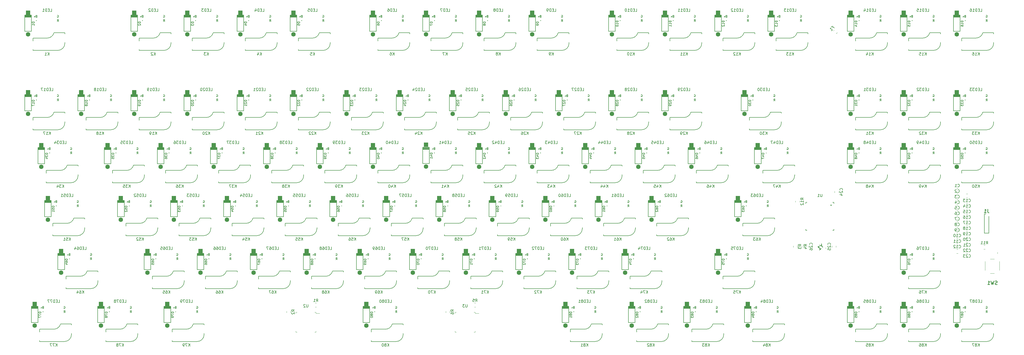
<source format=gbr>
%TF.GenerationSoftware,KiCad,Pcbnew,(6.0.1)*%
%TF.CreationDate,2022-03-06T15:28:15-08:00*%
%TF.ProjectId,Ramen80,52616d65-6e38-4302-9e6b-696361645f70,v1.0.0*%
%TF.SameCoordinates,Original*%
%TF.FileFunction,Legend,Bot*%
%TF.FilePolarity,Positive*%
%FSLAX46Y46*%
G04 Gerber Fmt 4.6, Leading zero omitted, Abs format (unit mm)*
G04 Created by KiCad (PCBNEW (6.0.1)) date 2022-03-06 15:28:15*
%MOMM*%
%LPD*%
G01*
G04 APERTURE LIST*
%ADD10C,0.150000*%
%ADD11C,0.254000*%
%ADD12C,0.120000*%
%ADD13C,0.200000*%
%ADD14C,0.160000*%
%ADD15C,0.127000*%
%ADD16C,0.260312*%
%ADD17C,0.100000*%
%ADD18R,1.600000X1.600000*%
%ADD19C,1.600000*%
G04 APERTURE END LIST*
D10*
%TO.C,F1*%
X324788468Y-65457064D02*
X325024170Y-65221361D01*
X325394560Y-65591751D02*
X324687453Y-64884644D01*
X324350735Y-65221361D01*
X324418079Y-66568231D02*
X324822140Y-66164170D01*
X324620109Y-66366201D02*
X323913003Y-65659094D01*
X324081361Y-65692766D01*
X324216048Y-65692766D01*
X324317064Y-65659094D01*
%TO.C,K48*%
X339351285Y-123007378D02*
X339351285Y-122007378D01*
X338779857Y-123007378D02*
X339208428Y-122435950D01*
X338779857Y-122007378D02*
X339351285Y-122578807D01*
X337922714Y-122340712D02*
X337922714Y-123007378D01*
X338160809Y-121959759D02*
X338398904Y-122674045D01*
X337779857Y-122674045D01*
X337256047Y-122435950D02*
X337351285Y-122388331D01*
X337398904Y-122340712D01*
X337446523Y-122245474D01*
X337446523Y-122197855D01*
X337398904Y-122102617D01*
X337351285Y-122054998D01*
X337256047Y-122007378D01*
X337065571Y-122007378D01*
X336970333Y-122054998D01*
X336922714Y-122102617D01*
X336875095Y-122197855D01*
X336875095Y-122245474D01*
X336922714Y-122340712D01*
X336970333Y-122388331D01*
X337065571Y-122435950D01*
X337256047Y-122435950D01*
X337351285Y-122483569D01*
X337398904Y-122531188D01*
X337446523Y-122626426D01*
X337446523Y-122816902D01*
X337398904Y-122912140D01*
X337351285Y-122959759D01*
X337256047Y-123007378D01*
X337065571Y-123007378D01*
X336970333Y-122959759D01*
X336922714Y-122912140D01*
X336875095Y-122816902D01*
X336875095Y-122626426D01*
X336922714Y-122531188D01*
X336970333Y-122483569D01*
X337065571Y-122435950D01*
%TO.C,K81*%
X236957285Y-180157378D02*
X236957285Y-179157378D01*
X236385857Y-180157378D02*
X236814428Y-179585950D01*
X236385857Y-179157378D02*
X236957285Y-179728807D01*
X235814428Y-179585950D02*
X235909666Y-179538331D01*
X235957285Y-179490712D01*
X236004904Y-179395474D01*
X236004904Y-179347855D01*
X235957285Y-179252617D01*
X235909666Y-179204998D01*
X235814428Y-179157378D01*
X235623952Y-179157378D01*
X235528714Y-179204998D01*
X235481095Y-179252617D01*
X235433476Y-179347855D01*
X235433476Y-179395474D01*
X235481095Y-179490712D01*
X235528714Y-179538331D01*
X235623952Y-179585950D01*
X235814428Y-179585950D01*
X235909666Y-179633569D01*
X235957285Y-179681188D01*
X236004904Y-179776426D01*
X236004904Y-179966902D01*
X235957285Y-180062140D01*
X235909666Y-180109759D01*
X235814428Y-180157378D01*
X235623952Y-180157378D01*
X235528714Y-180109759D01*
X235481095Y-180062140D01*
X235433476Y-179966902D01*
X235433476Y-179776426D01*
X235481095Y-179681188D01*
X235528714Y-179633569D01*
X235623952Y-179585950D01*
X234481095Y-180157378D02*
X235052523Y-180157378D01*
X234766809Y-180157378D02*
X234766809Y-179157378D01*
X234862047Y-179300236D01*
X234957285Y-179395474D01*
X235052523Y-179443093D01*
%TO.C,K13*%
X310776285Y-75382378D02*
X310776285Y-74382378D01*
X310204857Y-75382378D02*
X310633428Y-74810950D01*
X310204857Y-74382378D02*
X310776285Y-74953807D01*
X309252476Y-75382378D02*
X309823904Y-75382378D01*
X309538190Y-75382378D02*
X309538190Y-74382378D01*
X309633428Y-74525236D01*
X309728666Y-74620474D01*
X309823904Y-74668093D01*
X308919142Y-74382378D02*
X308300095Y-74382378D01*
X308633428Y-74763331D01*
X308490571Y-74763331D01*
X308395333Y-74810950D01*
X308347714Y-74858569D01*
X308300095Y-74953807D01*
X308300095Y-75191902D01*
X308347714Y-75287140D01*
X308395333Y-75334759D01*
X308490571Y-75382378D01*
X308776285Y-75382378D01*
X308871523Y-75334759D01*
X308919142Y-75287140D01*
%TO.C,K82*%
X260769285Y-180157378D02*
X260769285Y-179157378D01*
X260197857Y-180157378D02*
X260626428Y-179585950D01*
X260197857Y-179157378D02*
X260769285Y-179728807D01*
X259626428Y-179585950D02*
X259721666Y-179538331D01*
X259769285Y-179490712D01*
X259816904Y-179395474D01*
X259816904Y-179347855D01*
X259769285Y-179252617D01*
X259721666Y-179204998D01*
X259626428Y-179157378D01*
X259435952Y-179157378D01*
X259340714Y-179204998D01*
X259293095Y-179252617D01*
X259245476Y-179347855D01*
X259245476Y-179395474D01*
X259293095Y-179490712D01*
X259340714Y-179538331D01*
X259435952Y-179585950D01*
X259626428Y-179585950D01*
X259721666Y-179633569D01*
X259769285Y-179681188D01*
X259816904Y-179776426D01*
X259816904Y-179966902D01*
X259769285Y-180062140D01*
X259721666Y-180109759D01*
X259626428Y-180157378D01*
X259435952Y-180157378D01*
X259340714Y-180109759D01*
X259293095Y-180062140D01*
X259245476Y-179966902D01*
X259245476Y-179776426D01*
X259293095Y-179681188D01*
X259340714Y-179633569D01*
X259435952Y-179585950D01*
X258864523Y-179252617D02*
X258816904Y-179204998D01*
X258721666Y-179157378D01*
X258483571Y-179157378D01*
X258388333Y-179204998D01*
X258340714Y-179252617D01*
X258293095Y-179347855D01*
X258293095Y-179443093D01*
X258340714Y-179585950D01*
X258912142Y-180157378D01*
X258293095Y-180157378D01*
%TO.C,K74*%
X258389285Y-161107378D02*
X258389285Y-160107378D01*
X257817857Y-161107378D02*
X258246428Y-160535950D01*
X257817857Y-160107378D02*
X258389285Y-160678807D01*
X257484523Y-160107378D02*
X256817857Y-160107378D01*
X257246428Y-161107378D01*
X256008333Y-160440712D02*
X256008333Y-161107378D01*
X256246428Y-160059759D02*
X256484523Y-160774045D01*
X255865476Y-160774045D01*
%TO.C,K19*%
X82176285Y-103957378D02*
X82176285Y-102957378D01*
X81604857Y-103957378D02*
X82033428Y-103385950D01*
X81604857Y-102957378D02*
X82176285Y-103528807D01*
X80652476Y-103957378D02*
X81223904Y-103957378D01*
X80938190Y-103957378D02*
X80938190Y-102957378D01*
X81033428Y-103100236D01*
X81128666Y-103195474D01*
X81223904Y-103243093D01*
X80176285Y-103957378D02*
X79985809Y-103957378D01*
X79890571Y-103909759D01*
X79842952Y-103862140D01*
X79747714Y-103719283D01*
X79700095Y-103528807D01*
X79700095Y-103147855D01*
X79747714Y-103052617D01*
X79795333Y-103004998D01*
X79890571Y-102957378D01*
X80081047Y-102957378D01*
X80176285Y-103004998D01*
X80223904Y-103052617D01*
X80271523Y-103147855D01*
X80271523Y-103385950D01*
X80223904Y-103481188D01*
X80176285Y-103528807D01*
X80081047Y-103576426D01*
X79890571Y-103576426D01*
X79795333Y-103528807D01*
X79747714Y-103481188D01*
X79700095Y-103385950D01*
%TO.C,K15*%
X358401285Y-75382378D02*
X358401285Y-74382378D01*
X357829857Y-75382378D02*
X358258428Y-74810950D01*
X357829857Y-74382378D02*
X358401285Y-74953807D01*
X356877476Y-75382378D02*
X357448904Y-75382378D01*
X357163190Y-75382378D02*
X357163190Y-74382378D01*
X357258428Y-74525236D01*
X357353666Y-74620474D01*
X357448904Y-74668093D01*
X355972714Y-74382378D02*
X356448904Y-74382378D01*
X356496523Y-74858569D01*
X356448904Y-74810950D01*
X356353666Y-74763331D01*
X356115571Y-74763331D01*
X356020333Y-74810950D01*
X355972714Y-74858569D01*
X355925095Y-74953807D01*
X355925095Y-75191902D01*
X355972714Y-75287140D01*
X356020333Y-75334759D01*
X356115571Y-75382378D01*
X356353666Y-75382378D01*
X356448904Y-75334759D01*
X356496523Y-75287140D01*
%TO.C,K8*%
X205525095Y-75382378D02*
X205525095Y-74382378D01*
X204953666Y-75382378D02*
X205382238Y-74810950D01*
X204953666Y-74382378D02*
X205525095Y-74953807D01*
X204382238Y-74810950D02*
X204477476Y-74763331D01*
X204525095Y-74715712D01*
X204572714Y-74620474D01*
X204572714Y-74572855D01*
X204525095Y-74477617D01*
X204477476Y-74429998D01*
X204382238Y-74382378D01*
X204191761Y-74382378D01*
X204096523Y-74429998D01*
X204048904Y-74477617D01*
X204001285Y-74572855D01*
X204001285Y-74620474D01*
X204048904Y-74715712D01*
X204096523Y-74763331D01*
X204191761Y-74810950D01*
X204382238Y-74810950D01*
X204477476Y-74858569D01*
X204525095Y-74906188D01*
X204572714Y-75001426D01*
X204572714Y-75191902D01*
X204525095Y-75287140D01*
X204477476Y-75334759D01*
X204382238Y-75382378D01*
X204191761Y-75382378D01*
X204096523Y-75334759D01*
X204048904Y-75287140D01*
X204001285Y-75191902D01*
X204001285Y-75001426D01*
X204048904Y-74906188D01*
X204096523Y-74858569D01*
X204191761Y-74810950D01*
%TO.C,K36*%
X91701285Y-123007378D02*
X91701285Y-122007378D01*
X91129857Y-123007378D02*
X91558428Y-122435950D01*
X91129857Y-122007378D02*
X91701285Y-122578807D01*
X90796523Y-122007378D02*
X90177476Y-122007378D01*
X90510809Y-122388331D01*
X90367952Y-122388331D01*
X90272714Y-122435950D01*
X90225095Y-122483569D01*
X90177476Y-122578807D01*
X90177476Y-122816902D01*
X90225095Y-122912140D01*
X90272714Y-122959759D01*
X90367952Y-123007378D01*
X90653666Y-123007378D01*
X90748904Y-122959759D01*
X90796523Y-122912140D01*
X89320333Y-122007378D02*
X89510809Y-122007378D01*
X89606047Y-122054998D01*
X89653666Y-122102617D01*
X89748904Y-122245474D01*
X89796523Y-122435950D01*
X89796523Y-122816902D01*
X89748904Y-122912140D01*
X89701285Y-122959759D01*
X89606047Y-123007378D01*
X89415571Y-123007378D01*
X89320333Y-122959759D01*
X89272714Y-122912140D01*
X89225095Y-122816902D01*
X89225095Y-122578807D01*
X89272714Y-122483569D01*
X89320333Y-122435950D01*
X89415571Y-122388331D01*
X89606047Y-122388331D01*
X89701285Y-122435950D01*
X89748904Y-122483569D01*
X89796523Y-122578807D01*
%TO.C,K23*%
X158376285Y-103957378D02*
X158376285Y-102957378D01*
X157804857Y-103957378D02*
X158233428Y-103385950D01*
X157804857Y-102957378D02*
X158376285Y-103528807D01*
X157423904Y-103052617D02*
X157376285Y-103004998D01*
X157281047Y-102957378D01*
X157042952Y-102957378D01*
X156947714Y-103004998D01*
X156900095Y-103052617D01*
X156852476Y-103147855D01*
X156852476Y-103243093D01*
X156900095Y-103385950D01*
X157471523Y-103957378D01*
X156852476Y-103957378D01*
X156519142Y-102957378D02*
X155900095Y-102957378D01*
X156233428Y-103338331D01*
X156090571Y-103338331D01*
X155995333Y-103385950D01*
X155947714Y-103433569D01*
X155900095Y-103528807D01*
X155900095Y-103766902D01*
X155947714Y-103862140D01*
X155995333Y-103909759D01*
X156090571Y-103957378D01*
X156376285Y-103957378D01*
X156471523Y-103909759D01*
X156519142Y-103862140D01*
%TO.C,K43*%
X225051285Y-123007378D02*
X225051285Y-122007378D01*
X224479857Y-123007378D02*
X224908428Y-122435950D01*
X224479857Y-122007378D02*
X225051285Y-122578807D01*
X223622714Y-122340712D02*
X223622714Y-123007378D01*
X223860809Y-121959759D02*
X224098904Y-122674045D01*
X223479857Y-122674045D01*
X223194142Y-122007378D02*
X222575095Y-122007378D01*
X222908428Y-122388331D01*
X222765571Y-122388331D01*
X222670333Y-122435950D01*
X222622714Y-122483569D01*
X222575095Y-122578807D01*
X222575095Y-122816902D01*
X222622714Y-122912140D01*
X222670333Y-122959759D01*
X222765571Y-123007378D01*
X223051285Y-123007378D01*
X223146523Y-122959759D01*
X223194142Y-122912140D01*
%TO.C,K22*%
X139326285Y-103957378D02*
X139326285Y-102957378D01*
X138754857Y-103957378D02*
X139183428Y-103385950D01*
X138754857Y-102957378D02*
X139326285Y-103528807D01*
X138373904Y-103052617D02*
X138326285Y-103004998D01*
X138231047Y-102957378D01*
X137992952Y-102957378D01*
X137897714Y-103004998D01*
X137850095Y-103052617D01*
X137802476Y-103147855D01*
X137802476Y-103243093D01*
X137850095Y-103385950D01*
X138421523Y-103957378D01*
X137802476Y-103957378D01*
X137421523Y-103052617D02*
X137373904Y-103004998D01*
X137278666Y-102957378D01*
X137040571Y-102957378D01*
X136945333Y-103004998D01*
X136897714Y-103052617D01*
X136850095Y-103147855D01*
X136850095Y-103243093D01*
X136897714Y-103385950D01*
X137469142Y-103957378D01*
X136850095Y-103957378D01*
%TO.C,K56*%
X153614285Y-142057378D02*
X153614285Y-141057378D01*
X153042857Y-142057378D02*
X153471428Y-141485950D01*
X153042857Y-141057378D02*
X153614285Y-141628807D01*
X152138095Y-141057378D02*
X152614285Y-141057378D01*
X152661904Y-141533569D01*
X152614285Y-141485950D01*
X152519047Y-141438331D01*
X152280952Y-141438331D01*
X152185714Y-141485950D01*
X152138095Y-141533569D01*
X152090476Y-141628807D01*
X152090476Y-141866902D01*
X152138095Y-141962140D01*
X152185714Y-142009759D01*
X152280952Y-142057378D01*
X152519047Y-142057378D01*
X152614285Y-142009759D01*
X152661904Y-141962140D01*
X151233333Y-141057378D02*
X151423809Y-141057378D01*
X151519047Y-141104998D01*
X151566666Y-141152617D01*
X151661904Y-141295474D01*
X151709523Y-141485950D01*
X151709523Y-141866902D01*
X151661904Y-141962140D01*
X151614285Y-142009759D01*
X151519047Y-142057378D01*
X151328571Y-142057378D01*
X151233333Y-142009759D01*
X151185714Y-141962140D01*
X151138095Y-141866902D01*
X151138095Y-141628807D01*
X151185714Y-141533569D01*
X151233333Y-141485950D01*
X151328571Y-141438331D01*
X151519047Y-141438331D01*
X151614285Y-141485950D01*
X151661904Y-141533569D01*
X151709523Y-141628807D01*
%TO.C,K55*%
X134564285Y-142057378D02*
X134564285Y-141057378D01*
X133992857Y-142057378D02*
X134421428Y-141485950D01*
X133992857Y-141057378D02*
X134564285Y-141628807D01*
X133088095Y-141057378D02*
X133564285Y-141057378D01*
X133611904Y-141533569D01*
X133564285Y-141485950D01*
X133469047Y-141438331D01*
X133230952Y-141438331D01*
X133135714Y-141485950D01*
X133088095Y-141533569D01*
X133040476Y-141628807D01*
X133040476Y-141866902D01*
X133088095Y-141962140D01*
X133135714Y-142009759D01*
X133230952Y-142057378D01*
X133469047Y-142057378D01*
X133564285Y-142009759D01*
X133611904Y-141962140D01*
X132135714Y-141057378D02*
X132611904Y-141057378D01*
X132659523Y-141533569D01*
X132611904Y-141485950D01*
X132516666Y-141438331D01*
X132278571Y-141438331D01*
X132183333Y-141485950D01*
X132135714Y-141533569D01*
X132088095Y-141628807D01*
X132088095Y-141866902D01*
X132135714Y-141962140D01*
X132183333Y-142009759D01*
X132278571Y-142057378D01*
X132516666Y-142057378D01*
X132611904Y-142009759D01*
X132659523Y-141962140D01*
%TO.C,K4*%
X119800095Y-75382378D02*
X119800095Y-74382378D01*
X119228666Y-75382378D02*
X119657238Y-74810950D01*
X119228666Y-74382378D02*
X119800095Y-74953807D01*
X118371523Y-74715712D02*
X118371523Y-75382378D01*
X118609619Y-74334759D02*
X118847714Y-75049045D01*
X118228666Y-75049045D01*
%TO.C,K59*%
X210764285Y-142057378D02*
X210764285Y-141057378D01*
X210192857Y-142057378D02*
X210621428Y-141485950D01*
X210192857Y-141057378D02*
X210764285Y-141628807D01*
X209288095Y-141057378D02*
X209764285Y-141057378D01*
X209811904Y-141533569D01*
X209764285Y-141485950D01*
X209669047Y-141438331D01*
X209430952Y-141438331D01*
X209335714Y-141485950D01*
X209288095Y-141533569D01*
X209240476Y-141628807D01*
X209240476Y-141866902D01*
X209288095Y-141962140D01*
X209335714Y-142009759D01*
X209430952Y-142057378D01*
X209669047Y-142057378D01*
X209764285Y-142009759D01*
X209811904Y-141962140D01*
X208764285Y-142057378D02*
X208573809Y-142057378D01*
X208478571Y-142009759D01*
X208430952Y-141962140D01*
X208335714Y-141819283D01*
X208288095Y-141628807D01*
X208288095Y-141247855D01*
X208335714Y-141152617D01*
X208383333Y-141104998D01*
X208478571Y-141057378D01*
X208669047Y-141057378D01*
X208764285Y-141104998D01*
X208811904Y-141152617D01*
X208859523Y-141247855D01*
X208859523Y-141485950D01*
X208811904Y-141581188D01*
X208764285Y-141628807D01*
X208669047Y-141676426D01*
X208478571Y-141676426D01*
X208383333Y-141628807D01*
X208335714Y-141581188D01*
X208288095Y-141485950D01*
%TO.C,K69*%
X163139285Y-161107378D02*
X163139285Y-160107378D01*
X162567857Y-161107378D02*
X162996428Y-160535950D01*
X162567857Y-160107378D02*
X163139285Y-160678807D01*
X161710714Y-160107378D02*
X161901190Y-160107378D01*
X161996428Y-160154998D01*
X162044047Y-160202617D01*
X162139285Y-160345474D01*
X162186904Y-160535950D01*
X162186904Y-160916902D01*
X162139285Y-161012140D01*
X162091666Y-161059759D01*
X161996428Y-161107378D01*
X161805952Y-161107378D01*
X161710714Y-161059759D01*
X161663095Y-161012140D01*
X161615476Y-160916902D01*
X161615476Y-160678807D01*
X161663095Y-160583569D01*
X161710714Y-160535950D01*
X161805952Y-160488331D01*
X161996428Y-160488331D01*
X162091666Y-160535950D01*
X162139285Y-160583569D01*
X162186904Y-160678807D01*
X161139285Y-161107378D02*
X160948809Y-161107378D01*
X160853571Y-161059759D01*
X160805952Y-161012140D01*
X160710714Y-160869283D01*
X160663095Y-160678807D01*
X160663095Y-160297855D01*
X160710714Y-160202617D01*
X160758333Y-160154998D01*
X160853571Y-160107378D01*
X161044047Y-160107378D01*
X161139285Y-160154998D01*
X161186904Y-160202617D01*
X161234523Y-160297855D01*
X161234523Y-160535950D01*
X161186904Y-160631188D01*
X161139285Y-160678807D01*
X161044047Y-160726426D01*
X160853571Y-160726426D01*
X160758333Y-160678807D01*
X160710714Y-160631188D01*
X160663095Y-160535950D01*
%TO.C,K34*%
X48839285Y-123007378D02*
X48839285Y-122007378D01*
X48267857Y-123007378D02*
X48696428Y-122435950D01*
X48267857Y-122007378D02*
X48839285Y-122578807D01*
X47934523Y-122007378D02*
X47315476Y-122007378D01*
X47648809Y-122388331D01*
X47505952Y-122388331D01*
X47410714Y-122435950D01*
X47363095Y-122483569D01*
X47315476Y-122578807D01*
X47315476Y-122816902D01*
X47363095Y-122912140D01*
X47410714Y-122959759D01*
X47505952Y-123007378D01*
X47791666Y-123007378D01*
X47886904Y-122959759D01*
X47934523Y-122912140D01*
X46458333Y-122340712D02*
X46458333Y-123007378D01*
X46696428Y-121959759D02*
X46934523Y-122674045D01*
X46315476Y-122674045D01*
%TO.C,K78*%
X70269285Y-180157378D02*
X70269285Y-179157378D01*
X69697857Y-180157378D02*
X70126428Y-179585950D01*
X69697857Y-179157378D02*
X70269285Y-179728807D01*
X69364523Y-179157378D02*
X68697857Y-179157378D01*
X69126428Y-180157378D01*
X68174047Y-179585950D02*
X68269285Y-179538331D01*
X68316904Y-179490712D01*
X68364523Y-179395474D01*
X68364523Y-179347855D01*
X68316904Y-179252617D01*
X68269285Y-179204998D01*
X68174047Y-179157378D01*
X67983571Y-179157378D01*
X67888333Y-179204998D01*
X67840714Y-179252617D01*
X67793095Y-179347855D01*
X67793095Y-179395474D01*
X67840714Y-179490712D01*
X67888333Y-179538331D01*
X67983571Y-179585950D01*
X68174047Y-179585950D01*
X68269285Y-179633569D01*
X68316904Y-179681188D01*
X68364523Y-179776426D01*
X68364523Y-179966902D01*
X68316904Y-180062140D01*
X68269285Y-180109759D01*
X68174047Y-180157378D01*
X67983571Y-180157378D01*
X67888333Y-180109759D01*
X67840714Y-180062140D01*
X67793095Y-179966902D01*
X67793095Y-179776426D01*
X67840714Y-179681188D01*
X67888333Y-179633569D01*
X67983571Y-179585950D01*
%TO.C,K52*%
X77414285Y-142057378D02*
X77414285Y-141057378D01*
X76842857Y-142057378D02*
X77271428Y-141485950D01*
X76842857Y-141057378D02*
X77414285Y-141628807D01*
X75938095Y-141057378D02*
X76414285Y-141057378D01*
X76461904Y-141533569D01*
X76414285Y-141485950D01*
X76319047Y-141438331D01*
X76080952Y-141438331D01*
X75985714Y-141485950D01*
X75938095Y-141533569D01*
X75890476Y-141628807D01*
X75890476Y-141866902D01*
X75938095Y-141962140D01*
X75985714Y-142009759D01*
X76080952Y-142057378D01*
X76319047Y-142057378D01*
X76414285Y-142009759D01*
X76461904Y-141962140D01*
X75509523Y-141152617D02*
X75461904Y-141104998D01*
X75366666Y-141057378D01*
X75128571Y-141057378D01*
X75033333Y-141104998D01*
X74985714Y-141152617D01*
X74938095Y-141247855D01*
X74938095Y-141343093D01*
X74985714Y-141485950D01*
X75557142Y-142057378D01*
X74938095Y-142057378D01*
%TO.C,K75*%
X291726285Y-161107378D02*
X291726285Y-160107378D01*
X291154857Y-161107378D02*
X291583428Y-160535950D01*
X291154857Y-160107378D02*
X291726285Y-160678807D01*
X290821523Y-160107378D02*
X290154857Y-160107378D01*
X290583428Y-161107378D01*
X289297714Y-160107378D02*
X289773904Y-160107378D01*
X289821523Y-160583569D01*
X289773904Y-160535950D01*
X289678666Y-160488331D01*
X289440571Y-160488331D01*
X289345333Y-160535950D01*
X289297714Y-160583569D01*
X289250095Y-160678807D01*
X289250095Y-160916902D01*
X289297714Y-161012140D01*
X289345333Y-161059759D01*
X289440571Y-161107378D01*
X289678666Y-161107378D01*
X289773904Y-161059759D01*
X289821523Y-161012140D01*
%TO.C,K67*%
X125039285Y-161107378D02*
X125039285Y-160107378D01*
X124467857Y-161107378D02*
X124896428Y-160535950D01*
X124467857Y-160107378D02*
X125039285Y-160678807D01*
X123610714Y-160107378D02*
X123801190Y-160107378D01*
X123896428Y-160154998D01*
X123944047Y-160202617D01*
X124039285Y-160345474D01*
X124086904Y-160535950D01*
X124086904Y-160916902D01*
X124039285Y-161012140D01*
X123991666Y-161059759D01*
X123896428Y-161107378D01*
X123705952Y-161107378D01*
X123610714Y-161059759D01*
X123563095Y-161012140D01*
X123515476Y-160916902D01*
X123515476Y-160678807D01*
X123563095Y-160583569D01*
X123610714Y-160535950D01*
X123705952Y-160488331D01*
X123896428Y-160488331D01*
X123991666Y-160535950D01*
X124039285Y-160583569D01*
X124086904Y-160678807D01*
X123182142Y-160107378D02*
X122515476Y-160107378D01*
X122944047Y-161107378D01*
%TO.C,K26*%
X215526285Y-103957378D02*
X215526285Y-102957378D01*
X214954857Y-103957378D02*
X215383428Y-103385950D01*
X214954857Y-102957378D02*
X215526285Y-103528807D01*
X214573904Y-103052617D02*
X214526285Y-103004998D01*
X214431047Y-102957378D01*
X214192952Y-102957378D01*
X214097714Y-103004998D01*
X214050095Y-103052617D01*
X214002476Y-103147855D01*
X214002476Y-103243093D01*
X214050095Y-103385950D01*
X214621523Y-103957378D01*
X214002476Y-103957378D01*
X213145333Y-102957378D02*
X213335809Y-102957378D01*
X213431047Y-103004998D01*
X213478666Y-103052617D01*
X213573904Y-103195474D01*
X213621523Y-103385950D01*
X213621523Y-103766902D01*
X213573904Y-103862140D01*
X213526285Y-103909759D01*
X213431047Y-103957378D01*
X213240571Y-103957378D01*
X213145333Y-103909759D01*
X213097714Y-103862140D01*
X213050095Y-103766902D01*
X213050095Y-103528807D01*
X213097714Y-103433569D01*
X213145333Y-103385950D01*
X213240571Y-103338331D01*
X213431047Y-103338331D01*
X213526285Y-103385950D01*
X213573904Y-103433569D01*
X213621523Y-103528807D01*
%TO.C,K58*%
X191714285Y-142057378D02*
X191714285Y-141057378D01*
X191142857Y-142057378D02*
X191571428Y-141485950D01*
X191142857Y-141057378D02*
X191714285Y-141628807D01*
X190238095Y-141057378D02*
X190714285Y-141057378D01*
X190761904Y-141533569D01*
X190714285Y-141485950D01*
X190619047Y-141438331D01*
X190380952Y-141438331D01*
X190285714Y-141485950D01*
X190238095Y-141533569D01*
X190190476Y-141628807D01*
X190190476Y-141866902D01*
X190238095Y-141962140D01*
X190285714Y-142009759D01*
X190380952Y-142057378D01*
X190619047Y-142057378D01*
X190714285Y-142009759D01*
X190761904Y-141962140D01*
X189619047Y-141485950D02*
X189714285Y-141438331D01*
X189761904Y-141390712D01*
X189809523Y-141295474D01*
X189809523Y-141247855D01*
X189761904Y-141152617D01*
X189714285Y-141104998D01*
X189619047Y-141057378D01*
X189428571Y-141057378D01*
X189333333Y-141104998D01*
X189285714Y-141152617D01*
X189238095Y-141247855D01*
X189238095Y-141295474D01*
X189285714Y-141390712D01*
X189333333Y-141438331D01*
X189428571Y-141485950D01*
X189619047Y-141485950D01*
X189714285Y-141533569D01*
X189761904Y-141581188D01*
X189809523Y-141676426D01*
X189809523Y-141866902D01*
X189761904Y-141962140D01*
X189714285Y-142009759D01*
X189619047Y-142057378D01*
X189428571Y-142057378D01*
X189333333Y-142009759D01*
X189285714Y-141962140D01*
X189238095Y-141866902D01*
X189238095Y-141676426D01*
X189285714Y-141581188D01*
X189333333Y-141533569D01*
X189428571Y-141485950D01*
%TO.C,K61*%
X248864285Y-142057378D02*
X248864285Y-141057378D01*
X248292857Y-142057378D02*
X248721428Y-141485950D01*
X248292857Y-141057378D02*
X248864285Y-141628807D01*
X247435714Y-141057378D02*
X247626190Y-141057378D01*
X247721428Y-141104998D01*
X247769047Y-141152617D01*
X247864285Y-141295474D01*
X247911904Y-141485950D01*
X247911904Y-141866902D01*
X247864285Y-141962140D01*
X247816666Y-142009759D01*
X247721428Y-142057378D01*
X247530952Y-142057378D01*
X247435714Y-142009759D01*
X247388095Y-141962140D01*
X247340476Y-141866902D01*
X247340476Y-141628807D01*
X247388095Y-141533569D01*
X247435714Y-141485950D01*
X247530952Y-141438331D01*
X247721428Y-141438331D01*
X247816666Y-141485950D01*
X247864285Y-141533569D01*
X247911904Y-141628807D01*
X246388095Y-142057378D02*
X246959523Y-142057378D01*
X246673809Y-142057378D02*
X246673809Y-141057378D01*
X246769047Y-141200236D01*
X246864285Y-141295474D01*
X246959523Y-141343093D01*
%TO.C,K62*%
X267914285Y-142057378D02*
X267914285Y-141057378D01*
X267342857Y-142057378D02*
X267771428Y-141485950D01*
X267342857Y-141057378D02*
X267914285Y-141628807D01*
X266485714Y-141057378D02*
X266676190Y-141057378D01*
X266771428Y-141104998D01*
X266819047Y-141152617D01*
X266914285Y-141295474D01*
X266961904Y-141485950D01*
X266961904Y-141866902D01*
X266914285Y-141962140D01*
X266866666Y-142009759D01*
X266771428Y-142057378D01*
X266580952Y-142057378D01*
X266485714Y-142009759D01*
X266438095Y-141962140D01*
X266390476Y-141866902D01*
X266390476Y-141628807D01*
X266438095Y-141533569D01*
X266485714Y-141485950D01*
X266580952Y-141438331D01*
X266771428Y-141438331D01*
X266866666Y-141485950D01*
X266914285Y-141533569D01*
X266961904Y-141628807D01*
X266009523Y-141152617D02*
X265961904Y-141104998D01*
X265866666Y-141057378D01*
X265628571Y-141057378D01*
X265533333Y-141104998D01*
X265485714Y-141152617D01*
X265438095Y-141247855D01*
X265438095Y-141343093D01*
X265485714Y-141485950D01*
X266057142Y-142057378D01*
X265438095Y-142057378D01*
%TO.C,K6*%
X167425095Y-75382378D02*
X167425095Y-74382378D01*
X166853666Y-75382378D02*
X167282238Y-74810950D01*
X166853666Y-74382378D02*
X167425095Y-74953807D01*
X165996523Y-74382378D02*
X166187000Y-74382378D01*
X166282238Y-74429998D01*
X166329857Y-74477617D01*
X166425095Y-74620474D01*
X166472714Y-74810950D01*
X166472714Y-75191902D01*
X166425095Y-75287140D01*
X166377476Y-75334759D01*
X166282238Y-75382378D01*
X166091761Y-75382378D01*
X165996523Y-75334759D01*
X165948904Y-75287140D01*
X165901285Y-75191902D01*
X165901285Y-74953807D01*
X165948904Y-74858569D01*
X165996523Y-74810950D01*
X166091761Y-74763331D01*
X166282238Y-74763331D01*
X166377476Y-74810950D01*
X166425095Y-74858569D01*
X166472714Y-74953807D01*
%TO.C,K40*%
X167901285Y-123007378D02*
X167901285Y-122007378D01*
X167329857Y-123007378D02*
X167758428Y-122435950D01*
X167329857Y-122007378D02*
X167901285Y-122578807D01*
X166472714Y-122340712D02*
X166472714Y-123007378D01*
X166710809Y-121959759D02*
X166948904Y-122674045D01*
X166329857Y-122674045D01*
X165758428Y-122007378D02*
X165663190Y-122007378D01*
X165567952Y-122054998D01*
X165520333Y-122102617D01*
X165472714Y-122197855D01*
X165425095Y-122388331D01*
X165425095Y-122626426D01*
X165472714Y-122816902D01*
X165520333Y-122912140D01*
X165567952Y-122959759D01*
X165663190Y-123007378D01*
X165758428Y-123007378D01*
X165853666Y-122959759D01*
X165901285Y-122912140D01*
X165948904Y-122816902D01*
X165996523Y-122626426D01*
X165996523Y-122388331D01*
X165948904Y-122197855D01*
X165901285Y-122102617D01*
X165853666Y-122054998D01*
X165758428Y-122007378D01*
%TO.C,K17*%
X44076285Y-103957378D02*
X44076285Y-102957378D01*
X43504857Y-103957378D02*
X43933428Y-103385950D01*
X43504857Y-102957378D02*
X44076285Y-103528807D01*
X42552476Y-103957378D02*
X43123904Y-103957378D01*
X42838190Y-103957378D02*
X42838190Y-102957378D01*
X42933428Y-103100236D01*
X43028666Y-103195474D01*
X43123904Y-103243093D01*
X42219142Y-102957378D02*
X41552476Y-102957378D01*
X41981047Y-103957378D01*
%TO.C,K85*%
X339351285Y-180157378D02*
X339351285Y-179157378D01*
X338779857Y-180157378D02*
X339208428Y-179585950D01*
X338779857Y-179157378D02*
X339351285Y-179728807D01*
X338208428Y-179585950D02*
X338303666Y-179538331D01*
X338351285Y-179490712D01*
X338398904Y-179395474D01*
X338398904Y-179347855D01*
X338351285Y-179252617D01*
X338303666Y-179204998D01*
X338208428Y-179157378D01*
X338017952Y-179157378D01*
X337922714Y-179204998D01*
X337875095Y-179252617D01*
X337827476Y-179347855D01*
X337827476Y-179395474D01*
X337875095Y-179490712D01*
X337922714Y-179538331D01*
X338017952Y-179585950D01*
X338208428Y-179585950D01*
X338303666Y-179633569D01*
X338351285Y-179681188D01*
X338398904Y-179776426D01*
X338398904Y-179966902D01*
X338351285Y-180062140D01*
X338303666Y-180109759D01*
X338208428Y-180157378D01*
X338017952Y-180157378D01*
X337922714Y-180109759D01*
X337875095Y-180062140D01*
X337827476Y-179966902D01*
X337827476Y-179776426D01*
X337875095Y-179681188D01*
X337922714Y-179633569D01*
X338017952Y-179585950D01*
X336922714Y-179157378D02*
X337398904Y-179157378D01*
X337446523Y-179633569D01*
X337398904Y-179585950D01*
X337303666Y-179538331D01*
X337065571Y-179538331D01*
X336970333Y-179585950D01*
X336922714Y-179633569D01*
X336875095Y-179728807D01*
X336875095Y-179966902D01*
X336922714Y-180062140D01*
X336970333Y-180109759D01*
X337065571Y-180157378D01*
X337303666Y-180157378D01*
X337398904Y-180109759D01*
X337446523Y-180062140D01*
%TO.C,K21*%
X120276285Y-103957378D02*
X120276285Y-102957378D01*
X119704857Y-103957378D02*
X120133428Y-103385950D01*
X119704857Y-102957378D02*
X120276285Y-103528807D01*
X119323904Y-103052617D02*
X119276285Y-103004998D01*
X119181047Y-102957378D01*
X118942952Y-102957378D01*
X118847714Y-103004998D01*
X118800095Y-103052617D01*
X118752476Y-103147855D01*
X118752476Y-103243093D01*
X118800095Y-103385950D01*
X119371523Y-103957378D01*
X118752476Y-103957378D01*
X117800095Y-103957378D02*
X118371523Y-103957378D01*
X118085809Y-103957378D02*
X118085809Y-102957378D01*
X118181047Y-103100236D01*
X118276285Y-103195474D01*
X118371523Y-103243093D01*
%TO.C,K47*%
X306014285Y-123007378D02*
X306014285Y-122007378D01*
X305442857Y-123007378D02*
X305871428Y-122435950D01*
X305442857Y-122007378D02*
X306014285Y-122578807D01*
X304585714Y-122340712D02*
X304585714Y-123007378D01*
X304823809Y-121959759D02*
X305061904Y-122674045D01*
X304442857Y-122674045D01*
X304157142Y-122007378D02*
X303490476Y-122007378D01*
X303919047Y-123007378D01*
%TO.C,K65*%
X86939285Y-161107378D02*
X86939285Y-160107378D01*
X86367857Y-161107378D02*
X86796428Y-160535950D01*
X86367857Y-160107378D02*
X86939285Y-160678807D01*
X85510714Y-160107378D02*
X85701190Y-160107378D01*
X85796428Y-160154998D01*
X85844047Y-160202617D01*
X85939285Y-160345474D01*
X85986904Y-160535950D01*
X85986904Y-160916902D01*
X85939285Y-161012140D01*
X85891666Y-161059759D01*
X85796428Y-161107378D01*
X85605952Y-161107378D01*
X85510714Y-161059759D01*
X85463095Y-161012140D01*
X85415476Y-160916902D01*
X85415476Y-160678807D01*
X85463095Y-160583569D01*
X85510714Y-160535950D01*
X85605952Y-160488331D01*
X85796428Y-160488331D01*
X85891666Y-160535950D01*
X85939285Y-160583569D01*
X85986904Y-160678807D01*
X84510714Y-160107378D02*
X84986904Y-160107378D01*
X85034523Y-160583569D01*
X84986904Y-160535950D01*
X84891666Y-160488331D01*
X84653571Y-160488331D01*
X84558333Y-160535950D01*
X84510714Y-160583569D01*
X84463095Y-160678807D01*
X84463095Y-160916902D01*
X84510714Y-161012140D01*
X84558333Y-161059759D01*
X84653571Y-161107378D01*
X84891666Y-161107378D01*
X84986904Y-161059759D01*
X85034523Y-161012140D01*
%TO.C,K3*%
X100750095Y-75382378D02*
X100750095Y-74382378D01*
X100178666Y-75382378D02*
X100607238Y-74810950D01*
X100178666Y-74382378D02*
X100750095Y-74953807D01*
X99845333Y-74382378D02*
X99226285Y-74382378D01*
X99559619Y-74763331D01*
X99416761Y-74763331D01*
X99321523Y-74810950D01*
X99273904Y-74858569D01*
X99226285Y-74953807D01*
X99226285Y-75191902D01*
X99273904Y-75287140D01*
X99321523Y-75334759D01*
X99416761Y-75382378D01*
X99702476Y-75382378D01*
X99797714Y-75334759D01*
X99845333Y-75287140D01*
%TO.C,K31*%
X339351285Y-103957378D02*
X339351285Y-102957378D01*
X338779857Y-103957378D02*
X339208428Y-103385950D01*
X338779857Y-102957378D02*
X339351285Y-103528807D01*
X338446523Y-102957378D02*
X337827476Y-102957378D01*
X338160809Y-103338331D01*
X338017952Y-103338331D01*
X337922714Y-103385950D01*
X337875095Y-103433569D01*
X337827476Y-103528807D01*
X337827476Y-103766902D01*
X337875095Y-103862140D01*
X337922714Y-103909759D01*
X338017952Y-103957378D01*
X338303666Y-103957378D01*
X338398904Y-103909759D01*
X338446523Y-103862140D01*
X336875095Y-103957378D02*
X337446523Y-103957378D01*
X337160809Y-103957378D02*
X337160809Y-102957378D01*
X337256047Y-103100236D01*
X337351285Y-103195474D01*
X337446523Y-103243093D01*
%TO.C,K86*%
X358401285Y-180157378D02*
X358401285Y-179157378D01*
X357829857Y-180157378D02*
X358258428Y-179585950D01*
X357829857Y-179157378D02*
X358401285Y-179728807D01*
X357258428Y-179585950D02*
X357353666Y-179538331D01*
X357401285Y-179490712D01*
X357448904Y-179395474D01*
X357448904Y-179347855D01*
X357401285Y-179252617D01*
X357353666Y-179204998D01*
X357258428Y-179157378D01*
X357067952Y-179157378D01*
X356972714Y-179204998D01*
X356925095Y-179252617D01*
X356877476Y-179347855D01*
X356877476Y-179395474D01*
X356925095Y-179490712D01*
X356972714Y-179538331D01*
X357067952Y-179585950D01*
X357258428Y-179585950D01*
X357353666Y-179633569D01*
X357401285Y-179681188D01*
X357448904Y-179776426D01*
X357448904Y-179966902D01*
X357401285Y-180062140D01*
X357353666Y-180109759D01*
X357258428Y-180157378D01*
X357067952Y-180157378D01*
X356972714Y-180109759D01*
X356925095Y-180062140D01*
X356877476Y-179966902D01*
X356877476Y-179776426D01*
X356925095Y-179681188D01*
X356972714Y-179633569D01*
X357067952Y-179585950D01*
X356020333Y-179157378D02*
X356210809Y-179157378D01*
X356306047Y-179204998D01*
X356353666Y-179252617D01*
X356448904Y-179395474D01*
X356496523Y-179585950D01*
X356496523Y-179966902D01*
X356448904Y-180062140D01*
X356401285Y-180109759D01*
X356306047Y-180157378D01*
X356115571Y-180157378D01*
X356020333Y-180109759D01*
X355972714Y-180062140D01*
X355925095Y-179966902D01*
X355925095Y-179728807D01*
X355972714Y-179633569D01*
X356020333Y-179585950D01*
X356115571Y-179538331D01*
X356306047Y-179538331D01*
X356401285Y-179585950D01*
X356448904Y-179633569D01*
X356496523Y-179728807D01*
%TO.C,K63*%
X298870285Y-142057378D02*
X298870285Y-141057378D01*
X298298857Y-142057378D02*
X298727428Y-141485950D01*
X298298857Y-141057378D02*
X298870285Y-141628807D01*
X297441714Y-141057378D02*
X297632190Y-141057378D01*
X297727428Y-141104998D01*
X297775047Y-141152617D01*
X297870285Y-141295474D01*
X297917904Y-141485950D01*
X297917904Y-141866902D01*
X297870285Y-141962140D01*
X297822666Y-142009759D01*
X297727428Y-142057378D01*
X297536952Y-142057378D01*
X297441714Y-142009759D01*
X297394095Y-141962140D01*
X297346476Y-141866902D01*
X297346476Y-141628807D01*
X297394095Y-141533569D01*
X297441714Y-141485950D01*
X297536952Y-141438331D01*
X297727428Y-141438331D01*
X297822666Y-141485950D01*
X297870285Y-141533569D01*
X297917904Y-141628807D01*
X297013142Y-141057378D02*
X296394095Y-141057378D01*
X296727428Y-141438331D01*
X296584571Y-141438331D01*
X296489333Y-141485950D01*
X296441714Y-141533569D01*
X296394095Y-141628807D01*
X296394095Y-141866902D01*
X296441714Y-141962140D01*
X296489333Y-142009759D01*
X296584571Y-142057378D01*
X296870285Y-142057378D01*
X296965523Y-142009759D01*
X297013142Y-141962140D01*
%TO.C,K70*%
X182189285Y-161107378D02*
X182189285Y-160107378D01*
X181617857Y-161107378D02*
X182046428Y-160535950D01*
X181617857Y-160107378D02*
X182189285Y-160678807D01*
X181284523Y-160107378D02*
X180617857Y-160107378D01*
X181046428Y-161107378D01*
X180046428Y-160107378D02*
X179951190Y-160107378D01*
X179855952Y-160154998D01*
X179808333Y-160202617D01*
X179760714Y-160297855D01*
X179713095Y-160488331D01*
X179713095Y-160726426D01*
X179760714Y-160916902D01*
X179808333Y-161012140D01*
X179855952Y-161059759D01*
X179951190Y-161107378D01*
X180046428Y-161107378D01*
X180141666Y-161059759D01*
X180189285Y-161012140D01*
X180236904Y-160916902D01*
X180284523Y-160726426D01*
X180284523Y-160488331D01*
X180236904Y-160297855D01*
X180189285Y-160202617D01*
X180141666Y-160154998D01*
X180046428Y-160107378D01*
%TO.C,K30*%
X301251285Y-103957378D02*
X301251285Y-102957378D01*
X300679857Y-103957378D02*
X301108428Y-103385950D01*
X300679857Y-102957378D02*
X301251285Y-103528807D01*
X300346523Y-102957378D02*
X299727476Y-102957378D01*
X300060809Y-103338331D01*
X299917952Y-103338331D01*
X299822714Y-103385950D01*
X299775095Y-103433569D01*
X299727476Y-103528807D01*
X299727476Y-103766902D01*
X299775095Y-103862140D01*
X299822714Y-103909759D01*
X299917952Y-103957378D01*
X300203666Y-103957378D01*
X300298904Y-103909759D01*
X300346523Y-103862140D01*
X299108428Y-102957378D02*
X299013190Y-102957378D01*
X298917952Y-103004998D01*
X298870333Y-103052617D01*
X298822714Y-103147855D01*
X298775095Y-103338331D01*
X298775095Y-103576426D01*
X298822714Y-103766902D01*
X298870333Y-103862140D01*
X298917952Y-103909759D01*
X299013190Y-103957378D01*
X299108428Y-103957378D01*
X299203666Y-103909759D01*
X299251285Y-103862140D01*
X299298904Y-103766902D01*
X299346523Y-103576426D01*
X299346523Y-103338331D01*
X299298904Y-103147855D01*
X299251285Y-103052617D01*
X299203666Y-103004998D01*
X299108428Y-102957378D01*
%TO.C,K41*%
X186951285Y-123007378D02*
X186951285Y-122007378D01*
X186379857Y-123007378D02*
X186808428Y-122435950D01*
X186379857Y-122007378D02*
X186951285Y-122578807D01*
X185522714Y-122340712D02*
X185522714Y-123007378D01*
X185760809Y-121959759D02*
X185998904Y-122674045D01*
X185379857Y-122674045D01*
X184475095Y-123007378D02*
X185046523Y-123007378D01*
X184760809Y-123007378D02*
X184760809Y-122007378D01*
X184856047Y-122150236D01*
X184951285Y-122245474D01*
X185046523Y-122293093D01*
%TO.C,K16*%
X377451285Y-75382378D02*
X377451285Y-74382378D01*
X376879857Y-75382378D02*
X377308428Y-74810950D01*
X376879857Y-74382378D02*
X377451285Y-74953807D01*
X375927476Y-75382378D02*
X376498904Y-75382378D01*
X376213190Y-75382378D02*
X376213190Y-74382378D01*
X376308428Y-74525236D01*
X376403666Y-74620474D01*
X376498904Y-74668093D01*
X375070333Y-74382378D02*
X375260809Y-74382378D01*
X375356047Y-74429998D01*
X375403666Y-74477617D01*
X375498904Y-74620474D01*
X375546523Y-74810950D01*
X375546523Y-75191902D01*
X375498904Y-75287140D01*
X375451285Y-75334759D01*
X375356047Y-75382378D01*
X375165571Y-75382378D01*
X375070333Y-75334759D01*
X375022714Y-75287140D01*
X374975095Y-75191902D01*
X374975095Y-74953807D01*
X375022714Y-74858569D01*
X375070333Y-74810950D01*
X375165571Y-74763331D01*
X375356047Y-74763331D01*
X375451285Y-74810950D01*
X375498904Y-74858569D01*
X375546523Y-74953807D01*
%TO.C,K53*%
X96464285Y-142057378D02*
X96464285Y-141057378D01*
X95892857Y-142057378D02*
X96321428Y-141485950D01*
X95892857Y-141057378D02*
X96464285Y-141628807D01*
X94988095Y-141057378D02*
X95464285Y-141057378D01*
X95511904Y-141533569D01*
X95464285Y-141485950D01*
X95369047Y-141438331D01*
X95130952Y-141438331D01*
X95035714Y-141485950D01*
X94988095Y-141533569D01*
X94940476Y-141628807D01*
X94940476Y-141866902D01*
X94988095Y-141962140D01*
X95035714Y-142009759D01*
X95130952Y-142057378D01*
X95369047Y-142057378D01*
X95464285Y-142009759D01*
X95511904Y-141962140D01*
X94607142Y-141057378D02*
X93988095Y-141057378D01*
X94321428Y-141438331D01*
X94178571Y-141438331D01*
X94083333Y-141485950D01*
X94035714Y-141533569D01*
X93988095Y-141628807D01*
X93988095Y-141866902D01*
X94035714Y-141962140D01*
X94083333Y-142009759D01*
X94178571Y-142057378D01*
X94464285Y-142057378D01*
X94559523Y-142009759D01*
X94607142Y-141962140D01*
%TO.C,K68*%
X144089285Y-161107378D02*
X144089285Y-160107378D01*
X143517857Y-161107378D02*
X143946428Y-160535950D01*
X143517857Y-160107378D02*
X144089285Y-160678807D01*
X142660714Y-160107378D02*
X142851190Y-160107378D01*
X142946428Y-160154998D01*
X142994047Y-160202617D01*
X143089285Y-160345474D01*
X143136904Y-160535950D01*
X143136904Y-160916902D01*
X143089285Y-161012140D01*
X143041666Y-161059759D01*
X142946428Y-161107378D01*
X142755952Y-161107378D01*
X142660714Y-161059759D01*
X142613095Y-161012140D01*
X142565476Y-160916902D01*
X142565476Y-160678807D01*
X142613095Y-160583569D01*
X142660714Y-160535950D01*
X142755952Y-160488331D01*
X142946428Y-160488331D01*
X143041666Y-160535950D01*
X143089285Y-160583569D01*
X143136904Y-160678807D01*
X141994047Y-160535950D02*
X142089285Y-160488331D01*
X142136904Y-160440712D01*
X142184523Y-160345474D01*
X142184523Y-160297855D01*
X142136904Y-160202617D01*
X142089285Y-160154998D01*
X141994047Y-160107378D01*
X141803571Y-160107378D01*
X141708333Y-160154998D01*
X141660714Y-160202617D01*
X141613095Y-160297855D01*
X141613095Y-160345474D01*
X141660714Y-160440712D01*
X141708333Y-160488331D01*
X141803571Y-160535950D01*
X141994047Y-160535950D01*
X142089285Y-160583569D01*
X142136904Y-160631188D01*
X142184523Y-160726426D01*
X142184523Y-160916902D01*
X142136904Y-161012140D01*
X142089285Y-161059759D01*
X141994047Y-161107378D01*
X141803571Y-161107378D01*
X141708333Y-161059759D01*
X141660714Y-161012140D01*
X141613095Y-160916902D01*
X141613095Y-160726426D01*
X141660714Y-160631188D01*
X141708333Y-160583569D01*
X141803571Y-160535950D01*
%TO.C,K80*%
X165519285Y-180157378D02*
X165519285Y-179157378D01*
X164947857Y-180157378D02*
X165376428Y-179585950D01*
X164947857Y-179157378D02*
X165519285Y-179728807D01*
X164376428Y-179585950D02*
X164471666Y-179538331D01*
X164519285Y-179490712D01*
X164566904Y-179395474D01*
X164566904Y-179347855D01*
X164519285Y-179252617D01*
X164471666Y-179204998D01*
X164376428Y-179157378D01*
X164185952Y-179157378D01*
X164090714Y-179204998D01*
X164043095Y-179252617D01*
X163995476Y-179347855D01*
X163995476Y-179395474D01*
X164043095Y-179490712D01*
X164090714Y-179538331D01*
X164185952Y-179585950D01*
X164376428Y-179585950D01*
X164471666Y-179633569D01*
X164519285Y-179681188D01*
X164566904Y-179776426D01*
X164566904Y-179966902D01*
X164519285Y-180062140D01*
X164471666Y-180109759D01*
X164376428Y-180157378D01*
X164185952Y-180157378D01*
X164090714Y-180109759D01*
X164043095Y-180062140D01*
X163995476Y-179966902D01*
X163995476Y-179776426D01*
X164043095Y-179681188D01*
X164090714Y-179633569D01*
X164185952Y-179585950D01*
X163376428Y-179157378D02*
X163281190Y-179157378D01*
X163185952Y-179204998D01*
X163138333Y-179252617D01*
X163090714Y-179347855D01*
X163043095Y-179538331D01*
X163043095Y-179776426D01*
X163090714Y-179966902D01*
X163138333Y-180062140D01*
X163185952Y-180109759D01*
X163281190Y-180157378D01*
X163376428Y-180157378D01*
X163471666Y-180109759D01*
X163519285Y-180062140D01*
X163566904Y-179966902D01*
X163614523Y-179776426D01*
X163614523Y-179538331D01*
X163566904Y-179347855D01*
X163519285Y-179252617D01*
X163471666Y-179204998D01*
X163376428Y-179157378D01*
%TO.C,K42*%
X206001285Y-123007378D02*
X206001285Y-122007378D01*
X205429857Y-123007378D02*
X205858428Y-122435950D01*
X205429857Y-122007378D02*
X206001285Y-122578807D01*
X204572714Y-122340712D02*
X204572714Y-123007378D01*
X204810809Y-121959759D02*
X205048904Y-122674045D01*
X204429857Y-122674045D01*
X204096523Y-122102617D02*
X204048904Y-122054998D01*
X203953666Y-122007378D01*
X203715571Y-122007378D01*
X203620333Y-122054998D01*
X203572714Y-122102617D01*
X203525095Y-122197855D01*
X203525095Y-122293093D01*
X203572714Y-122435950D01*
X204144142Y-123007378D01*
X203525095Y-123007378D01*
%TO.C,K60*%
X229814285Y-142057378D02*
X229814285Y-141057378D01*
X229242857Y-142057378D02*
X229671428Y-141485950D01*
X229242857Y-141057378D02*
X229814285Y-141628807D01*
X228385714Y-141057378D02*
X228576190Y-141057378D01*
X228671428Y-141104998D01*
X228719047Y-141152617D01*
X228814285Y-141295474D01*
X228861904Y-141485950D01*
X228861904Y-141866902D01*
X228814285Y-141962140D01*
X228766666Y-142009759D01*
X228671428Y-142057378D01*
X228480952Y-142057378D01*
X228385714Y-142009759D01*
X228338095Y-141962140D01*
X228290476Y-141866902D01*
X228290476Y-141628807D01*
X228338095Y-141533569D01*
X228385714Y-141485950D01*
X228480952Y-141438331D01*
X228671428Y-141438331D01*
X228766666Y-141485950D01*
X228814285Y-141533569D01*
X228861904Y-141628807D01*
X227671428Y-141057378D02*
X227576190Y-141057378D01*
X227480952Y-141104998D01*
X227433333Y-141152617D01*
X227385714Y-141247855D01*
X227338095Y-141438331D01*
X227338095Y-141676426D01*
X227385714Y-141866902D01*
X227433333Y-141962140D01*
X227480952Y-142009759D01*
X227576190Y-142057378D01*
X227671428Y-142057378D01*
X227766666Y-142009759D01*
X227814285Y-141962140D01*
X227861904Y-141866902D01*
X227909523Y-141676426D01*
X227909523Y-141438331D01*
X227861904Y-141247855D01*
X227814285Y-141152617D01*
X227766666Y-141104998D01*
X227671428Y-141057378D01*
%TO.C,K10*%
X253626285Y-75382378D02*
X253626285Y-74382378D01*
X253054857Y-75382378D02*
X253483428Y-74810950D01*
X253054857Y-74382378D02*
X253626285Y-74953807D01*
X252102476Y-75382378D02*
X252673904Y-75382378D01*
X252388190Y-75382378D02*
X252388190Y-74382378D01*
X252483428Y-74525236D01*
X252578666Y-74620474D01*
X252673904Y-74668093D01*
X251483428Y-74382378D02*
X251388190Y-74382378D01*
X251292952Y-74429998D01*
X251245333Y-74477617D01*
X251197714Y-74572855D01*
X251150095Y-74763331D01*
X251150095Y-75001426D01*
X251197714Y-75191902D01*
X251245333Y-75287140D01*
X251292952Y-75334759D01*
X251388190Y-75382378D01*
X251483428Y-75382378D01*
X251578666Y-75334759D01*
X251626285Y-75287140D01*
X251673904Y-75191902D01*
X251721523Y-75001426D01*
X251721523Y-74763331D01*
X251673904Y-74572855D01*
X251626285Y-74477617D01*
X251578666Y-74429998D01*
X251483428Y-74382378D01*
%TO.C,K9*%
X224575095Y-75382378D02*
X224575095Y-74382378D01*
X224003666Y-75382378D02*
X224432238Y-74810950D01*
X224003666Y-74382378D02*
X224575095Y-74953807D01*
X223527476Y-75382378D02*
X223337000Y-75382378D01*
X223241761Y-75334759D01*
X223194142Y-75287140D01*
X223098904Y-75144283D01*
X223051285Y-74953807D01*
X223051285Y-74572855D01*
X223098904Y-74477617D01*
X223146523Y-74429998D01*
X223241761Y-74382378D01*
X223432238Y-74382378D01*
X223527476Y-74429998D01*
X223575095Y-74477617D01*
X223622714Y-74572855D01*
X223622714Y-74810950D01*
X223575095Y-74906188D01*
X223527476Y-74953807D01*
X223432238Y-75001426D01*
X223241761Y-75001426D01*
X223146523Y-74953807D01*
X223098904Y-74906188D01*
X223051285Y-74810950D01*
%TO.C,K76*%
X358401285Y-161107378D02*
X358401285Y-160107378D01*
X357829857Y-161107378D02*
X358258428Y-160535950D01*
X357829857Y-160107378D02*
X358401285Y-160678807D01*
X357496523Y-160107378D02*
X356829857Y-160107378D01*
X357258428Y-161107378D01*
X356020333Y-160107378D02*
X356210809Y-160107378D01*
X356306047Y-160154998D01*
X356353666Y-160202617D01*
X356448904Y-160345474D01*
X356496523Y-160535950D01*
X356496523Y-160916902D01*
X356448904Y-161012140D01*
X356401285Y-161059759D01*
X356306047Y-161107378D01*
X356115571Y-161107378D01*
X356020333Y-161059759D01*
X355972714Y-161012140D01*
X355925095Y-160916902D01*
X355925095Y-160678807D01*
X355972714Y-160583569D01*
X356020333Y-160535950D01*
X356115571Y-160488331D01*
X356306047Y-160488331D01*
X356401285Y-160535950D01*
X356448904Y-160583569D01*
X356496523Y-160678807D01*
%TO.C,K71*%
X201239285Y-161107378D02*
X201239285Y-160107378D01*
X200667857Y-161107378D02*
X201096428Y-160535950D01*
X200667857Y-160107378D02*
X201239285Y-160678807D01*
X200334523Y-160107378D02*
X199667857Y-160107378D01*
X200096428Y-161107378D01*
X198763095Y-161107378D02*
X199334523Y-161107378D01*
X199048809Y-161107378D02*
X199048809Y-160107378D01*
X199144047Y-160250236D01*
X199239285Y-160345474D01*
X199334523Y-160393093D01*
%TO.C,K28*%
X253626285Y-103957378D02*
X253626285Y-102957378D01*
X253054857Y-103957378D02*
X253483428Y-103385950D01*
X253054857Y-102957378D02*
X253626285Y-103528807D01*
X252673904Y-103052617D02*
X252626285Y-103004998D01*
X252531047Y-102957378D01*
X252292952Y-102957378D01*
X252197714Y-103004998D01*
X252150095Y-103052617D01*
X252102476Y-103147855D01*
X252102476Y-103243093D01*
X252150095Y-103385950D01*
X252721523Y-103957378D01*
X252102476Y-103957378D01*
X251531047Y-103385950D02*
X251626285Y-103338331D01*
X251673904Y-103290712D01*
X251721523Y-103195474D01*
X251721523Y-103147855D01*
X251673904Y-103052617D01*
X251626285Y-103004998D01*
X251531047Y-102957378D01*
X251340571Y-102957378D01*
X251245333Y-103004998D01*
X251197714Y-103052617D01*
X251150095Y-103147855D01*
X251150095Y-103195474D01*
X251197714Y-103290712D01*
X251245333Y-103338331D01*
X251340571Y-103385950D01*
X251531047Y-103385950D01*
X251626285Y-103433569D01*
X251673904Y-103481188D01*
X251721523Y-103576426D01*
X251721523Y-103766902D01*
X251673904Y-103862140D01*
X251626285Y-103909759D01*
X251531047Y-103957378D01*
X251340571Y-103957378D01*
X251245333Y-103909759D01*
X251197714Y-103862140D01*
X251150095Y-103766902D01*
X251150095Y-103576426D01*
X251197714Y-103481188D01*
X251245333Y-103433569D01*
X251340571Y-103385950D01*
%TO.C,K50*%
X377451285Y-123007378D02*
X377451285Y-122007378D01*
X376879857Y-123007378D02*
X377308428Y-122435950D01*
X376879857Y-122007378D02*
X377451285Y-122578807D01*
X375975095Y-122007378D02*
X376451285Y-122007378D01*
X376498904Y-122483569D01*
X376451285Y-122435950D01*
X376356047Y-122388331D01*
X376117952Y-122388331D01*
X376022714Y-122435950D01*
X375975095Y-122483569D01*
X375927476Y-122578807D01*
X375927476Y-122816902D01*
X375975095Y-122912140D01*
X376022714Y-122959759D01*
X376117952Y-123007378D01*
X376356047Y-123007378D01*
X376451285Y-122959759D01*
X376498904Y-122912140D01*
X375308428Y-122007378D02*
X375213190Y-122007378D01*
X375117952Y-122054998D01*
X375070333Y-122102617D01*
X375022714Y-122197855D01*
X374975095Y-122388331D01*
X374975095Y-122626426D01*
X375022714Y-122816902D01*
X375070333Y-122912140D01*
X375117952Y-122959759D01*
X375213190Y-123007378D01*
X375308428Y-123007378D01*
X375403666Y-122959759D01*
X375451285Y-122912140D01*
X375498904Y-122816902D01*
X375546523Y-122626426D01*
X375546523Y-122388331D01*
X375498904Y-122197855D01*
X375451285Y-122102617D01*
X375403666Y-122054998D01*
X375308428Y-122007378D01*
%TO.C,K27*%
X234576285Y-103957378D02*
X234576285Y-102957378D01*
X234004857Y-103957378D02*
X234433428Y-103385950D01*
X234004857Y-102957378D02*
X234576285Y-103528807D01*
X233623904Y-103052617D02*
X233576285Y-103004998D01*
X233481047Y-102957378D01*
X233242952Y-102957378D01*
X233147714Y-103004998D01*
X233100095Y-103052617D01*
X233052476Y-103147855D01*
X233052476Y-103243093D01*
X233100095Y-103385950D01*
X233671523Y-103957378D01*
X233052476Y-103957378D01*
X232719142Y-102957378D02*
X232052476Y-102957378D01*
X232481047Y-103957378D01*
%TO.C,K66*%
X105989285Y-161107378D02*
X105989285Y-160107378D01*
X105417857Y-161107378D02*
X105846428Y-160535950D01*
X105417857Y-160107378D02*
X105989285Y-160678807D01*
X104560714Y-160107378D02*
X104751190Y-160107378D01*
X104846428Y-160154998D01*
X104894047Y-160202617D01*
X104989285Y-160345474D01*
X105036904Y-160535950D01*
X105036904Y-160916902D01*
X104989285Y-161012140D01*
X104941666Y-161059759D01*
X104846428Y-161107378D01*
X104655952Y-161107378D01*
X104560714Y-161059759D01*
X104513095Y-161012140D01*
X104465476Y-160916902D01*
X104465476Y-160678807D01*
X104513095Y-160583569D01*
X104560714Y-160535950D01*
X104655952Y-160488331D01*
X104846428Y-160488331D01*
X104941666Y-160535950D01*
X104989285Y-160583569D01*
X105036904Y-160678807D01*
X103608333Y-160107378D02*
X103798809Y-160107378D01*
X103894047Y-160154998D01*
X103941666Y-160202617D01*
X104036904Y-160345474D01*
X104084523Y-160535950D01*
X104084523Y-160916902D01*
X104036904Y-161012140D01*
X103989285Y-161059759D01*
X103894047Y-161107378D01*
X103703571Y-161107378D01*
X103608333Y-161059759D01*
X103560714Y-161012140D01*
X103513095Y-160916902D01*
X103513095Y-160678807D01*
X103560714Y-160583569D01*
X103608333Y-160535950D01*
X103703571Y-160488331D01*
X103894047Y-160488331D01*
X103989285Y-160535950D01*
X104036904Y-160583569D01*
X104084523Y-160678807D01*
%TO.C,K12*%
X291726285Y-75382378D02*
X291726285Y-74382378D01*
X291154857Y-75382378D02*
X291583428Y-74810950D01*
X291154857Y-74382378D02*
X291726285Y-74953807D01*
X290202476Y-75382378D02*
X290773904Y-75382378D01*
X290488190Y-75382378D02*
X290488190Y-74382378D01*
X290583428Y-74525236D01*
X290678666Y-74620474D01*
X290773904Y-74668093D01*
X289821523Y-74477617D02*
X289773904Y-74429998D01*
X289678666Y-74382378D01*
X289440571Y-74382378D01*
X289345333Y-74429998D01*
X289297714Y-74477617D01*
X289250095Y-74572855D01*
X289250095Y-74668093D01*
X289297714Y-74810950D01*
X289869142Y-75382378D01*
X289250095Y-75382378D01*
%TO.C,K7*%
X186475095Y-75382378D02*
X186475095Y-74382378D01*
X185903666Y-75382378D02*
X186332238Y-74810950D01*
X185903666Y-74382378D02*
X186475095Y-74953807D01*
X185570333Y-74382378D02*
X184903666Y-74382378D01*
X185332238Y-75382378D01*
%TO.C,K83*%
X280582285Y-180157378D02*
X280582285Y-179157378D01*
X280010857Y-180157378D02*
X280439428Y-179585950D01*
X280010857Y-179157378D02*
X280582285Y-179728807D01*
X279439428Y-179585950D02*
X279534666Y-179538331D01*
X279582285Y-179490712D01*
X279629904Y-179395474D01*
X279629904Y-179347855D01*
X279582285Y-179252617D01*
X279534666Y-179204998D01*
X279439428Y-179157378D01*
X279248952Y-179157378D01*
X279153714Y-179204998D01*
X279106095Y-179252617D01*
X279058476Y-179347855D01*
X279058476Y-179395474D01*
X279106095Y-179490712D01*
X279153714Y-179538331D01*
X279248952Y-179585950D01*
X279439428Y-179585950D01*
X279534666Y-179633569D01*
X279582285Y-179681188D01*
X279629904Y-179776426D01*
X279629904Y-179966902D01*
X279582285Y-180062140D01*
X279534666Y-180109759D01*
X279439428Y-180157378D01*
X279248952Y-180157378D01*
X279153714Y-180109759D01*
X279106095Y-180062140D01*
X279058476Y-179966902D01*
X279058476Y-179776426D01*
X279106095Y-179681188D01*
X279153714Y-179633569D01*
X279248952Y-179585950D01*
X278725142Y-179157378D02*
X278106095Y-179157378D01*
X278439428Y-179538331D01*
X278296571Y-179538331D01*
X278201333Y-179585950D01*
X278153714Y-179633569D01*
X278106095Y-179728807D01*
X278106095Y-179966902D01*
X278153714Y-180062140D01*
X278201333Y-180109759D01*
X278296571Y-180157378D01*
X278582285Y-180157378D01*
X278677523Y-180109759D01*
X278725142Y-180062140D01*
%TO.C,K79*%
X94082285Y-180157378D02*
X94082285Y-179157378D01*
X93510857Y-180157378D02*
X93939428Y-179585950D01*
X93510857Y-179157378D02*
X94082285Y-179728807D01*
X93177523Y-179157378D02*
X92510857Y-179157378D01*
X92939428Y-180157378D01*
X92082285Y-180157378D02*
X91891809Y-180157378D01*
X91796571Y-180109759D01*
X91748952Y-180062140D01*
X91653714Y-179919283D01*
X91606095Y-179728807D01*
X91606095Y-179347855D01*
X91653714Y-179252617D01*
X91701333Y-179204998D01*
X91796571Y-179157378D01*
X91987047Y-179157378D01*
X92082285Y-179204998D01*
X92129904Y-179252617D01*
X92177523Y-179347855D01*
X92177523Y-179585950D01*
X92129904Y-179681188D01*
X92082285Y-179728807D01*
X91987047Y-179776426D01*
X91796571Y-179776426D01*
X91701333Y-179728807D01*
X91653714Y-179681188D01*
X91606095Y-179585950D01*
%TO.C,K51*%
X51220285Y-142057378D02*
X51220285Y-141057378D01*
X50648857Y-142057378D02*
X51077428Y-141485950D01*
X50648857Y-141057378D02*
X51220285Y-141628807D01*
X49744095Y-141057378D02*
X50220285Y-141057378D01*
X50267904Y-141533569D01*
X50220285Y-141485950D01*
X50125047Y-141438331D01*
X49886952Y-141438331D01*
X49791714Y-141485950D01*
X49744095Y-141533569D01*
X49696476Y-141628807D01*
X49696476Y-141866902D01*
X49744095Y-141962140D01*
X49791714Y-142009759D01*
X49886952Y-142057378D01*
X50125047Y-142057378D01*
X50220285Y-142009759D01*
X50267904Y-141962140D01*
X48744095Y-142057378D02*
X49315523Y-142057378D01*
X49029809Y-142057378D02*
X49029809Y-141057378D01*
X49125047Y-141200236D01*
X49220285Y-141295474D01*
X49315523Y-141343093D01*
%TO.C,K2*%
X81700095Y-75382378D02*
X81700095Y-74382378D01*
X81128666Y-75382378D02*
X81557238Y-74810950D01*
X81128666Y-74382378D02*
X81700095Y-74953807D01*
X80747714Y-74477617D02*
X80700095Y-74429998D01*
X80604857Y-74382378D01*
X80366761Y-74382378D01*
X80271523Y-74429998D01*
X80223904Y-74477617D01*
X80176285Y-74572855D01*
X80176285Y-74668093D01*
X80223904Y-74810950D01*
X80795333Y-75382378D01*
X80176285Y-75382378D01*
%TO.C,K18*%
X63126285Y-103957378D02*
X63126285Y-102957378D01*
X62554857Y-103957378D02*
X62983428Y-103385950D01*
X62554857Y-102957378D02*
X63126285Y-103528807D01*
X61602476Y-103957378D02*
X62173904Y-103957378D01*
X61888190Y-103957378D02*
X61888190Y-102957378D01*
X61983428Y-103100236D01*
X62078666Y-103195474D01*
X62173904Y-103243093D01*
X61031047Y-103385950D02*
X61126285Y-103338331D01*
X61173904Y-103290712D01*
X61221523Y-103195474D01*
X61221523Y-103147855D01*
X61173904Y-103052617D01*
X61126285Y-103004998D01*
X61031047Y-102957378D01*
X60840571Y-102957378D01*
X60745333Y-103004998D01*
X60697714Y-103052617D01*
X60650095Y-103147855D01*
X60650095Y-103195474D01*
X60697714Y-103290712D01*
X60745333Y-103338331D01*
X60840571Y-103385950D01*
X61031047Y-103385950D01*
X61126285Y-103433569D01*
X61173904Y-103481188D01*
X61221523Y-103576426D01*
X61221523Y-103766902D01*
X61173904Y-103862140D01*
X61126285Y-103909759D01*
X61031047Y-103957378D01*
X60840571Y-103957378D01*
X60745333Y-103909759D01*
X60697714Y-103862140D01*
X60650095Y-103766902D01*
X60650095Y-103576426D01*
X60697714Y-103481188D01*
X60745333Y-103433569D01*
X60840571Y-103385950D01*
%TO.C,K54*%
X115514285Y-142057378D02*
X115514285Y-141057378D01*
X114942857Y-142057378D02*
X115371428Y-141485950D01*
X114942857Y-141057378D02*
X115514285Y-141628807D01*
X114038095Y-141057378D02*
X114514285Y-141057378D01*
X114561904Y-141533569D01*
X114514285Y-141485950D01*
X114419047Y-141438331D01*
X114180952Y-141438331D01*
X114085714Y-141485950D01*
X114038095Y-141533569D01*
X113990476Y-141628807D01*
X113990476Y-141866902D01*
X114038095Y-141962140D01*
X114085714Y-142009759D01*
X114180952Y-142057378D01*
X114419047Y-142057378D01*
X114514285Y-142009759D01*
X114561904Y-141962140D01*
X113133333Y-141390712D02*
X113133333Y-142057378D01*
X113371428Y-141009759D02*
X113609523Y-141724045D01*
X112990476Y-141724045D01*
%TO.C,K25*%
X196476285Y-103957378D02*
X196476285Y-102957378D01*
X195904857Y-103957378D02*
X196333428Y-103385950D01*
X195904857Y-102957378D02*
X196476285Y-103528807D01*
X195523904Y-103052617D02*
X195476285Y-103004998D01*
X195381047Y-102957378D01*
X195142952Y-102957378D01*
X195047714Y-103004998D01*
X195000095Y-103052617D01*
X194952476Y-103147855D01*
X194952476Y-103243093D01*
X195000095Y-103385950D01*
X195571523Y-103957378D01*
X194952476Y-103957378D01*
X194047714Y-102957378D02*
X194523904Y-102957378D01*
X194571523Y-103433569D01*
X194523904Y-103385950D01*
X194428666Y-103338331D01*
X194190571Y-103338331D01*
X194095333Y-103385950D01*
X194047714Y-103433569D01*
X194000095Y-103528807D01*
X194000095Y-103766902D01*
X194047714Y-103862140D01*
X194095333Y-103909759D01*
X194190571Y-103957378D01*
X194428666Y-103957378D01*
X194523904Y-103909759D01*
X194571523Y-103862140D01*
%TO.C,K14*%
X339351285Y-75382378D02*
X339351285Y-74382378D01*
X338779857Y-75382378D02*
X339208428Y-74810950D01*
X338779857Y-74382378D02*
X339351285Y-74953807D01*
X337827476Y-75382378D02*
X338398904Y-75382378D01*
X338113190Y-75382378D02*
X338113190Y-74382378D01*
X338208428Y-74525236D01*
X338303666Y-74620474D01*
X338398904Y-74668093D01*
X336970333Y-74715712D02*
X336970333Y-75382378D01*
X337208428Y-74334759D02*
X337446523Y-75049045D01*
X336827476Y-75049045D01*
%TO.C,K77*%
X46457285Y-180157378D02*
X46457285Y-179157378D01*
X45885857Y-180157378D02*
X46314428Y-179585950D01*
X45885857Y-179157378D02*
X46457285Y-179728807D01*
X45552523Y-179157378D02*
X44885857Y-179157378D01*
X45314428Y-180157378D01*
X44600142Y-179157378D02*
X43933476Y-179157378D01*
X44362047Y-180157378D01*
%TO.C,K35*%
X72651285Y-123007378D02*
X72651285Y-122007378D01*
X72079857Y-123007378D02*
X72508428Y-122435950D01*
X72079857Y-122007378D02*
X72651285Y-122578807D01*
X71746523Y-122007378D02*
X71127476Y-122007378D01*
X71460809Y-122388331D01*
X71317952Y-122388331D01*
X71222714Y-122435950D01*
X71175095Y-122483569D01*
X71127476Y-122578807D01*
X71127476Y-122816902D01*
X71175095Y-122912140D01*
X71222714Y-122959759D01*
X71317952Y-123007378D01*
X71603666Y-123007378D01*
X71698904Y-122959759D01*
X71746523Y-122912140D01*
X70222714Y-122007378D02*
X70698904Y-122007378D01*
X70746523Y-122483569D01*
X70698904Y-122435950D01*
X70603666Y-122388331D01*
X70365571Y-122388331D01*
X70270333Y-122435950D01*
X70222714Y-122483569D01*
X70175095Y-122578807D01*
X70175095Y-122816902D01*
X70222714Y-122912140D01*
X70270333Y-122959759D01*
X70365571Y-123007378D01*
X70603666Y-123007378D01*
X70698904Y-122959759D01*
X70746523Y-122912140D01*
%TO.C,K33*%
X377451285Y-103957378D02*
X377451285Y-102957378D01*
X376879857Y-103957378D02*
X377308428Y-103385950D01*
X376879857Y-102957378D02*
X377451285Y-103528807D01*
X376546523Y-102957378D02*
X375927476Y-102957378D01*
X376260809Y-103338331D01*
X376117952Y-103338331D01*
X376022714Y-103385950D01*
X375975095Y-103433569D01*
X375927476Y-103528807D01*
X375927476Y-103766902D01*
X375975095Y-103862140D01*
X376022714Y-103909759D01*
X376117952Y-103957378D01*
X376403666Y-103957378D01*
X376498904Y-103909759D01*
X376546523Y-103862140D01*
X375594142Y-102957378D02*
X374975095Y-102957378D01*
X375308428Y-103338331D01*
X375165571Y-103338331D01*
X375070333Y-103385950D01*
X375022714Y-103433569D01*
X374975095Y-103528807D01*
X374975095Y-103766902D01*
X375022714Y-103862140D01*
X375070333Y-103909759D01*
X375165571Y-103957378D01*
X375451285Y-103957378D01*
X375546523Y-103909759D01*
X375594142Y-103862140D01*
%TO.C,K57*%
X172664285Y-142057378D02*
X172664285Y-141057378D01*
X172092857Y-142057378D02*
X172521428Y-141485950D01*
X172092857Y-141057378D02*
X172664285Y-141628807D01*
X171188095Y-141057378D02*
X171664285Y-141057378D01*
X171711904Y-141533569D01*
X171664285Y-141485950D01*
X171569047Y-141438331D01*
X171330952Y-141438331D01*
X171235714Y-141485950D01*
X171188095Y-141533569D01*
X171140476Y-141628807D01*
X171140476Y-141866902D01*
X171188095Y-141962140D01*
X171235714Y-142009759D01*
X171330952Y-142057378D01*
X171569047Y-142057378D01*
X171664285Y-142009759D01*
X171711904Y-141962140D01*
X170807142Y-141057378D02*
X170140476Y-141057378D01*
X170569047Y-142057378D01*
%TO.C,K11*%
X272676285Y-75382378D02*
X272676285Y-74382378D01*
X272104857Y-75382378D02*
X272533428Y-74810950D01*
X272104857Y-74382378D02*
X272676285Y-74953807D01*
X271152476Y-75382378D02*
X271723904Y-75382378D01*
X271438190Y-75382378D02*
X271438190Y-74382378D01*
X271533428Y-74525236D01*
X271628666Y-74620474D01*
X271723904Y-74668093D01*
X270200095Y-75382378D02*
X270771523Y-75382378D01*
X270485809Y-75382378D02*
X270485809Y-74382378D01*
X270581047Y-74525236D01*
X270676285Y-74620474D01*
X270771523Y-74668093D01*
%TO.C,K45*%
X263151285Y-123007378D02*
X263151285Y-122007378D01*
X262579857Y-123007378D02*
X263008428Y-122435950D01*
X262579857Y-122007378D02*
X263151285Y-122578807D01*
X261722714Y-122340712D02*
X261722714Y-123007378D01*
X261960809Y-121959759D02*
X262198904Y-122674045D01*
X261579857Y-122674045D01*
X260722714Y-122007378D02*
X261198904Y-122007378D01*
X261246523Y-122483569D01*
X261198904Y-122435950D01*
X261103666Y-122388331D01*
X260865571Y-122388331D01*
X260770333Y-122435950D01*
X260722714Y-122483569D01*
X260675095Y-122578807D01*
X260675095Y-122816902D01*
X260722714Y-122912140D01*
X260770333Y-122959759D01*
X260865571Y-123007378D01*
X261103666Y-123007378D01*
X261198904Y-122959759D01*
X261246523Y-122912140D01*
%TO.C,K39*%
X148851285Y-123007378D02*
X148851285Y-122007378D01*
X148279857Y-123007378D02*
X148708428Y-122435950D01*
X148279857Y-122007378D02*
X148851285Y-122578807D01*
X147946523Y-122007378D02*
X147327476Y-122007378D01*
X147660809Y-122388331D01*
X147517952Y-122388331D01*
X147422714Y-122435950D01*
X147375095Y-122483569D01*
X147327476Y-122578807D01*
X147327476Y-122816902D01*
X147375095Y-122912140D01*
X147422714Y-122959759D01*
X147517952Y-123007378D01*
X147803666Y-123007378D01*
X147898904Y-122959759D01*
X147946523Y-122912140D01*
X146851285Y-123007378D02*
X146660809Y-123007378D01*
X146565571Y-122959759D01*
X146517952Y-122912140D01*
X146422714Y-122769283D01*
X146375095Y-122578807D01*
X146375095Y-122197855D01*
X146422714Y-122102617D01*
X146470333Y-122054998D01*
X146565571Y-122007378D01*
X146756047Y-122007378D01*
X146851285Y-122054998D01*
X146898904Y-122102617D01*
X146946523Y-122197855D01*
X146946523Y-122435950D01*
X146898904Y-122531188D01*
X146851285Y-122578807D01*
X146756047Y-122626426D01*
X146565571Y-122626426D01*
X146470333Y-122578807D01*
X146422714Y-122531188D01*
X146375095Y-122435950D01*
%TO.C,K37*%
X110751285Y-123007378D02*
X110751285Y-122007378D01*
X110179857Y-123007378D02*
X110608428Y-122435950D01*
X110179857Y-122007378D02*
X110751285Y-122578807D01*
X109846523Y-122007378D02*
X109227476Y-122007378D01*
X109560809Y-122388331D01*
X109417952Y-122388331D01*
X109322714Y-122435950D01*
X109275095Y-122483569D01*
X109227476Y-122578807D01*
X109227476Y-122816902D01*
X109275095Y-122912140D01*
X109322714Y-122959759D01*
X109417952Y-123007378D01*
X109703666Y-123007378D01*
X109798904Y-122959759D01*
X109846523Y-122912140D01*
X108894142Y-122007378D02*
X108227476Y-122007378D01*
X108656047Y-123007378D01*
%TO.C,K38*%
X129801285Y-123007378D02*
X129801285Y-122007378D01*
X129229857Y-123007378D02*
X129658428Y-122435950D01*
X129229857Y-122007378D02*
X129801285Y-122578807D01*
X128896523Y-122007378D02*
X128277476Y-122007378D01*
X128610809Y-122388331D01*
X128467952Y-122388331D01*
X128372714Y-122435950D01*
X128325095Y-122483569D01*
X128277476Y-122578807D01*
X128277476Y-122816902D01*
X128325095Y-122912140D01*
X128372714Y-122959759D01*
X128467952Y-123007378D01*
X128753666Y-123007378D01*
X128848904Y-122959759D01*
X128896523Y-122912140D01*
X127706047Y-122435950D02*
X127801285Y-122388331D01*
X127848904Y-122340712D01*
X127896523Y-122245474D01*
X127896523Y-122197855D01*
X127848904Y-122102617D01*
X127801285Y-122054998D01*
X127706047Y-122007378D01*
X127515571Y-122007378D01*
X127420333Y-122054998D01*
X127372714Y-122102617D01*
X127325095Y-122197855D01*
X127325095Y-122245474D01*
X127372714Y-122340712D01*
X127420333Y-122388331D01*
X127515571Y-122435950D01*
X127706047Y-122435950D01*
X127801285Y-122483569D01*
X127848904Y-122531188D01*
X127896523Y-122626426D01*
X127896523Y-122816902D01*
X127848904Y-122912140D01*
X127801285Y-122959759D01*
X127706047Y-123007378D01*
X127515571Y-123007378D01*
X127420333Y-122959759D01*
X127372714Y-122912140D01*
X127325095Y-122816902D01*
X127325095Y-122626426D01*
X127372714Y-122531188D01*
X127420333Y-122483569D01*
X127515571Y-122435950D01*
%TO.C,K87*%
X377451285Y-180157378D02*
X377451285Y-179157378D01*
X376879857Y-180157378D02*
X377308428Y-179585950D01*
X376879857Y-179157378D02*
X377451285Y-179728807D01*
X376308428Y-179585950D02*
X376403666Y-179538331D01*
X376451285Y-179490712D01*
X376498904Y-179395474D01*
X376498904Y-179347855D01*
X376451285Y-179252617D01*
X376403666Y-179204998D01*
X376308428Y-179157378D01*
X376117952Y-179157378D01*
X376022714Y-179204998D01*
X375975095Y-179252617D01*
X375927476Y-179347855D01*
X375927476Y-179395474D01*
X375975095Y-179490712D01*
X376022714Y-179538331D01*
X376117952Y-179585950D01*
X376308428Y-179585950D01*
X376403666Y-179633569D01*
X376451285Y-179681188D01*
X376498904Y-179776426D01*
X376498904Y-179966902D01*
X376451285Y-180062140D01*
X376403666Y-180109759D01*
X376308428Y-180157378D01*
X376117952Y-180157378D01*
X376022714Y-180109759D01*
X375975095Y-180062140D01*
X375927476Y-179966902D01*
X375927476Y-179776426D01*
X375975095Y-179681188D01*
X376022714Y-179633569D01*
X376117952Y-179585950D01*
X375594142Y-179157378D02*
X374927476Y-179157378D01*
X375356047Y-180157378D01*
%TO.C,K1*%
X43600095Y-75382378D02*
X43600095Y-74382378D01*
X43028666Y-75382378D02*
X43457238Y-74810950D01*
X43028666Y-74382378D02*
X43600095Y-74953807D01*
X42076285Y-75382378D02*
X42647714Y-75382378D01*
X42362000Y-75382378D02*
X42362000Y-74382378D01*
X42457238Y-74525236D01*
X42552476Y-74620474D01*
X42647714Y-74668093D01*
%TO.C,K29*%
X272676285Y-103957378D02*
X272676285Y-102957378D01*
X272104857Y-103957378D02*
X272533428Y-103385950D01*
X272104857Y-102957378D02*
X272676285Y-103528807D01*
X271723904Y-103052617D02*
X271676285Y-103004998D01*
X271581047Y-102957378D01*
X271342952Y-102957378D01*
X271247714Y-103004998D01*
X271200095Y-103052617D01*
X271152476Y-103147855D01*
X271152476Y-103243093D01*
X271200095Y-103385950D01*
X271771523Y-103957378D01*
X271152476Y-103957378D01*
X270676285Y-103957378D02*
X270485809Y-103957378D01*
X270390571Y-103909759D01*
X270342952Y-103862140D01*
X270247714Y-103719283D01*
X270200095Y-103528807D01*
X270200095Y-103147855D01*
X270247714Y-103052617D01*
X270295333Y-103004998D01*
X270390571Y-102957378D01*
X270581047Y-102957378D01*
X270676285Y-103004998D01*
X270723904Y-103052617D01*
X270771523Y-103147855D01*
X270771523Y-103385950D01*
X270723904Y-103481188D01*
X270676285Y-103528807D01*
X270581047Y-103576426D01*
X270390571Y-103576426D01*
X270295333Y-103528807D01*
X270247714Y-103481188D01*
X270200095Y-103385950D01*
%TO.C,K73*%
X239339285Y-161107378D02*
X239339285Y-160107378D01*
X238767857Y-161107378D02*
X239196428Y-160535950D01*
X238767857Y-160107378D02*
X239339285Y-160678807D01*
X238434523Y-160107378D02*
X237767857Y-160107378D01*
X238196428Y-161107378D01*
X237482142Y-160107378D02*
X236863095Y-160107378D01*
X237196428Y-160488331D01*
X237053571Y-160488331D01*
X236958333Y-160535950D01*
X236910714Y-160583569D01*
X236863095Y-160678807D01*
X236863095Y-160916902D01*
X236910714Y-161012140D01*
X236958333Y-161059759D01*
X237053571Y-161107378D01*
X237339285Y-161107378D01*
X237434523Y-161059759D01*
X237482142Y-161012140D01*
%TO.C,K84*%
X302394285Y-180157378D02*
X302394285Y-179157378D01*
X301822857Y-180157378D02*
X302251428Y-179585950D01*
X301822857Y-179157378D02*
X302394285Y-179728807D01*
X301251428Y-179585950D02*
X301346666Y-179538331D01*
X301394285Y-179490712D01*
X301441904Y-179395474D01*
X301441904Y-179347855D01*
X301394285Y-179252617D01*
X301346666Y-179204998D01*
X301251428Y-179157378D01*
X301060952Y-179157378D01*
X300965714Y-179204998D01*
X300918095Y-179252617D01*
X300870476Y-179347855D01*
X300870476Y-179395474D01*
X300918095Y-179490712D01*
X300965714Y-179538331D01*
X301060952Y-179585950D01*
X301251428Y-179585950D01*
X301346666Y-179633569D01*
X301394285Y-179681188D01*
X301441904Y-179776426D01*
X301441904Y-179966902D01*
X301394285Y-180062140D01*
X301346666Y-180109759D01*
X301251428Y-180157378D01*
X301060952Y-180157378D01*
X300965714Y-180109759D01*
X300918095Y-180062140D01*
X300870476Y-179966902D01*
X300870476Y-179776426D01*
X300918095Y-179681188D01*
X300965714Y-179633569D01*
X301060952Y-179585950D01*
X300013333Y-179490712D02*
X300013333Y-180157378D01*
X300251428Y-179109759D02*
X300489523Y-179824045D01*
X299870476Y-179824045D01*
%TO.C,K72*%
X220289285Y-161107378D02*
X220289285Y-160107378D01*
X219717857Y-161107378D02*
X220146428Y-160535950D01*
X219717857Y-160107378D02*
X220289285Y-160678807D01*
X219384523Y-160107378D02*
X218717857Y-160107378D01*
X219146428Y-161107378D01*
X218384523Y-160202617D02*
X218336904Y-160154998D01*
X218241666Y-160107378D01*
X218003571Y-160107378D01*
X217908333Y-160154998D01*
X217860714Y-160202617D01*
X217813095Y-160297855D01*
X217813095Y-160393093D01*
X217860714Y-160535950D01*
X218432142Y-161107378D01*
X217813095Y-161107378D01*
%TO.C,K49*%
X358401285Y-123007378D02*
X358401285Y-122007378D01*
X357829857Y-123007378D02*
X358258428Y-122435950D01*
X357829857Y-122007378D02*
X358401285Y-122578807D01*
X356972714Y-122340712D02*
X356972714Y-123007378D01*
X357210809Y-121959759D02*
X357448904Y-122674045D01*
X356829857Y-122674045D01*
X356401285Y-123007378D02*
X356210809Y-123007378D01*
X356115571Y-122959759D01*
X356067952Y-122912140D01*
X355972714Y-122769283D01*
X355925095Y-122578807D01*
X355925095Y-122197855D01*
X355972714Y-122102617D01*
X356020333Y-122054998D01*
X356115571Y-122007378D01*
X356306047Y-122007378D01*
X356401285Y-122054998D01*
X356448904Y-122102617D01*
X356496523Y-122197855D01*
X356496523Y-122435950D01*
X356448904Y-122531188D01*
X356401285Y-122578807D01*
X356306047Y-122626426D01*
X356115571Y-122626426D01*
X356020333Y-122578807D01*
X355972714Y-122531188D01*
X355925095Y-122435950D01*
%TO.C,K24*%
X177426285Y-103957378D02*
X177426285Y-102957378D01*
X176854857Y-103957378D02*
X177283428Y-103385950D01*
X176854857Y-102957378D02*
X177426285Y-103528807D01*
X176473904Y-103052617D02*
X176426285Y-103004998D01*
X176331047Y-102957378D01*
X176092952Y-102957378D01*
X175997714Y-103004998D01*
X175950095Y-103052617D01*
X175902476Y-103147855D01*
X175902476Y-103243093D01*
X175950095Y-103385950D01*
X176521523Y-103957378D01*
X175902476Y-103957378D01*
X175045333Y-103290712D02*
X175045333Y-103957378D01*
X175283428Y-102909759D02*
X175521523Y-103624045D01*
X174902476Y-103624045D01*
%TO.C,K64*%
X55983285Y-161107378D02*
X55983285Y-160107378D01*
X55411857Y-161107378D02*
X55840428Y-160535950D01*
X55411857Y-160107378D02*
X55983285Y-160678807D01*
X54554714Y-160107378D02*
X54745190Y-160107378D01*
X54840428Y-160154998D01*
X54888047Y-160202617D01*
X54983285Y-160345474D01*
X55030904Y-160535950D01*
X55030904Y-160916902D01*
X54983285Y-161012140D01*
X54935666Y-161059759D01*
X54840428Y-161107378D01*
X54649952Y-161107378D01*
X54554714Y-161059759D01*
X54507095Y-161012140D01*
X54459476Y-160916902D01*
X54459476Y-160678807D01*
X54507095Y-160583569D01*
X54554714Y-160535950D01*
X54649952Y-160488331D01*
X54840428Y-160488331D01*
X54935666Y-160535950D01*
X54983285Y-160583569D01*
X55030904Y-160678807D01*
X53602333Y-160440712D02*
X53602333Y-161107378D01*
X53840428Y-160059759D02*
X54078523Y-160774045D01*
X53459476Y-160774045D01*
%TO.C,K20*%
X101226285Y-103957378D02*
X101226285Y-102957378D01*
X100654857Y-103957378D02*
X101083428Y-103385950D01*
X100654857Y-102957378D02*
X101226285Y-103528807D01*
X100273904Y-103052617D02*
X100226285Y-103004998D01*
X100131047Y-102957378D01*
X99892952Y-102957378D01*
X99797714Y-103004998D01*
X99750095Y-103052617D01*
X99702476Y-103147855D01*
X99702476Y-103243093D01*
X99750095Y-103385950D01*
X100321523Y-103957378D01*
X99702476Y-103957378D01*
X99083428Y-102957378D02*
X98988190Y-102957378D01*
X98892952Y-103004998D01*
X98845333Y-103052617D01*
X98797714Y-103147855D01*
X98750095Y-103338331D01*
X98750095Y-103576426D01*
X98797714Y-103766902D01*
X98845333Y-103862140D01*
X98892952Y-103909759D01*
X98988190Y-103957378D01*
X99083428Y-103957378D01*
X99178666Y-103909759D01*
X99226285Y-103862140D01*
X99273904Y-103766902D01*
X99321523Y-103576426D01*
X99321523Y-103338331D01*
X99273904Y-103147855D01*
X99226285Y-103052617D01*
X99178666Y-103004998D01*
X99083428Y-102957378D01*
%TO.C,K32*%
X358401285Y-103957378D02*
X358401285Y-102957378D01*
X357829857Y-103957378D02*
X358258428Y-103385950D01*
X357829857Y-102957378D02*
X358401285Y-103528807D01*
X357496523Y-102957378D02*
X356877476Y-102957378D01*
X357210809Y-103338331D01*
X357067952Y-103338331D01*
X356972714Y-103385950D01*
X356925095Y-103433569D01*
X356877476Y-103528807D01*
X356877476Y-103766902D01*
X356925095Y-103862140D01*
X356972714Y-103909759D01*
X357067952Y-103957378D01*
X357353666Y-103957378D01*
X357448904Y-103909759D01*
X357496523Y-103862140D01*
X356496523Y-103052617D02*
X356448904Y-103004998D01*
X356353666Y-102957378D01*
X356115571Y-102957378D01*
X356020333Y-103004998D01*
X355972714Y-103052617D01*
X355925095Y-103147855D01*
X355925095Y-103243093D01*
X355972714Y-103385950D01*
X356544142Y-103957378D01*
X355925095Y-103957378D01*
%TO.C,K44*%
X244101285Y-123007378D02*
X244101285Y-122007378D01*
X243529857Y-123007378D02*
X243958428Y-122435950D01*
X243529857Y-122007378D02*
X244101285Y-122578807D01*
X242672714Y-122340712D02*
X242672714Y-123007378D01*
X242910809Y-121959759D02*
X243148904Y-122674045D01*
X242529857Y-122674045D01*
X241720333Y-122340712D02*
X241720333Y-123007378D01*
X241958428Y-121959759D02*
X242196523Y-122674045D01*
X241577476Y-122674045D01*
%TO.C,K46*%
X282201285Y-123007378D02*
X282201285Y-122007378D01*
X281629857Y-123007378D02*
X282058428Y-122435950D01*
X281629857Y-122007378D02*
X282201285Y-122578807D01*
X280772714Y-122340712D02*
X280772714Y-123007378D01*
X281010809Y-121959759D02*
X281248904Y-122674045D01*
X280629857Y-122674045D01*
X279820333Y-122007378D02*
X280010809Y-122007378D01*
X280106047Y-122054998D01*
X280153666Y-122102617D01*
X280248904Y-122245474D01*
X280296523Y-122435950D01*
X280296523Y-122816902D01*
X280248904Y-122912140D01*
X280201285Y-122959759D01*
X280106047Y-123007378D01*
X279915571Y-123007378D01*
X279820333Y-122959759D01*
X279772714Y-122912140D01*
X279725095Y-122816902D01*
X279725095Y-122578807D01*
X279772714Y-122483569D01*
X279820333Y-122435950D01*
X279915571Y-122388331D01*
X280106047Y-122388331D01*
X280201285Y-122435950D01*
X280248904Y-122483569D01*
X280296523Y-122578807D01*
%TO.C,K5*%
X138850095Y-75382378D02*
X138850095Y-74382378D01*
X138278666Y-75382378D02*
X138707238Y-74810950D01*
X138278666Y-74382378D02*
X138850095Y-74953807D01*
X137373904Y-74382378D02*
X137850095Y-74382378D01*
X137897714Y-74858569D01*
X137850095Y-74810950D01*
X137754857Y-74763331D01*
X137516761Y-74763331D01*
X137421523Y-74810950D01*
X137373904Y-74858569D01*
X137326285Y-74953807D01*
X137326285Y-75191902D01*
X137373904Y-75287140D01*
X137421523Y-75334759D01*
X137516761Y-75382378D01*
X137754857Y-75382378D01*
X137850095Y-75334759D01*
X137897714Y-75287140D01*
%TO.C,D77*%
X40667904Y-167803571D02*
X39867904Y-167803571D01*
X39867904Y-167994047D01*
X39906000Y-168108333D01*
X39982190Y-168184523D01*
X40058380Y-168222619D01*
X40210761Y-168260714D01*
X40325047Y-168260714D01*
X40477428Y-168222619D01*
X40553619Y-168184523D01*
X40629809Y-168108333D01*
X40667904Y-167994047D01*
X40667904Y-167803571D01*
X39867904Y-168527380D02*
X39867904Y-169060714D01*
X40667904Y-168717857D01*
X39867904Y-169289285D02*
X39867904Y-169822619D01*
X40667904Y-169479761D01*
%TO.C,D11*%
X266886904Y-63028571D02*
X266086904Y-63028571D01*
X266086904Y-63219047D01*
X266125000Y-63333333D01*
X266201190Y-63409523D01*
X266277380Y-63447619D01*
X266429761Y-63485714D01*
X266544047Y-63485714D01*
X266696428Y-63447619D01*
X266772619Y-63409523D01*
X266848809Y-63333333D01*
X266886904Y-63219047D01*
X266886904Y-63028571D01*
X266886904Y-64247619D02*
X266886904Y-63790476D01*
X266886904Y-64019047D02*
X266086904Y-64019047D01*
X266201190Y-63942857D01*
X266277380Y-63866666D01*
X266315476Y-63790476D01*
X266886904Y-65009523D02*
X266886904Y-64552380D01*
X266886904Y-64780952D02*
X266086904Y-64780952D01*
X266201190Y-64704761D01*
X266277380Y-64628571D01*
X266315476Y-64552380D01*
%TO.C,LED64*%
X56364238Y-145352380D02*
X56840428Y-145352380D01*
X56840428Y-144352380D01*
X56030904Y-144828571D02*
X55697571Y-144828571D01*
X55554714Y-145352380D02*
X56030904Y-145352380D01*
X56030904Y-144352380D01*
X55554714Y-144352380D01*
X55126142Y-145352380D02*
X55126142Y-144352380D01*
X54888047Y-144352380D01*
X54745190Y-144400000D01*
X54649952Y-144495238D01*
X54602333Y-144590476D01*
X54554714Y-144780952D01*
X54554714Y-144923809D01*
X54602333Y-145114285D01*
X54649952Y-145209523D01*
X54745190Y-145304761D01*
X54888047Y-145352380D01*
X55126142Y-145352380D01*
X53697571Y-144352380D02*
X53888047Y-144352380D01*
X53983285Y-144400000D01*
X54030904Y-144447619D01*
X54126142Y-144590476D01*
X54173761Y-144780952D01*
X54173761Y-145161904D01*
X54126142Y-145257142D01*
X54078523Y-145304761D01*
X53983285Y-145352380D01*
X53792809Y-145352380D01*
X53697571Y-145304761D01*
X53649952Y-145257142D01*
X53602333Y-145161904D01*
X53602333Y-144923809D01*
X53649952Y-144828571D01*
X53697571Y-144780952D01*
X53792809Y-144733333D01*
X53983285Y-144733333D01*
X54078523Y-144780952D01*
X54126142Y-144828571D01*
X54173761Y-144923809D01*
X52745190Y-144685714D02*
X52745190Y-145352380D01*
X52983285Y-144304761D02*
X53221380Y-145019047D01*
X52602333Y-145019047D01*
X58386857Y-148989285D02*
X58636857Y-148632142D01*
X58815428Y-148989285D02*
X58815428Y-148239285D01*
X58529714Y-148239285D01*
X58458285Y-148275000D01*
X58422571Y-148310714D01*
X58386857Y-148382142D01*
X58386857Y-148489285D01*
X58422571Y-148560714D01*
X58458285Y-148596428D01*
X58529714Y-148632142D01*
X58815428Y-148632142D01*
X50865428Y-147096428D02*
X50758285Y-147132142D01*
X50722571Y-147167857D01*
X50686857Y-147239285D01*
X50686857Y-147346428D01*
X50722571Y-147417857D01*
X50758285Y-147453571D01*
X50829714Y-147489285D01*
X51115428Y-147489285D01*
X51115428Y-146739285D01*
X50865428Y-146739285D01*
X50794000Y-146775000D01*
X50758285Y-146810714D01*
X50722571Y-146882142D01*
X50722571Y-146953571D01*
X50758285Y-147025000D01*
X50794000Y-147060714D01*
X50865428Y-147096428D01*
X51115428Y-147096428D01*
X58422571Y-146775000D02*
X58494000Y-146739285D01*
X58601142Y-146739285D01*
X58708285Y-146775000D01*
X58779714Y-146846428D01*
X58815428Y-146917857D01*
X58851142Y-147060714D01*
X58851142Y-147167857D01*
X58815428Y-147310714D01*
X58779714Y-147382142D01*
X58708285Y-147453571D01*
X58601142Y-147489285D01*
X58529714Y-147489285D01*
X58422571Y-147453571D01*
X58386857Y-147417857D01*
X58386857Y-147167857D01*
X58529714Y-147167857D01*
%TO.C,LED48*%
X339732238Y-107252380D02*
X340208428Y-107252380D01*
X340208428Y-106252380D01*
X339398904Y-106728571D02*
X339065571Y-106728571D01*
X338922714Y-107252380D02*
X339398904Y-107252380D01*
X339398904Y-106252380D01*
X338922714Y-106252380D01*
X338494142Y-107252380D02*
X338494142Y-106252380D01*
X338256047Y-106252380D01*
X338113190Y-106300000D01*
X338017952Y-106395238D01*
X337970333Y-106490476D01*
X337922714Y-106680952D01*
X337922714Y-106823809D01*
X337970333Y-107014285D01*
X338017952Y-107109523D01*
X338113190Y-107204761D01*
X338256047Y-107252380D01*
X338494142Y-107252380D01*
X337065571Y-106585714D02*
X337065571Y-107252380D01*
X337303666Y-106204761D02*
X337541761Y-106919047D01*
X336922714Y-106919047D01*
X336398904Y-106680952D02*
X336494142Y-106633333D01*
X336541761Y-106585714D01*
X336589380Y-106490476D01*
X336589380Y-106442857D01*
X336541761Y-106347619D01*
X336494142Y-106300000D01*
X336398904Y-106252380D01*
X336208428Y-106252380D01*
X336113190Y-106300000D01*
X336065571Y-106347619D01*
X336017952Y-106442857D01*
X336017952Y-106490476D01*
X336065571Y-106585714D01*
X336113190Y-106633333D01*
X336208428Y-106680952D01*
X336398904Y-106680952D01*
X336494142Y-106728571D01*
X336541761Y-106776190D01*
X336589380Y-106871428D01*
X336589380Y-107061904D01*
X336541761Y-107157142D01*
X336494142Y-107204761D01*
X336398904Y-107252380D01*
X336208428Y-107252380D01*
X336113190Y-107204761D01*
X336065571Y-107157142D01*
X336017952Y-107061904D01*
X336017952Y-106871428D01*
X336065571Y-106776190D01*
X336113190Y-106728571D01*
X336208428Y-106680952D01*
X341754857Y-110889285D02*
X342004857Y-110532142D01*
X342183428Y-110889285D02*
X342183428Y-110139285D01*
X341897714Y-110139285D01*
X341826285Y-110175000D01*
X341790571Y-110210714D01*
X341754857Y-110282142D01*
X341754857Y-110389285D01*
X341790571Y-110460714D01*
X341826285Y-110496428D01*
X341897714Y-110532142D01*
X342183428Y-110532142D01*
X334233428Y-108996428D02*
X334126285Y-109032142D01*
X334090571Y-109067857D01*
X334054857Y-109139285D01*
X334054857Y-109246428D01*
X334090571Y-109317857D01*
X334126285Y-109353571D01*
X334197714Y-109389285D01*
X334483428Y-109389285D01*
X334483428Y-108639285D01*
X334233428Y-108639285D01*
X334162000Y-108675000D01*
X334126285Y-108710714D01*
X334090571Y-108782142D01*
X334090571Y-108853571D01*
X334126285Y-108925000D01*
X334162000Y-108960714D01*
X334233428Y-108996428D01*
X334483428Y-108996428D01*
X341790571Y-108675000D02*
X341862000Y-108639285D01*
X341969142Y-108639285D01*
X342076285Y-108675000D01*
X342147714Y-108746428D01*
X342183428Y-108817857D01*
X342219142Y-108960714D01*
X342219142Y-109067857D01*
X342183428Y-109210714D01*
X342147714Y-109282142D01*
X342076285Y-109353571D01*
X341969142Y-109389285D01*
X341897714Y-109389285D01*
X341790571Y-109353571D01*
X341754857Y-109317857D01*
X341754857Y-109067857D01*
X341897714Y-109067857D01*
%TO.C,LED7*%
X186856047Y-59627380D02*
X187332238Y-59627380D01*
X187332238Y-58627380D01*
X186522714Y-59103571D02*
X186189380Y-59103571D01*
X186046523Y-59627380D02*
X186522714Y-59627380D01*
X186522714Y-58627380D01*
X186046523Y-58627380D01*
X185617952Y-59627380D02*
X185617952Y-58627380D01*
X185379857Y-58627380D01*
X185237000Y-58675000D01*
X185141761Y-58770238D01*
X185094142Y-58865476D01*
X185046523Y-59055952D01*
X185046523Y-59198809D01*
X185094142Y-59389285D01*
X185141761Y-59484523D01*
X185237000Y-59579761D01*
X185379857Y-59627380D01*
X185617952Y-59627380D01*
X184713190Y-58627380D02*
X184046523Y-58627380D01*
X184475095Y-59627380D01*
X189390571Y-61050000D02*
X189462000Y-61014285D01*
X189569142Y-61014285D01*
X189676285Y-61050000D01*
X189747714Y-61121428D01*
X189783428Y-61192857D01*
X189819142Y-61335714D01*
X189819142Y-61442857D01*
X189783428Y-61585714D01*
X189747714Y-61657142D01*
X189676285Y-61728571D01*
X189569142Y-61764285D01*
X189497714Y-61764285D01*
X189390571Y-61728571D01*
X189354857Y-61692857D01*
X189354857Y-61442857D01*
X189497714Y-61442857D01*
X189354857Y-63264285D02*
X189604857Y-62907142D01*
X189783428Y-63264285D02*
X189783428Y-62514285D01*
X189497714Y-62514285D01*
X189426285Y-62550000D01*
X189390571Y-62585714D01*
X189354857Y-62657142D01*
X189354857Y-62764285D01*
X189390571Y-62835714D01*
X189426285Y-62871428D01*
X189497714Y-62907142D01*
X189783428Y-62907142D01*
X181833428Y-61371428D02*
X181726285Y-61407142D01*
X181690571Y-61442857D01*
X181654857Y-61514285D01*
X181654857Y-61621428D01*
X181690571Y-61692857D01*
X181726285Y-61728571D01*
X181797714Y-61764285D01*
X182083428Y-61764285D01*
X182083428Y-61014285D01*
X181833428Y-61014285D01*
X181762000Y-61050000D01*
X181726285Y-61085714D01*
X181690571Y-61157142D01*
X181690571Y-61228571D01*
X181726285Y-61300000D01*
X181762000Y-61335714D01*
X181833428Y-61371428D01*
X182083428Y-61371428D01*
%TO.C,D15*%
X352611904Y-63028571D02*
X351811904Y-63028571D01*
X351811904Y-63219047D01*
X351850000Y-63333333D01*
X351926190Y-63409523D01*
X352002380Y-63447619D01*
X352154761Y-63485714D01*
X352269047Y-63485714D01*
X352421428Y-63447619D01*
X352497619Y-63409523D01*
X352573809Y-63333333D01*
X352611904Y-63219047D01*
X352611904Y-63028571D01*
X352611904Y-64247619D02*
X352611904Y-63790476D01*
X352611904Y-64019047D02*
X351811904Y-64019047D01*
X351926190Y-63942857D01*
X352002380Y-63866666D01*
X352040476Y-63790476D01*
X351811904Y-64971428D02*
X351811904Y-64590476D01*
X352192857Y-64552380D01*
X352154761Y-64590476D01*
X352116666Y-64666666D01*
X352116666Y-64857142D01*
X352154761Y-64933333D01*
X352192857Y-64971428D01*
X352269047Y-65009523D01*
X352459523Y-65009523D01*
X352535714Y-64971428D01*
X352573809Y-64933333D01*
X352611904Y-64857142D01*
X352611904Y-64666666D01*
X352573809Y-64590476D01*
X352535714Y-64552380D01*
%TO.C,LED37*%
X111132238Y-107252380D02*
X111608428Y-107252380D01*
X111608428Y-106252380D01*
X110798904Y-106728571D02*
X110465571Y-106728571D01*
X110322714Y-107252380D02*
X110798904Y-107252380D01*
X110798904Y-106252380D01*
X110322714Y-106252380D01*
X109894142Y-107252380D02*
X109894142Y-106252380D01*
X109656047Y-106252380D01*
X109513190Y-106300000D01*
X109417952Y-106395238D01*
X109370333Y-106490476D01*
X109322714Y-106680952D01*
X109322714Y-106823809D01*
X109370333Y-107014285D01*
X109417952Y-107109523D01*
X109513190Y-107204761D01*
X109656047Y-107252380D01*
X109894142Y-107252380D01*
X108989380Y-106252380D02*
X108370333Y-106252380D01*
X108703666Y-106633333D01*
X108560809Y-106633333D01*
X108465571Y-106680952D01*
X108417952Y-106728571D01*
X108370333Y-106823809D01*
X108370333Y-107061904D01*
X108417952Y-107157142D01*
X108465571Y-107204761D01*
X108560809Y-107252380D01*
X108846523Y-107252380D01*
X108941761Y-107204761D01*
X108989380Y-107157142D01*
X108037000Y-106252380D02*
X107370333Y-106252380D01*
X107798904Y-107252380D01*
X113190571Y-108675000D02*
X113262000Y-108639285D01*
X113369142Y-108639285D01*
X113476285Y-108675000D01*
X113547714Y-108746428D01*
X113583428Y-108817857D01*
X113619142Y-108960714D01*
X113619142Y-109067857D01*
X113583428Y-109210714D01*
X113547714Y-109282142D01*
X113476285Y-109353571D01*
X113369142Y-109389285D01*
X113297714Y-109389285D01*
X113190571Y-109353571D01*
X113154857Y-109317857D01*
X113154857Y-109067857D01*
X113297714Y-109067857D01*
X113154857Y-110889285D02*
X113404857Y-110532142D01*
X113583428Y-110889285D02*
X113583428Y-110139285D01*
X113297714Y-110139285D01*
X113226285Y-110175000D01*
X113190571Y-110210714D01*
X113154857Y-110282142D01*
X113154857Y-110389285D01*
X113190571Y-110460714D01*
X113226285Y-110496428D01*
X113297714Y-110532142D01*
X113583428Y-110532142D01*
X105633428Y-108996428D02*
X105526285Y-109032142D01*
X105490571Y-109067857D01*
X105454857Y-109139285D01*
X105454857Y-109246428D01*
X105490571Y-109317857D01*
X105526285Y-109353571D01*
X105597714Y-109389285D01*
X105883428Y-109389285D01*
X105883428Y-108639285D01*
X105633428Y-108639285D01*
X105562000Y-108675000D01*
X105526285Y-108710714D01*
X105490571Y-108782142D01*
X105490571Y-108853571D01*
X105526285Y-108925000D01*
X105562000Y-108960714D01*
X105633428Y-108996428D01*
X105883428Y-108996428D01*
%TO.C,D58*%
X185924904Y-129703571D02*
X185124904Y-129703571D01*
X185124904Y-129894047D01*
X185163000Y-130008333D01*
X185239190Y-130084523D01*
X185315380Y-130122619D01*
X185467761Y-130160714D01*
X185582047Y-130160714D01*
X185734428Y-130122619D01*
X185810619Y-130084523D01*
X185886809Y-130008333D01*
X185924904Y-129894047D01*
X185924904Y-129703571D01*
X185124904Y-130884523D02*
X185124904Y-130503571D01*
X185505857Y-130465476D01*
X185467761Y-130503571D01*
X185429666Y-130579761D01*
X185429666Y-130770238D01*
X185467761Y-130846428D01*
X185505857Y-130884523D01*
X185582047Y-130922619D01*
X185772523Y-130922619D01*
X185848714Y-130884523D01*
X185886809Y-130846428D01*
X185924904Y-130770238D01*
X185924904Y-130579761D01*
X185886809Y-130503571D01*
X185848714Y-130465476D01*
X185467761Y-131379761D02*
X185429666Y-131303571D01*
X185391571Y-131265476D01*
X185315380Y-131227380D01*
X185277285Y-131227380D01*
X185201095Y-131265476D01*
X185163000Y-131303571D01*
X185124904Y-131379761D01*
X185124904Y-131532142D01*
X185163000Y-131608333D01*
X185201095Y-131646428D01*
X185277285Y-131684523D01*
X185315380Y-131684523D01*
X185391571Y-131646428D01*
X185429666Y-131608333D01*
X185467761Y-131532142D01*
X185467761Y-131379761D01*
X185505857Y-131303571D01*
X185543952Y-131265476D01*
X185620142Y-131227380D01*
X185772523Y-131227380D01*
X185848714Y-131265476D01*
X185886809Y-131303571D01*
X185924904Y-131379761D01*
X185924904Y-131532142D01*
X185886809Y-131608333D01*
X185848714Y-131646428D01*
X185772523Y-131684523D01*
X185620142Y-131684523D01*
X185543952Y-131646428D01*
X185505857Y-131608333D01*
X185467761Y-131532142D01*
%TO.C,D45*%
X257361904Y-110653571D02*
X256561904Y-110653571D01*
X256561904Y-110844047D01*
X256600000Y-110958333D01*
X256676190Y-111034523D01*
X256752380Y-111072619D01*
X256904761Y-111110714D01*
X257019047Y-111110714D01*
X257171428Y-111072619D01*
X257247619Y-111034523D01*
X257323809Y-110958333D01*
X257361904Y-110844047D01*
X257361904Y-110653571D01*
X256828571Y-111796428D02*
X257361904Y-111796428D01*
X256523809Y-111605952D02*
X257095238Y-111415476D01*
X257095238Y-111910714D01*
X256561904Y-112596428D02*
X256561904Y-112215476D01*
X256942857Y-112177380D01*
X256904761Y-112215476D01*
X256866666Y-112291666D01*
X256866666Y-112482142D01*
X256904761Y-112558333D01*
X256942857Y-112596428D01*
X257019047Y-112634523D01*
X257209523Y-112634523D01*
X257285714Y-112596428D01*
X257323809Y-112558333D01*
X257361904Y-112482142D01*
X257361904Y-112291666D01*
X257323809Y-112215476D01*
X257285714Y-112177380D01*
%TO.C,D79*%
X88292904Y-167803571D02*
X87492904Y-167803571D01*
X87492904Y-167994047D01*
X87531000Y-168108333D01*
X87607190Y-168184523D01*
X87683380Y-168222619D01*
X87835761Y-168260714D01*
X87950047Y-168260714D01*
X88102428Y-168222619D01*
X88178619Y-168184523D01*
X88254809Y-168108333D01*
X88292904Y-167994047D01*
X88292904Y-167803571D01*
X87492904Y-168527380D02*
X87492904Y-169060714D01*
X88292904Y-168717857D01*
X88292904Y-169403571D02*
X88292904Y-169555952D01*
X88254809Y-169632142D01*
X88216714Y-169670238D01*
X88102428Y-169746428D01*
X87950047Y-169784523D01*
X87645285Y-169784523D01*
X87569095Y-169746428D01*
X87531000Y-169708333D01*
X87492904Y-169632142D01*
X87492904Y-169479761D01*
X87531000Y-169403571D01*
X87569095Y-169365476D01*
X87645285Y-169327380D01*
X87835761Y-169327380D01*
X87911952Y-169365476D01*
X87950047Y-169403571D01*
X87988142Y-169479761D01*
X87988142Y-169632142D01*
X87950047Y-169708333D01*
X87911952Y-169746428D01*
X87835761Y-169784523D01*
%TO.C,LED72*%
X220670238Y-145352380D02*
X221146428Y-145352380D01*
X221146428Y-144352380D01*
X220336904Y-144828571D02*
X220003571Y-144828571D01*
X219860714Y-145352380D02*
X220336904Y-145352380D01*
X220336904Y-144352380D01*
X219860714Y-144352380D01*
X219432142Y-145352380D02*
X219432142Y-144352380D01*
X219194047Y-144352380D01*
X219051190Y-144400000D01*
X218955952Y-144495238D01*
X218908333Y-144590476D01*
X218860714Y-144780952D01*
X218860714Y-144923809D01*
X218908333Y-145114285D01*
X218955952Y-145209523D01*
X219051190Y-145304761D01*
X219194047Y-145352380D01*
X219432142Y-145352380D01*
X218527380Y-144352380D02*
X217860714Y-144352380D01*
X218289285Y-145352380D01*
X217527380Y-144447619D02*
X217479761Y-144400000D01*
X217384523Y-144352380D01*
X217146428Y-144352380D01*
X217051190Y-144400000D01*
X217003571Y-144447619D01*
X216955952Y-144542857D01*
X216955952Y-144638095D01*
X217003571Y-144780952D01*
X217575000Y-145352380D01*
X216955952Y-145352380D01*
X222728571Y-146775000D02*
X222800000Y-146739285D01*
X222907142Y-146739285D01*
X223014285Y-146775000D01*
X223085714Y-146846428D01*
X223121428Y-146917857D01*
X223157142Y-147060714D01*
X223157142Y-147167857D01*
X223121428Y-147310714D01*
X223085714Y-147382142D01*
X223014285Y-147453571D01*
X222907142Y-147489285D01*
X222835714Y-147489285D01*
X222728571Y-147453571D01*
X222692857Y-147417857D01*
X222692857Y-147167857D01*
X222835714Y-147167857D01*
X215171428Y-147096428D02*
X215064285Y-147132142D01*
X215028571Y-147167857D01*
X214992857Y-147239285D01*
X214992857Y-147346428D01*
X215028571Y-147417857D01*
X215064285Y-147453571D01*
X215135714Y-147489285D01*
X215421428Y-147489285D01*
X215421428Y-146739285D01*
X215171428Y-146739285D01*
X215100000Y-146775000D01*
X215064285Y-146810714D01*
X215028571Y-146882142D01*
X215028571Y-146953571D01*
X215064285Y-147025000D01*
X215100000Y-147060714D01*
X215171428Y-147096428D01*
X215421428Y-147096428D01*
X222692857Y-148989285D02*
X222942857Y-148632142D01*
X223121428Y-148989285D02*
X223121428Y-148239285D01*
X222835714Y-148239285D01*
X222764285Y-148275000D01*
X222728571Y-148310714D01*
X222692857Y-148382142D01*
X222692857Y-148489285D01*
X222728571Y-148560714D01*
X222764285Y-148596428D01*
X222835714Y-148632142D01*
X223121428Y-148632142D01*
%TO.C,D72*%
X214499904Y-148753571D02*
X213699904Y-148753571D01*
X213699904Y-148944047D01*
X213738000Y-149058333D01*
X213814190Y-149134523D01*
X213890380Y-149172619D01*
X214042761Y-149210714D01*
X214157047Y-149210714D01*
X214309428Y-149172619D01*
X214385619Y-149134523D01*
X214461809Y-149058333D01*
X214499904Y-148944047D01*
X214499904Y-148753571D01*
X213699904Y-149477380D02*
X213699904Y-150010714D01*
X214499904Y-149667857D01*
X213776095Y-150277380D02*
X213738000Y-150315476D01*
X213699904Y-150391666D01*
X213699904Y-150582142D01*
X213738000Y-150658333D01*
X213776095Y-150696428D01*
X213852285Y-150734523D01*
X213928476Y-150734523D01*
X214042761Y-150696428D01*
X214499904Y-150239285D01*
X214499904Y-150734523D01*
%TO.C,C5*%
X369666666Y-130677142D02*
X369714285Y-130724761D01*
X369857142Y-130772380D01*
X369952380Y-130772380D01*
X370095238Y-130724761D01*
X370190476Y-130629523D01*
X370238095Y-130534285D01*
X370285714Y-130343809D01*
X370285714Y-130200952D01*
X370238095Y-130010476D01*
X370190476Y-129915238D01*
X370095238Y-129820000D01*
X369952380Y-129772380D01*
X369857142Y-129772380D01*
X369714285Y-129820000D01*
X369666666Y-129867619D01*
X368761904Y-129772380D02*
X369238095Y-129772380D01*
X369285714Y-130248571D01*
X369238095Y-130200952D01*
X369142857Y-130153333D01*
X368904761Y-130153333D01*
X368809523Y-130200952D01*
X368761904Y-130248571D01*
X368714285Y-130343809D01*
X368714285Y-130581904D01*
X368761904Y-130677142D01*
X368809523Y-130724761D01*
X368904761Y-130772380D01*
X369142857Y-130772380D01*
X369238095Y-130724761D01*
X369285714Y-130677142D01*
%TO.C,U1*%
X321001904Y-125332380D02*
X321001904Y-126141904D01*
X320954285Y-126237142D01*
X320906666Y-126284761D01*
X320811428Y-126332380D01*
X320620952Y-126332380D01*
X320525714Y-126284761D01*
X320478095Y-126237142D01*
X320430476Y-126141904D01*
X320430476Y-125332380D01*
X319430476Y-126332380D02*
X320001904Y-126332380D01*
X319716190Y-126332380D02*
X319716190Y-125332380D01*
X319811428Y-125475238D01*
X319906666Y-125570476D01*
X320001904Y-125618095D01*
%TO.C,LED67*%
X125420238Y-145352380D02*
X125896428Y-145352380D01*
X125896428Y-144352380D01*
X125086904Y-144828571D02*
X124753571Y-144828571D01*
X124610714Y-145352380D02*
X125086904Y-145352380D01*
X125086904Y-144352380D01*
X124610714Y-144352380D01*
X124182142Y-145352380D02*
X124182142Y-144352380D01*
X123944047Y-144352380D01*
X123801190Y-144400000D01*
X123705952Y-144495238D01*
X123658333Y-144590476D01*
X123610714Y-144780952D01*
X123610714Y-144923809D01*
X123658333Y-145114285D01*
X123705952Y-145209523D01*
X123801190Y-145304761D01*
X123944047Y-145352380D01*
X124182142Y-145352380D01*
X122753571Y-144352380D02*
X122944047Y-144352380D01*
X123039285Y-144400000D01*
X123086904Y-144447619D01*
X123182142Y-144590476D01*
X123229761Y-144780952D01*
X123229761Y-145161904D01*
X123182142Y-145257142D01*
X123134523Y-145304761D01*
X123039285Y-145352380D01*
X122848809Y-145352380D01*
X122753571Y-145304761D01*
X122705952Y-145257142D01*
X122658333Y-145161904D01*
X122658333Y-144923809D01*
X122705952Y-144828571D01*
X122753571Y-144780952D01*
X122848809Y-144733333D01*
X123039285Y-144733333D01*
X123134523Y-144780952D01*
X123182142Y-144828571D01*
X123229761Y-144923809D01*
X122325000Y-144352380D02*
X121658333Y-144352380D01*
X122086904Y-145352380D01*
X127442857Y-148989285D02*
X127692857Y-148632142D01*
X127871428Y-148989285D02*
X127871428Y-148239285D01*
X127585714Y-148239285D01*
X127514285Y-148275000D01*
X127478571Y-148310714D01*
X127442857Y-148382142D01*
X127442857Y-148489285D01*
X127478571Y-148560714D01*
X127514285Y-148596428D01*
X127585714Y-148632142D01*
X127871428Y-148632142D01*
X127478571Y-146775000D02*
X127550000Y-146739285D01*
X127657142Y-146739285D01*
X127764285Y-146775000D01*
X127835714Y-146846428D01*
X127871428Y-146917857D01*
X127907142Y-147060714D01*
X127907142Y-147167857D01*
X127871428Y-147310714D01*
X127835714Y-147382142D01*
X127764285Y-147453571D01*
X127657142Y-147489285D01*
X127585714Y-147489285D01*
X127478571Y-147453571D01*
X127442857Y-147417857D01*
X127442857Y-147167857D01*
X127585714Y-147167857D01*
X119921428Y-147096428D02*
X119814285Y-147132142D01*
X119778571Y-147167857D01*
X119742857Y-147239285D01*
X119742857Y-147346428D01*
X119778571Y-147417857D01*
X119814285Y-147453571D01*
X119885714Y-147489285D01*
X120171428Y-147489285D01*
X120171428Y-146739285D01*
X119921428Y-146739285D01*
X119850000Y-146775000D01*
X119814285Y-146810714D01*
X119778571Y-146882142D01*
X119778571Y-146953571D01*
X119814285Y-147025000D01*
X119850000Y-147060714D01*
X119921428Y-147096428D01*
X120171428Y-147096428D01*
%TO.C,U2*%
X136491904Y-165052380D02*
X136491904Y-165861904D01*
X136444285Y-165957142D01*
X136396666Y-166004761D01*
X136301428Y-166052380D01*
X136110952Y-166052380D01*
X136015714Y-166004761D01*
X135968095Y-165957142D01*
X135920476Y-165861904D01*
X135920476Y-165052380D01*
X135491904Y-165147619D02*
X135444285Y-165100000D01*
X135349047Y-165052380D01*
X135110952Y-165052380D01*
X135015714Y-165100000D01*
X134968095Y-165147619D01*
X134920476Y-165242857D01*
X134920476Y-165338095D01*
X134968095Y-165480952D01*
X135539523Y-166052380D01*
X134920476Y-166052380D01*
%TO.C,LED41*%
X187332238Y-107252380D02*
X187808428Y-107252380D01*
X187808428Y-106252380D01*
X186998904Y-106728571D02*
X186665571Y-106728571D01*
X186522714Y-107252380D02*
X186998904Y-107252380D01*
X186998904Y-106252380D01*
X186522714Y-106252380D01*
X186094142Y-107252380D02*
X186094142Y-106252380D01*
X185856047Y-106252380D01*
X185713190Y-106300000D01*
X185617952Y-106395238D01*
X185570333Y-106490476D01*
X185522714Y-106680952D01*
X185522714Y-106823809D01*
X185570333Y-107014285D01*
X185617952Y-107109523D01*
X185713190Y-107204761D01*
X185856047Y-107252380D01*
X186094142Y-107252380D01*
X184665571Y-106585714D02*
X184665571Y-107252380D01*
X184903666Y-106204761D02*
X185141761Y-106919047D01*
X184522714Y-106919047D01*
X183617952Y-107252380D02*
X184189380Y-107252380D01*
X183903666Y-107252380D02*
X183903666Y-106252380D01*
X183998904Y-106395238D01*
X184094142Y-106490476D01*
X184189380Y-106538095D01*
X189354857Y-110889285D02*
X189604857Y-110532142D01*
X189783428Y-110889285D02*
X189783428Y-110139285D01*
X189497714Y-110139285D01*
X189426285Y-110175000D01*
X189390571Y-110210714D01*
X189354857Y-110282142D01*
X189354857Y-110389285D01*
X189390571Y-110460714D01*
X189426285Y-110496428D01*
X189497714Y-110532142D01*
X189783428Y-110532142D01*
X189390571Y-108675000D02*
X189462000Y-108639285D01*
X189569142Y-108639285D01*
X189676285Y-108675000D01*
X189747714Y-108746428D01*
X189783428Y-108817857D01*
X189819142Y-108960714D01*
X189819142Y-109067857D01*
X189783428Y-109210714D01*
X189747714Y-109282142D01*
X189676285Y-109353571D01*
X189569142Y-109389285D01*
X189497714Y-109389285D01*
X189390571Y-109353571D01*
X189354857Y-109317857D01*
X189354857Y-109067857D01*
X189497714Y-109067857D01*
X181833428Y-108996428D02*
X181726285Y-109032142D01*
X181690571Y-109067857D01*
X181654857Y-109139285D01*
X181654857Y-109246428D01*
X181690571Y-109317857D01*
X181726285Y-109353571D01*
X181797714Y-109389285D01*
X182083428Y-109389285D01*
X182083428Y-108639285D01*
X181833428Y-108639285D01*
X181762000Y-108675000D01*
X181726285Y-108710714D01*
X181690571Y-108782142D01*
X181690571Y-108853571D01*
X181726285Y-108925000D01*
X181762000Y-108960714D01*
X181833428Y-108996428D01*
X182083428Y-108996428D01*
%TO.C,LED70*%
X182570238Y-145352380D02*
X183046428Y-145352380D01*
X183046428Y-144352380D01*
X182236904Y-144828571D02*
X181903571Y-144828571D01*
X181760714Y-145352380D02*
X182236904Y-145352380D01*
X182236904Y-144352380D01*
X181760714Y-144352380D01*
X181332142Y-145352380D02*
X181332142Y-144352380D01*
X181094047Y-144352380D01*
X180951190Y-144400000D01*
X180855952Y-144495238D01*
X180808333Y-144590476D01*
X180760714Y-144780952D01*
X180760714Y-144923809D01*
X180808333Y-145114285D01*
X180855952Y-145209523D01*
X180951190Y-145304761D01*
X181094047Y-145352380D01*
X181332142Y-145352380D01*
X180427380Y-144352380D02*
X179760714Y-144352380D01*
X180189285Y-145352380D01*
X179189285Y-144352380D02*
X179094047Y-144352380D01*
X178998809Y-144400000D01*
X178951190Y-144447619D01*
X178903571Y-144542857D01*
X178855952Y-144733333D01*
X178855952Y-144971428D01*
X178903571Y-145161904D01*
X178951190Y-145257142D01*
X178998809Y-145304761D01*
X179094047Y-145352380D01*
X179189285Y-145352380D01*
X179284523Y-145304761D01*
X179332142Y-145257142D01*
X179379761Y-145161904D01*
X179427380Y-144971428D01*
X179427380Y-144733333D01*
X179379761Y-144542857D01*
X179332142Y-144447619D01*
X179284523Y-144400000D01*
X179189285Y-144352380D01*
X184592857Y-148989285D02*
X184842857Y-148632142D01*
X185021428Y-148989285D02*
X185021428Y-148239285D01*
X184735714Y-148239285D01*
X184664285Y-148275000D01*
X184628571Y-148310714D01*
X184592857Y-148382142D01*
X184592857Y-148489285D01*
X184628571Y-148560714D01*
X184664285Y-148596428D01*
X184735714Y-148632142D01*
X185021428Y-148632142D01*
X177071428Y-147096428D02*
X176964285Y-147132142D01*
X176928571Y-147167857D01*
X176892857Y-147239285D01*
X176892857Y-147346428D01*
X176928571Y-147417857D01*
X176964285Y-147453571D01*
X177035714Y-147489285D01*
X177321428Y-147489285D01*
X177321428Y-146739285D01*
X177071428Y-146739285D01*
X177000000Y-146775000D01*
X176964285Y-146810714D01*
X176928571Y-146882142D01*
X176928571Y-146953571D01*
X176964285Y-147025000D01*
X177000000Y-147060714D01*
X177071428Y-147096428D01*
X177321428Y-147096428D01*
X184628571Y-146775000D02*
X184700000Y-146739285D01*
X184807142Y-146739285D01*
X184914285Y-146775000D01*
X184985714Y-146846428D01*
X185021428Y-146917857D01*
X185057142Y-147060714D01*
X185057142Y-147167857D01*
X185021428Y-147310714D01*
X184985714Y-147382142D01*
X184914285Y-147453571D01*
X184807142Y-147489285D01*
X184735714Y-147489285D01*
X184628571Y-147453571D01*
X184592857Y-147417857D01*
X184592857Y-147167857D01*
X184735714Y-147167857D01*
D11*
%TO.C,SW1*%
X383803333Y-157844047D02*
X383621904Y-157904523D01*
X383319523Y-157904523D01*
X383198571Y-157844047D01*
X383138095Y-157783571D01*
X383077619Y-157662619D01*
X383077619Y-157541666D01*
X383138095Y-157420714D01*
X383198571Y-157360238D01*
X383319523Y-157299761D01*
X383561428Y-157239285D01*
X383682380Y-157178809D01*
X383742857Y-157118333D01*
X383803333Y-156997380D01*
X383803333Y-156876428D01*
X383742857Y-156755476D01*
X383682380Y-156695000D01*
X383561428Y-156634523D01*
X383259047Y-156634523D01*
X383077619Y-156695000D01*
X382654285Y-156634523D02*
X382351904Y-157904523D01*
X382110000Y-156997380D01*
X381868095Y-157904523D01*
X381565714Y-156634523D01*
X380416666Y-157904523D02*
X381142380Y-157904523D01*
X380779523Y-157904523D02*
X380779523Y-156634523D01*
X380900476Y-156815952D01*
X381021428Y-156936904D01*
X381142380Y-156997380D01*
D10*
%TO.C,D59*%
X204974904Y-129703571D02*
X204174904Y-129703571D01*
X204174904Y-129894047D01*
X204213000Y-130008333D01*
X204289190Y-130084523D01*
X204365380Y-130122619D01*
X204517761Y-130160714D01*
X204632047Y-130160714D01*
X204784428Y-130122619D01*
X204860619Y-130084523D01*
X204936809Y-130008333D01*
X204974904Y-129894047D01*
X204974904Y-129703571D01*
X204174904Y-130884523D02*
X204174904Y-130503571D01*
X204555857Y-130465476D01*
X204517761Y-130503571D01*
X204479666Y-130579761D01*
X204479666Y-130770238D01*
X204517761Y-130846428D01*
X204555857Y-130884523D01*
X204632047Y-130922619D01*
X204822523Y-130922619D01*
X204898714Y-130884523D01*
X204936809Y-130846428D01*
X204974904Y-130770238D01*
X204974904Y-130579761D01*
X204936809Y-130503571D01*
X204898714Y-130465476D01*
X204974904Y-131303571D02*
X204974904Y-131455952D01*
X204936809Y-131532142D01*
X204898714Y-131570238D01*
X204784428Y-131646428D01*
X204632047Y-131684523D01*
X204327285Y-131684523D01*
X204251095Y-131646428D01*
X204213000Y-131608333D01*
X204174904Y-131532142D01*
X204174904Y-131379761D01*
X204213000Y-131303571D01*
X204251095Y-131265476D01*
X204327285Y-131227380D01*
X204517761Y-131227380D01*
X204593952Y-131265476D01*
X204632047Y-131303571D01*
X204670142Y-131379761D01*
X204670142Y-131532142D01*
X204632047Y-131608333D01*
X204593952Y-131646428D01*
X204517761Y-131684523D01*
%TO.C,LED45*%
X263532238Y-107252380D02*
X264008428Y-107252380D01*
X264008428Y-106252380D01*
X263198904Y-106728571D02*
X262865571Y-106728571D01*
X262722714Y-107252380D02*
X263198904Y-107252380D01*
X263198904Y-106252380D01*
X262722714Y-106252380D01*
X262294142Y-107252380D02*
X262294142Y-106252380D01*
X262056047Y-106252380D01*
X261913190Y-106300000D01*
X261817952Y-106395238D01*
X261770333Y-106490476D01*
X261722714Y-106680952D01*
X261722714Y-106823809D01*
X261770333Y-107014285D01*
X261817952Y-107109523D01*
X261913190Y-107204761D01*
X262056047Y-107252380D01*
X262294142Y-107252380D01*
X260865571Y-106585714D02*
X260865571Y-107252380D01*
X261103666Y-106204761D02*
X261341761Y-106919047D01*
X260722714Y-106919047D01*
X259865571Y-106252380D02*
X260341761Y-106252380D01*
X260389380Y-106728571D01*
X260341761Y-106680952D01*
X260246523Y-106633333D01*
X260008428Y-106633333D01*
X259913190Y-106680952D01*
X259865571Y-106728571D01*
X259817952Y-106823809D01*
X259817952Y-107061904D01*
X259865571Y-107157142D01*
X259913190Y-107204761D01*
X260008428Y-107252380D01*
X260246523Y-107252380D01*
X260341761Y-107204761D01*
X260389380Y-107157142D01*
X265554857Y-110889285D02*
X265804857Y-110532142D01*
X265983428Y-110889285D02*
X265983428Y-110139285D01*
X265697714Y-110139285D01*
X265626285Y-110175000D01*
X265590571Y-110210714D01*
X265554857Y-110282142D01*
X265554857Y-110389285D01*
X265590571Y-110460714D01*
X265626285Y-110496428D01*
X265697714Y-110532142D01*
X265983428Y-110532142D01*
X265590571Y-108675000D02*
X265662000Y-108639285D01*
X265769142Y-108639285D01*
X265876285Y-108675000D01*
X265947714Y-108746428D01*
X265983428Y-108817857D01*
X266019142Y-108960714D01*
X266019142Y-109067857D01*
X265983428Y-109210714D01*
X265947714Y-109282142D01*
X265876285Y-109353571D01*
X265769142Y-109389285D01*
X265697714Y-109389285D01*
X265590571Y-109353571D01*
X265554857Y-109317857D01*
X265554857Y-109067857D01*
X265697714Y-109067857D01*
X258033428Y-108996428D02*
X257926285Y-109032142D01*
X257890571Y-109067857D01*
X257854857Y-109139285D01*
X257854857Y-109246428D01*
X257890571Y-109317857D01*
X257926285Y-109353571D01*
X257997714Y-109389285D01*
X258283428Y-109389285D01*
X258283428Y-108639285D01*
X258033428Y-108639285D01*
X257962000Y-108675000D01*
X257926285Y-108710714D01*
X257890571Y-108782142D01*
X257890571Y-108853571D01*
X257926285Y-108925000D01*
X257962000Y-108960714D01*
X258033428Y-108996428D01*
X258283428Y-108996428D01*
%TO.C,D22*%
X133536904Y-91603571D02*
X132736904Y-91603571D01*
X132736904Y-91794047D01*
X132775000Y-91908333D01*
X132851190Y-91984523D01*
X132927380Y-92022619D01*
X133079761Y-92060714D01*
X133194047Y-92060714D01*
X133346428Y-92022619D01*
X133422619Y-91984523D01*
X133498809Y-91908333D01*
X133536904Y-91794047D01*
X133536904Y-91603571D01*
X132813095Y-92365476D02*
X132775000Y-92403571D01*
X132736904Y-92479761D01*
X132736904Y-92670238D01*
X132775000Y-92746428D01*
X132813095Y-92784523D01*
X132889285Y-92822619D01*
X132965476Y-92822619D01*
X133079761Y-92784523D01*
X133536904Y-92327380D01*
X133536904Y-92822619D01*
X132813095Y-93127380D02*
X132775000Y-93165476D01*
X132736904Y-93241666D01*
X132736904Y-93432142D01*
X132775000Y-93508333D01*
X132813095Y-93546428D01*
X132889285Y-93584523D01*
X132965476Y-93584523D01*
X133079761Y-93546428D01*
X133536904Y-93089285D01*
X133536904Y-93584523D01*
%TO.C,D24*%
X171636904Y-91603571D02*
X170836904Y-91603571D01*
X170836904Y-91794047D01*
X170875000Y-91908333D01*
X170951190Y-91984523D01*
X171027380Y-92022619D01*
X171179761Y-92060714D01*
X171294047Y-92060714D01*
X171446428Y-92022619D01*
X171522619Y-91984523D01*
X171598809Y-91908333D01*
X171636904Y-91794047D01*
X171636904Y-91603571D01*
X170913095Y-92365476D02*
X170875000Y-92403571D01*
X170836904Y-92479761D01*
X170836904Y-92670238D01*
X170875000Y-92746428D01*
X170913095Y-92784523D01*
X170989285Y-92822619D01*
X171065476Y-92822619D01*
X171179761Y-92784523D01*
X171636904Y-92327380D01*
X171636904Y-92822619D01*
X171103571Y-93508333D02*
X171636904Y-93508333D01*
X170798809Y-93317857D02*
X171370238Y-93127380D01*
X171370238Y-93622619D01*
%TO.C,U3*%
X193641904Y-165052380D02*
X193641904Y-165861904D01*
X193594285Y-165957142D01*
X193546666Y-166004761D01*
X193451428Y-166052380D01*
X193260952Y-166052380D01*
X193165714Y-166004761D01*
X193118095Y-165957142D01*
X193070476Y-165861904D01*
X193070476Y-165052380D01*
X192689523Y-165052380D02*
X192070476Y-165052380D01*
X192403809Y-165433333D01*
X192260952Y-165433333D01*
X192165714Y-165480952D01*
X192118095Y-165528571D01*
X192070476Y-165623809D01*
X192070476Y-165861904D01*
X192118095Y-165957142D01*
X192165714Y-166004761D01*
X192260952Y-166052380D01*
X192546666Y-166052380D01*
X192641904Y-166004761D01*
X192689523Y-165957142D01*
%TO.C,R6*%
X188782380Y-167618333D02*
X188306190Y-167285000D01*
X188782380Y-167046904D02*
X187782380Y-167046904D01*
X187782380Y-167427857D01*
X187830000Y-167523095D01*
X187877619Y-167570714D01*
X187972857Y-167618333D01*
X188115714Y-167618333D01*
X188210952Y-167570714D01*
X188258571Y-167523095D01*
X188306190Y-167427857D01*
X188306190Y-167046904D01*
X187782380Y-168475476D02*
X187782380Y-168285000D01*
X187830000Y-168189761D01*
X187877619Y-168142142D01*
X188020476Y-168046904D01*
X188210952Y-167999285D01*
X188591904Y-167999285D01*
X188687142Y-168046904D01*
X188734761Y-168094523D01*
X188782380Y-168189761D01*
X188782380Y-168380238D01*
X188734761Y-168475476D01*
X188687142Y-168523095D01*
X188591904Y-168570714D01*
X188353809Y-168570714D01*
X188258571Y-168523095D01*
X188210952Y-168475476D01*
X188163333Y-168380238D01*
X188163333Y-168189761D01*
X188210952Y-168094523D01*
X188258571Y-168046904D01*
X188353809Y-167999285D01*
%TO.C,R11*%
X379912857Y-143352380D02*
X380246190Y-142876190D01*
X380484285Y-143352380D02*
X380484285Y-142352380D01*
X380103333Y-142352380D01*
X380008095Y-142400000D01*
X379960476Y-142447619D01*
X379912857Y-142542857D01*
X379912857Y-142685714D01*
X379960476Y-142780952D01*
X380008095Y-142828571D01*
X380103333Y-142876190D01*
X380484285Y-142876190D01*
X378960476Y-143352380D02*
X379531904Y-143352380D01*
X379246190Y-143352380D02*
X379246190Y-142352380D01*
X379341428Y-142495238D01*
X379436666Y-142590476D01*
X379531904Y-142638095D01*
X378008095Y-143352380D02*
X378579523Y-143352380D01*
X378293809Y-143352380D02*
X378293809Y-142352380D01*
X378389047Y-142495238D01*
X378484285Y-142590476D01*
X378579523Y-142638095D01*
%TO.C,LED80*%
X165900238Y-164402380D02*
X166376428Y-164402380D01*
X166376428Y-163402380D01*
X165566904Y-163878571D02*
X165233571Y-163878571D01*
X165090714Y-164402380D02*
X165566904Y-164402380D01*
X165566904Y-163402380D01*
X165090714Y-163402380D01*
X164662142Y-164402380D02*
X164662142Y-163402380D01*
X164424047Y-163402380D01*
X164281190Y-163450000D01*
X164185952Y-163545238D01*
X164138333Y-163640476D01*
X164090714Y-163830952D01*
X164090714Y-163973809D01*
X164138333Y-164164285D01*
X164185952Y-164259523D01*
X164281190Y-164354761D01*
X164424047Y-164402380D01*
X164662142Y-164402380D01*
X163519285Y-163830952D02*
X163614523Y-163783333D01*
X163662142Y-163735714D01*
X163709761Y-163640476D01*
X163709761Y-163592857D01*
X163662142Y-163497619D01*
X163614523Y-163450000D01*
X163519285Y-163402380D01*
X163328809Y-163402380D01*
X163233571Y-163450000D01*
X163185952Y-163497619D01*
X163138333Y-163592857D01*
X163138333Y-163640476D01*
X163185952Y-163735714D01*
X163233571Y-163783333D01*
X163328809Y-163830952D01*
X163519285Y-163830952D01*
X163614523Y-163878571D01*
X163662142Y-163926190D01*
X163709761Y-164021428D01*
X163709761Y-164211904D01*
X163662142Y-164307142D01*
X163614523Y-164354761D01*
X163519285Y-164402380D01*
X163328809Y-164402380D01*
X163233571Y-164354761D01*
X163185952Y-164307142D01*
X163138333Y-164211904D01*
X163138333Y-164021428D01*
X163185952Y-163926190D01*
X163233571Y-163878571D01*
X163328809Y-163830952D01*
X162519285Y-163402380D02*
X162424047Y-163402380D01*
X162328809Y-163450000D01*
X162281190Y-163497619D01*
X162233571Y-163592857D01*
X162185952Y-163783333D01*
X162185952Y-164021428D01*
X162233571Y-164211904D01*
X162281190Y-164307142D01*
X162328809Y-164354761D01*
X162424047Y-164402380D01*
X162519285Y-164402380D01*
X162614523Y-164354761D01*
X162662142Y-164307142D01*
X162709761Y-164211904D01*
X162757380Y-164021428D01*
X162757380Y-163783333D01*
X162709761Y-163592857D01*
X162662142Y-163497619D01*
X162614523Y-163450000D01*
X162519285Y-163402380D01*
X167922857Y-168039285D02*
X168172857Y-167682142D01*
X168351428Y-168039285D02*
X168351428Y-167289285D01*
X168065714Y-167289285D01*
X167994285Y-167325000D01*
X167958571Y-167360714D01*
X167922857Y-167432142D01*
X167922857Y-167539285D01*
X167958571Y-167610714D01*
X167994285Y-167646428D01*
X168065714Y-167682142D01*
X168351428Y-167682142D01*
X160401428Y-166146428D02*
X160294285Y-166182142D01*
X160258571Y-166217857D01*
X160222857Y-166289285D01*
X160222857Y-166396428D01*
X160258571Y-166467857D01*
X160294285Y-166503571D01*
X160365714Y-166539285D01*
X160651428Y-166539285D01*
X160651428Y-165789285D01*
X160401428Y-165789285D01*
X160330000Y-165825000D01*
X160294285Y-165860714D01*
X160258571Y-165932142D01*
X160258571Y-166003571D01*
X160294285Y-166075000D01*
X160330000Y-166110714D01*
X160401428Y-166146428D01*
X160651428Y-166146428D01*
X167958571Y-165825000D02*
X168030000Y-165789285D01*
X168137142Y-165789285D01*
X168244285Y-165825000D01*
X168315714Y-165896428D01*
X168351428Y-165967857D01*
X168387142Y-166110714D01*
X168387142Y-166217857D01*
X168351428Y-166360714D01*
X168315714Y-166432142D01*
X168244285Y-166503571D01*
X168137142Y-166539285D01*
X168065714Y-166539285D01*
X167958571Y-166503571D01*
X167922857Y-166467857D01*
X167922857Y-166217857D01*
X168065714Y-166217857D01*
%TO.C,LED69*%
X163520238Y-145352380D02*
X163996428Y-145352380D01*
X163996428Y-144352380D01*
X163186904Y-144828571D02*
X162853571Y-144828571D01*
X162710714Y-145352380D02*
X163186904Y-145352380D01*
X163186904Y-144352380D01*
X162710714Y-144352380D01*
X162282142Y-145352380D02*
X162282142Y-144352380D01*
X162044047Y-144352380D01*
X161901190Y-144400000D01*
X161805952Y-144495238D01*
X161758333Y-144590476D01*
X161710714Y-144780952D01*
X161710714Y-144923809D01*
X161758333Y-145114285D01*
X161805952Y-145209523D01*
X161901190Y-145304761D01*
X162044047Y-145352380D01*
X162282142Y-145352380D01*
X160853571Y-144352380D02*
X161044047Y-144352380D01*
X161139285Y-144400000D01*
X161186904Y-144447619D01*
X161282142Y-144590476D01*
X161329761Y-144780952D01*
X161329761Y-145161904D01*
X161282142Y-145257142D01*
X161234523Y-145304761D01*
X161139285Y-145352380D01*
X160948809Y-145352380D01*
X160853571Y-145304761D01*
X160805952Y-145257142D01*
X160758333Y-145161904D01*
X160758333Y-144923809D01*
X160805952Y-144828571D01*
X160853571Y-144780952D01*
X160948809Y-144733333D01*
X161139285Y-144733333D01*
X161234523Y-144780952D01*
X161282142Y-144828571D01*
X161329761Y-144923809D01*
X160282142Y-145352380D02*
X160091666Y-145352380D01*
X159996428Y-145304761D01*
X159948809Y-145257142D01*
X159853571Y-145114285D01*
X159805952Y-144923809D01*
X159805952Y-144542857D01*
X159853571Y-144447619D01*
X159901190Y-144400000D01*
X159996428Y-144352380D01*
X160186904Y-144352380D01*
X160282142Y-144400000D01*
X160329761Y-144447619D01*
X160377380Y-144542857D01*
X160377380Y-144780952D01*
X160329761Y-144876190D01*
X160282142Y-144923809D01*
X160186904Y-144971428D01*
X159996428Y-144971428D01*
X159901190Y-144923809D01*
X159853571Y-144876190D01*
X159805952Y-144780952D01*
X158021428Y-147096428D02*
X157914285Y-147132142D01*
X157878571Y-147167857D01*
X157842857Y-147239285D01*
X157842857Y-147346428D01*
X157878571Y-147417857D01*
X157914285Y-147453571D01*
X157985714Y-147489285D01*
X158271428Y-147489285D01*
X158271428Y-146739285D01*
X158021428Y-146739285D01*
X157950000Y-146775000D01*
X157914285Y-146810714D01*
X157878571Y-146882142D01*
X157878571Y-146953571D01*
X157914285Y-147025000D01*
X157950000Y-147060714D01*
X158021428Y-147096428D01*
X158271428Y-147096428D01*
X165578571Y-146775000D02*
X165650000Y-146739285D01*
X165757142Y-146739285D01*
X165864285Y-146775000D01*
X165935714Y-146846428D01*
X165971428Y-146917857D01*
X166007142Y-147060714D01*
X166007142Y-147167857D01*
X165971428Y-147310714D01*
X165935714Y-147382142D01*
X165864285Y-147453571D01*
X165757142Y-147489285D01*
X165685714Y-147489285D01*
X165578571Y-147453571D01*
X165542857Y-147417857D01*
X165542857Y-147167857D01*
X165685714Y-147167857D01*
X165542857Y-148989285D02*
X165792857Y-148632142D01*
X165971428Y-148989285D02*
X165971428Y-148239285D01*
X165685714Y-148239285D01*
X165614285Y-148275000D01*
X165578571Y-148310714D01*
X165542857Y-148382142D01*
X165542857Y-148489285D01*
X165578571Y-148560714D01*
X165614285Y-148596428D01*
X165685714Y-148632142D01*
X165971428Y-148632142D01*
%TO.C,D56*%
X147824904Y-129703571D02*
X147024904Y-129703571D01*
X147024904Y-129894047D01*
X147063000Y-130008333D01*
X147139190Y-130084523D01*
X147215380Y-130122619D01*
X147367761Y-130160714D01*
X147482047Y-130160714D01*
X147634428Y-130122619D01*
X147710619Y-130084523D01*
X147786809Y-130008333D01*
X147824904Y-129894047D01*
X147824904Y-129703571D01*
X147024904Y-130884523D02*
X147024904Y-130503571D01*
X147405857Y-130465476D01*
X147367761Y-130503571D01*
X147329666Y-130579761D01*
X147329666Y-130770238D01*
X147367761Y-130846428D01*
X147405857Y-130884523D01*
X147482047Y-130922619D01*
X147672523Y-130922619D01*
X147748714Y-130884523D01*
X147786809Y-130846428D01*
X147824904Y-130770238D01*
X147824904Y-130579761D01*
X147786809Y-130503571D01*
X147748714Y-130465476D01*
X147024904Y-131608333D02*
X147024904Y-131455952D01*
X147063000Y-131379761D01*
X147101095Y-131341666D01*
X147215380Y-131265476D01*
X147367761Y-131227380D01*
X147672523Y-131227380D01*
X147748714Y-131265476D01*
X147786809Y-131303571D01*
X147824904Y-131379761D01*
X147824904Y-131532142D01*
X147786809Y-131608333D01*
X147748714Y-131646428D01*
X147672523Y-131684523D01*
X147482047Y-131684523D01*
X147405857Y-131646428D01*
X147367761Y-131608333D01*
X147329666Y-131532142D01*
X147329666Y-131379761D01*
X147367761Y-131303571D01*
X147405857Y-131265476D01*
X147482047Y-131227380D01*
%TO.C,LED52*%
X77795238Y-126302380D02*
X78271428Y-126302380D01*
X78271428Y-125302380D01*
X77461904Y-125778571D02*
X77128571Y-125778571D01*
X76985714Y-126302380D02*
X77461904Y-126302380D01*
X77461904Y-125302380D01*
X76985714Y-125302380D01*
X76557142Y-126302380D02*
X76557142Y-125302380D01*
X76319047Y-125302380D01*
X76176190Y-125350000D01*
X76080952Y-125445238D01*
X76033333Y-125540476D01*
X75985714Y-125730952D01*
X75985714Y-125873809D01*
X76033333Y-126064285D01*
X76080952Y-126159523D01*
X76176190Y-126254761D01*
X76319047Y-126302380D01*
X76557142Y-126302380D01*
X75080952Y-125302380D02*
X75557142Y-125302380D01*
X75604761Y-125778571D01*
X75557142Y-125730952D01*
X75461904Y-125683333D01*
X75223809Y-125683333D01*
X75128571Y-125730952D01*
X75080952Y-125778571D01*
X75033333Y-125873809D01*
X75033333Y-126111904D01*
X75080952Y-126207142D01*
X75128571Y-126254761D01*
X75223809Y-126302380D01*
X75461904Y-126302380D01*
X75557142Y-126254761D01*
X75604761Y-126207142D01*
X74652380Y-125397619D02*
X74604761Y-125350000D01*
X74509523Y-125302380D01*
X74271428Y-125302380D01*
X74176190Y-125350000D01*
X74128571Y-125397619D01*
X74080952Y-125492857D01*
X74080952Y-125588095D01*
X74128571Y-125730952D01*
X74700000Y-126302380D01*
X74080952Y-126302380D01*
X72296428Y-128046428D02*
X72189285Y-128082142D01*
X72153571Y-128117857D01*
X72117857Y-128189285D01*
X72117857Y-128296428D01*
X72153571Y-128367857D01*
X72189285Y-128403571D01*
X72260714Y-128439285D01*
X72546428Y-128439285D01*
X72546428Y-127689285D01*
X72296428Y-127689285D01*
X72225000Y-127725000D01*
X72189285Y-127760714D01*
X72153571Y-127832142D01*
X72153571Y-127903571D01*
X72189285Y-127975000D01*
X72225000Y-128010714D01*
X72296428Y-128046428D01*
X72546428Y-128046428D01*
X79853571Y-127725000D02*
X79925000Y-127689285D01*
X80032142Y-127689285D01*
X80139285Y-127725000D01*
X80210714Y-127796428D01*
X80246428Y-127867857D01*
X80282142Y-128010714D01*
X80282142Y-128117857D01*
X80246428Y-128260714D01*
X80210714Y-128332142D01*
X80139285Y-128403571D01*
X80032142Y-128439285D01*
X79960714Y-128439285D01*
X79853571Y-128403571D01*
X79817857Y-128367857D01*
X79817857Y-128117857D01*
X79960714Y-128117857D01*
X79817857Y-129939285D02*
X80067857Y-129582142D01*
X80246428Y-129939285D02*
X80246428Y-129189285D01*
X79960714Y-129189285D01*
X79889285Y-129225000D01*
X79853571Y-129260714D01*
X79817857Y-129332142D01*
X79817857Y-129439285D01*
X79853571Y-129510714D01*
X79889285Y-129546428D01*
X79960714Y-129582142D01*
X80246428Y-129582142D01*
%TO.C,D39*%
X143061904Y-110653571D02*
X142261904Y-110653571D01*
X142261904Y-110844047D01*
X142300000Y-110958333D01*
X142376190Y-111034523D01*
X142452380Y-111072619D01*
X142604761Y-111110714D01*
X142719047Y-111110714D01*
X142871428Y-111072619D01*
X142947619Y-111034523D01*
X143023809Y-110958333D01*
X143061904Y-110844047D01*
X143061904Y-110653571D01*
X142261904Y-111377380D02*
X142261904Y-111872619D01*
X142566666Y-111605952D01*
X142566666Y-111720238D01*
X142604761Y-111796428D01*
X142642857Y-111834523D01*
X142719047Y-111872619D01*
X142909523Y-111872619D01*
X142985714Y-111834523D01*
X143023809Y-111796428D01*
X143061904Y-111720238D01*
X143061904Y-111491666D01*
X143023809Y-111415476D01*
X142985714Y-111377380D01*
X143061904Y-112253571D02*
X143061904Y-112405952D01*
X143023809Y-112482142D01*
X142985714Y-112520238D01*
X142871428Y-112596428D01*
X142719047Y-112634523D01*
X142414285Y-112634523D01*
X142338095Y-112596428D01*
X142300000Y-112558333D01*
X142261904Y-112482142D01*
X142261904Y-112329761D01*
X142300000Y-112253571D01*
X142338095Y-112215476D01*
X142414285Y-112177380D01*
X142604761Y-112177380D01*
X142680952Y-112215476D01*
X142719047Y-112253571D01*
X142757142Y-112329761D01*
X142757142Y-112482142D01*
X142719047Y-112558333D01*
X142680952Y-112596428D01*
X142604761Y-112634523D01*
%TO.C,C13*%
X373642857Y-128037142D02*
X373690476Y-128084761D01*
X373833333Y-128132380D01*
X373928571Y-128132380D01*
X374071428Y-128084761D01*
X374166666Y-127989523D01*
X374214285Y-127894285D01*
X374261904Y-127703809D01*
X374261904Y-127560952D01*
X374214285Y-127370476D01*
X374166666Y-127275238D01*
X374071428Y-127180000D01*
X373928571Y-127132380D01*
X373833333Y-127132380D01*
X373690476Y-127180000D01*
X373642857Y-127227619D01*
X372690476Y-128132380D02*
X373261904Y-128132380D01*
X372976190Y-128132380D02*
X372976190Y-127132380D01*
X373071428Y-127275238D01*
X373166666Y-127370476D01*
X373261904Y-127418095D01*
X372357142Y-127132380D02*
X371738095Y-127132380D01*
X372071428Y-127513333D01*
X371928571Y-127513333D01*
X371833333Y-127560952D01*
X371785714Y-127608571D01*
X371738095Y-127703809D01*
X371738095Y-127941904D01*
X371785714Y-128037142D01*
X371833333Y-128084761D01*
X371928571Y-128132380D01*
X372214285Y-128132380D01*
X372309523Y-128084761D01*
X372357142Y-128037142D01*
%TO.C,LED78*%
X70650238Y-164402380D02*
X71126428Y-164402380D01*
X71126428Y-163402380D01*
X70316904Y-163878571D02*
X69983571Y-163878571D01*
X69840714Y-164402380D02*
X70316904Y-164402380D01*
X70316904Y-163402380D01*
X69840714Y-163402380D01*
X69412142Y-164402380D02*
X69412142Y-163402380D01*
X69174047Y-163402380D01*
X69031190Y-163450000D01*
X68935952Y-163545238D01*
X68888333Y-163640476D01*
X68840714Y-163830952D01*
X68840714Y-163973809D01*
X68888333Y-164164285D01*
X68935952Y-164259523D01*
X69031190Y-164354761D01*
X69174047Y-164402380D01*
X69412142Y-164402380D01*
X68507380Y-163402380D02*
X67840714Y-163402380D01*
X68269285Y-164402380D01*
X67316904Y-163830952D02*
X67412142Y-163783333D01*
X67459761Y-163735714D01*
X67507380Y-163640476D01*
X67507380Y-163592857D01*
X67459761Y-163497619D01*
X67412142Y-163450000D01*
X67316904Y-163402380D01*
X67126428Y-163402380D01*
X67031190Y-163450000D01*
X66983571Y-163497619D01*
X66935952Y-163592857D01*
X66935952Y-163640476D01*
X66983571Y-163735714D01*
X67031190Y-163783333D01*
X67126428Y-163830952D01*
X67316904Y-163830952D01*
X67412142Y-163878571D01*
X67459761Y-163926190D01*
X67507380Y-164021428D01*
X67507380Y-164211904D01*
X67459761Y-164307142D01*
X67412142Y-164354761D01*
X67316904Y-164402380D01*
X67126428Y-164402380D01*
X67031190Y-164354761D01*
X66983571Y-164307142D01*
X66935952Y-164211904D01*
X66935952Y-164021428D01*
X66983571Y-163926190D01*
X67031190Y-163878571D01*
X67126428Y-163830952D01*
X65151428Y-166146428D02*
X65044285Y-166182142D01*
X65008571Y-166217857D01*
X64972857Y-166289285D01*
X64972857Y-166396428D01*
X65008571Y-166467857D01*
X65044285Y-166503571D01*
X65115714Y-166539285D01*
X65401428Y-166539285D01*
X65401428Y-165789285D01*
X65151428Y-165789285D01*
X65080000Y-165825000D01*
X65044285Y-165860714D01*
X65008571Y-165932142D01*
X65008571Y-166003571D01*
X65044285Y-166075000D01*
X65080000Y-166110714D01*
X65151428Y-166146428D01*
X65401428Y-166146428D01*
X72672857Y-168039285D02*
X72922857Y-167682142D01*
X73101428Y-168039285D02*
X73101428Y-167289285D01*
X72815714Y-167289285D01*
X72744285Y-167325000D01*
X72708571Y-167360714D01*
X72672857Y-167432142D01*
X72672857Y-167539285D01*
X72708571Y-167610714D01*
X72744285Y-167646428D01*
X72815714Y-167682142D01*
X73101428Y-167682142D01*
X72708571Y-165825000D02*
X72780000Y-165789285D01*
X72887142Y-165789285D01*
X72994285Y-165825000D01*
X73065714Y-165896428D01*
X73101428Y-165967857D01*
X73137142Y-166110714D01*
X73137142Y-166217857D01*
X73101428Y-166360714D01*
X73065714Y-166432142D01*
X72994285Y-166503571D01*
X72887142Y-166539285D01*
X72815714Y-166539285D01*
X72708571Y-166503571D01*
X72672857Y-166467857D01*
X72672857Y-166217857D01*
X72815714Y-166217857D01*
%TO.C,C14*%
X373642857Y-130037142D02*
X373690476Y-130084761D01*
X373833333Y-130132380D01*
X373928571Y-130132380D01*
X374071428Y-130084761D01*
X374166666Y-129989523D01*
X374214285Y-129894285D01*
X374261904Y-129703809D01*
X374261904Y-129560952D01*
X374214285Y-129370476D01*
X374166666Y-129275238D01*
X374071428Y-129180000D01*
X373928571Y-129132380D01*
X373833333Y-129132380D01*
X373690476Y-129180000D01*
X373642857Y-129227619D01*
X372690476Y-130132380D02*
X373261904Y-130132380D01*
X372976190Y-130132380D02*
X372976190Y-129132380D01*
X373071428Y-129275238D01*
X373166666Y-129370476D01*
X373261904Y-129418095D01*
X371833333Y-129465714D02*
X371833333Y-130132380D01*
X372071428Y-129084761D02*
X372309523Y-129799047D01*
X371690476Y-129799047D01*
%TO.C,C18*%
X373642857Y-138037142D02*
X373690476Y-138084761D01*
X373833333Y-138132380D01*
X373928571Y-138132380D01*
X374071428Y-138084761D01*
X374166666Y-137989523D01*
X374214285Y-137894285D01*
X374261904Y-137703809D01*
X374261904Y-137560952D01*
X374214285Y-137370476D01*
X374166666Y-137275238D01*
X374071428Y-137180000D01*
X373928571Y-137132380D01*
X373833333Y-137132380D01*
X373690476Y-137180000D01*
X373642857Y-137227619D01*
X372690476Y-138132380D02*
X373261904Y-138132380D01*
X372976190Y-138132380D02*
X372976190Y-137132380D01*
X373071428Y-137275238D01*
X373166666Y-137370476D01*
X373261904Y-137418095D01*
X372119047Y-137560952D02*
X372214285Y-137513333D01*
X372261904Y-137465714D01*
X372309523Y-137370476D01*
X372309523Y-137322857D01*
X372261904Y-137227619D01*
X372214285Y-137180000D01*
X372119047Y-137132380D01*
X371928571Y-137132380D01*
X371833333Y-137180000D01*
X371785714Y-137227619D01*
X371738095Y-137322857D01*
X371738095Y-137370476D01*
X371785714Y-137465714D01*
X371833333Y-137513333D01*
X371928571Y-137560952D01*
X372119047Y-137560952D01*
X372214285Y-137608571D01*
X372261904Y-137656190D01*
X372309523Y-137751428D01*
X372309523Y-137941904D01*
X372261904Y-138037142D01*
X372214285Y-138084761D01*
X372119047Y-138132380D01*
X371928571Y-138132380D01*
X371833333Y-138084761D01*
X371785714Y-138037142D01*
X371738095Y-137941904D01*
X371738095Y-137751428D01*
X371785714Y-137656190D01*
X371833333Y-137608571D01*
X371928571Y-137560952D01*
%TO.C,LED39*%
X149232238Y-107252380D02*
X149708428Y-107252380D01*
X149708428Y-106252380D01*
X148898904Y-106728571D02*
X148565571Y-106728571D01*
X148422714Y-107252380D02*
X148898904Y-107252380D01*
X148898904Y-106252380D01*
X148422714Y-106252380D01*
X147994142Y-107252380D02*
X147994142Y-106252380D01*
X147756047Y-106252380D01*
X147613190Y-106300000D01*
X147517952Y-106395238D01*
X147470333Y-106490476D01*
X147422714Y-106680952D01*
X147422714Y-106823809D01*
X147470333Y-107014285D01*
X147517952Y-107109523D01*
X147613190Y-107204761D01*
X147756047Y-107252380D01*
X147994142Y-107252380D01*
X147089380Y-106252380D02*
X146470333Y-106252380D01*
X146803666Y-106633333D01*
X146660809Y-106633333D01*
X146565571Y-106680952D01*
X146517952Y-106728571D01*
X146470333Y-106823809D01*
X146470333Y-107061904D01*
X146517952Y-107157142D01*
X146565571Y-107204761D01*
X146660809Y-107252380D01*
X146946523Y-107252380D01*
X147041761Y-107204761D01*
X147089380Y-107157142D01*
X145994142Y-107252380D02*
X145803666Y-107252380D01*
X145708428Y-107204761D01*
X145660809Y-107157142D01*
X145565571Y-107014285D01*
X145517952Y-106823809D01*
X145517952Y-106442857D01*
X145565571Y-106347619D01*
X145613190Y-106300000D01*
X145708428Y-106252380D01*
X145898904Y-106252380D01*
X145994142Y-106300000D01*
X146041761Y-106347619D01*
X146089380Y-106442857D01*
X146089380Y-106680952D01*
X146041761Y-106776190D01*
X145994142Y-106823809D01*
X145898904Y-106871428D01*
X145708428Y-106871428D01*
X145613190Y-106823809D01*
X145565571Y-106776190D01*
X145517952Y-106680952D01*
X143733428Y-108996428D02*
X143626285Y-109032142D01*
X143590571Y-109067857D01*
X143554857Y-109139285D01*
X143554857Y-109246428D01*
X143590571Y-109317857D01*
X143626285Y-109353571D01*
X143697714Y-109389285D01*
X143983428Y-109389285D01*
X143983428Y-108639285D01*
X143733428Y-108639285D01*
X143662000Y-108675000D01*
X143626285Y-108710714D01*
X143590571Y-108782142D01*
X143590571Y-108853571D01*
X143626285Y-108925000D01*
X143662000Y-108960714D01*
X143733428Y-108996428D01*
X143983428Y-108996428D01*
X151254857Y-110889285D02*
X151504857Y-110532142D01*
X151683428Y-110889285D02*
X151683428Y-110139285D01*
X151397714Y-110139285D01*
X151326285Y-110175000D01*
X151290571Y-110210714D01*
X151254857Y-110282142D01*
X151254857Y-110389285D01*
X151290571Y-110460714D01*
X151326285Y-110496428D01*
X151397714Y-110532142D01*
X151683428Y-110532142D01*
X151290571Y-108675000D02*
X151362000Y-108639285D01*
X151469142Y-108639285D01*
X151576285Y-108675000D01*
X151647714Y-108746428D01*
X151683428Y-108817857D01*
X151719142Y-108960714D01*
X151719142Y-109067857D01*
X151683428Y-109210714D01*
X151647714Y-109282142D01*
X151576285Y-109353571D01*
X151469142Y-109389285D01*
X151397714Y-109389285D01*
X151290571Y-109353571D01*
X151254857Y-109317857D01*
X151254857Y-109067857D01*
X151397714Y-109067857D01*
%TO.C,LED85*%
X339732238Y-164402380D02*
X340208428Y-164402380D01*
X340208428Y-163402380D01*
X339398904Y-163878571D02*
X339065571Y-163878571D01*
X338922714Y-164402380D02*
X339398904Y-164402380D01*
X339398904Y-163402380D01*
X338922714Y-163402380D01*
X338494142Y-164402380D02*
X338494142Y-163402380D01*
X338256047Y-163402380D01*
X338113190Y-163450000D01*
X338017952Y-163545238D01*
X337970333Y-163640476D01*
X337922714Y-163830952D01*
X337922714Y-163973809D01*
X337970333Y-164164285D01*
X338017952Y-164259523D01*
X338113190Y-164354761D01*
X338256047Y-164402380D01*
X338494142Y-164402380D01*
X337351285Y-163830952D02*
X337446523Y-163783333D01*
X337494142Y-163735714D01*
X337541761Y-163640476D01*
X337541761Y-163592857D01*
X337494142Y-163497619D01*
X337446523Y-163450000D01*
X337351285Y-163402380D01*
X337160809Y-163402380D01*
X337065571Y-163450000D01*
X337017952Y-163497619D01*
X336970333Y-163592857D01*
X336970333Y-163640476D01*
X337017952Y-163735714D01*
X337065571Y-163783333D01*
X337160809Y-163830952D01*
X337351285Y-163830952D01*
X337446523Y-163878571D01*
X337494142Y-163926190D01*
X337541761Y-164021428D01*
X337541761Y-164211904D01*
X337494142Y-164307142D01*
X337446523Y-164354761D01*
X337351285Y-164402380D01*
X337160809Y-164402380D01*
X337065571Y-164354761D01*
X337017952Y-164307142D01*
X336970333Y-164211904D01*
X336970333Y-164021428D01*
X337017952Y-163926190D01*
X337065571Y-163878571D01*
X337160809Y-163830952D01*
X336065571Y-163402380D02*
X336541761Y-163402380D01*
X336589380Y-163878571D01*
X336541761Y-163830952D01*
X336446523Y-163783333D01*
X336208428Y-163783333D01*
X336113190Y-163830952D01*
X336065571Y-163878571D01*
X336017952Y-163973809D01*
X336017952Y-164211904D01*
X336065571Y-164307142D01*
X336113190Y-164354761D01*
X336208428Y-164402380D01*
X336446523Y-164402380D01*
X336541761Y-164354761D01*
X336589380Y-164307142D01*
X341790571Y-165825000D02*
X341862000Y-165789285D01*
X341969142Y-165789285D01*
X342076285Y-165825000D01*
X342147714Y-165896428D01*
X342183428Y-165967857D01*
X342219142Y-166110714D01*
X342219142Y-166217857D01*
X342183428Y-166360714D01*
X342147714Y-166432142D01*
X342076285Y-166503571D01*
X341969142Y-166539285D01*
X341897714Y-166539285D01*
X341790571Y-166503571D01*
X341754857Y-166467857D01*
X341754857Y-166217857D01*
X341897714Y-166217857D01*
X334233428Y-166146428D02*
X334126285Y-166182142D01*
X334090571Y-166217857D01*
X334054857Y-166289285D01*
X334054857Y-166396428D01*
X334090571Y-166467857D01*
X334126285Y-166503571D01*
X334197714Y-166539285D01*
X334483428Y-166539285D01*
X334483428Y-165789285D01*
X334233428Y-165789285D01*
X334162000Y-165825000D01*
X334126285Y-165860714D01*
X334090571Y-165932142D01*
X334090571Y-166003571D01*
X334126285Y-166075000D01*
X334162000Y-166110714D01*
X334233428Y-166146428D01*
X334483428Y-166146428D01*
X341754857Y-168039285D02*
X342004857Y-167682142D01*
X342183428Y-168039285D02*
X342183428Y-167289285D01*
X341897714Y-167289285D01*
X341826285Y-167325000D01*
X341790571Y-167360714D01*
X341754857Y-167432142D01*
X341754857Y-167539285D01*
X341790571Y-167610714D01*
X341826285Y-167646428D01*
X341897714Y-167682142D01*
X342183428Y-167682142D01*
%TO.C,C17*%
X373642857Y-136037142D02*
X373690476Y-136084761D01*
X373833333Y-136132380D01*
X373928571Y-136132380D01*
X374071428Y-136084761D01*
X374166666Y-135989523D01*
X374214285Y-135894285D01*
X374261904Y-135703809D01*
X374261904Y-135560952D01*
X374214285Y-135370476D01*
X374166666Y-135275238D01*
X374071428Y-135180000D01*
X373928571Y-135132380D01*
X373833333Y-135132380D01*
X373690476Y-135180000D01*
X373642857Y-135227619D01*
X372690476Y-136132380D02*
X373261904Y-136132380D01*
X372976190Y-136132380D02*
X372976190Y-135132380D01*
X373071428Y-135275238D01*
X373166666Y-135370476D01*
X373261904Y-135418095D01*
X372357142Y-135132380D02*
X371690476Y-135132380D01*
X372119047Y-136132380D01*
%TO.C,LED47*%
X306395238Y-107252380D02*
X306871428Y-107252380D01*
X306871428Y-106252380D01*
X306061904Y-106728571D02*
X305728571Y-106728571D01*
X305585714Y-107252380D02*
X306061904Y-107252380D01*
X306061904Y-106252380D01*
X305585714Y-106252380D01*
X305157142Y-107252380D02*
X305157142Y-106252380D01*
X304919047Y-106252380D01*
X304776190Y-106300000D01*
X304680952Y-106395238D01*
X304633333Y-106490476D01*
X304585714Y-106680952D01*
X304585714Y-106823809D01*
X304633333Y-107014285D01*
X304680952Y-107109523D01*
X304776190Y-107204761D01*
X304919047Y-107252380D01*
X305157142Y-107252380D01*
X303728571Y-106585714D02*
X303728571Y-107252380D01*
X303966666Y-106204761D02*
X304204761Y-106919047D01*
X303585714Y-106919047D01*
X303300000Y-106252380D02*
X302633333Y-106252380D01*
X303061904Y-107252380D01*
X308453571Y-108675000D02*
X308525000Y-108639285D01*
X308632142Y-108639285D01*
X308739285Y-108675000D01*
X308810714Y-108746428D01*
X308846428Y-108817857D01*
X308882142Y-108960714D01*
X308882142Y-109067857D01*
X308846428Y-109210714D01*
X308810714Y-109282142D01*
X308739285Y-109353571D01*
X308632142Y-109389285D01*
X308560714Y-109389285D01*
X308453571Y-109353571D01*
X308417857Y-109317857D01*
X308417857Y-109067857D01*
X308560714Y-109067857D01*
X300896428Y-108996428D02*
X300789285Y-109032142D01*
X300753571Y-109067857D01*
X300717857Y-109139285D01*
X300717857Y-109246428D01*
X300753571Y-109317857D01*
X300789285Y-109353571D01*
X300860714Y-109389285D01*
X301146428Y-109389285D01*
X301146428Y-108639285D01*
X300896428Y-108639285D01*
X300825000Y-108675000D01*
X300789285Y-108710714D01*
X300753571Y-108782142D01*
X300753571Y-108853571D01*
X300789285Y-108925000D01*
X300825000Y-108960714D01*
X300896428Y-108996428D01*
X301146428Y-108996428D01*
X308417857Y-110889285D02*
X308667857Y-110532142D01*
X308846428Y-110889285D02*
X308846428Y-110139285D01*
X308560714Y-110139285D01*
X308489285Y-110175000D01*
X308453571Y-110210714D01*
X308417857Y-110282142D01*
X308417857Y-110389285D01*
X308453571Y-110460714D01*
X308489285Y-110496428D01*
X308560714Y-110532142D01*
X308846428Y-110532142D01*
%TO.C,LED66*%
X106370238Y-145352380D02*
X106846428Y-145352380D01*
X106846428Y-144352380D01*
X106036904Y-144828571D02*
X105703571Y-144828571D01*
X105560714Y-145352380D02*
X106036904Y-145352380D01*
X106036904Y-144352380D01*
X105560714Y-144352380D01*
X105132142Y-145352380D02*
X105132142Y-144352380D01*
X104894047Y-144352380D01*
X104751190Y-144400000D01*
X104655952Y-144495238D01*
X104608333Y-144590476D01*
X104560714Y-144780952D01*
X104560714Y-144923809D01*
X104608333Y-145114285D01*
X104655952Y-145209523D01*
X104751190Y-145304761D01*
X104894047Y-145352380D01*
X105132142Y-145352380D01*
X103703571Y-144352380D02*
X103894047Y-144352380D01*
X103989285Y-144400000D01*
X104036904Y-144447619D01*
X104132142Y-144590476D01*
X104179761Y-144780952D01*
X104179761Y-145161904D01*
X104132142Y-145257142D01*
X104084523Y-145304761D01*
X103989285Y-145352380D01*
X103798809Y-145352380D01*
X103703571Y-145304761D01*
X103655952Y-145257142D01*
X103608333Y-145161904D01*
X103608333Y-144923809D01*
X103655952Y-144828571D01*
X103703571Y-144780952D01*
X103798809Y-144733333D01*
X103989285Y-144733333D01*
X104084523Y-144780952D01*
X104132142Y-144828571D01*
X104179761Y-144923809D01*
X102751190Y-144352380D02*
X102941666Y-144352380D01*
X103036904Y-144400000D01*
X103084523Y-144447619D01*
X103179761Y-144590476D01*
X103227380Y-144780952D01*
X103227380Y-145161904D01*
X103179761Y-145257142D01*
X103132142Y-145304761D01*
X103036904Y-145352380D01*
X102846428Y-145352380D01*
X102751190Y-145304761D01*
X102703571Y-145257142D01*
X102655952Y-145161904D01*
X102655952Y-144923809D01*
X102703571Y-144828571D01*
X102751190Y-144780952D01*
X102846428Y-144733333D01*
X103036904Y-144733333D01*
X103132142Y-144780952D01*
X103179761Y-144828571D01*
X103227380Y-144923809D01*
X108428571Y-146775000D02*
X108500000Y-146739285D01*
X108607142Y-146739285D01*
X108714285Y-146775000D01*
X108785714Y-146846428D01*
X108821428Y-146917857D01*
X108857142Y-147060714D01*
X108857142Y-147167857D01*
X108821428Y-147310714D01*
X108785714Y-147382142D01*
X108714285Y-147453571D01*
X108607142Y-147489285D01*
X108535714Y-147489285D01*
X108428571Y-147453571D01*
X108392857Y-147417857D01*
X108392857Y-147167857D01*
X108535714Y-147167857D01*
X108392857Y-148989285D02*
X108642857Y-148632142D01*
X108821428Y-148989285D02*
X108821428Y-148239285D01*
X108535714Y-148239285D01*
X108464285Y-148275000D01*
X108428571Y-148310714D01*
X108392857Y-148382142D01*
X108392857Y-148489285D01*
X108428571Y-148560714D01*
X108464285Y-148596428D01*
X108535714Y-148632142D01*
X108821428Y-148632142D01*
X100871428Y-147096428D02*
X100764285Y-147132142D01*
X100728571Y-147167857D01*
X100692857Y-147239285D01*
X100692857Y-147346428D01*
X100728571Y-147417857D01*
X100764285Y-147453571D01*
X100835714Y-147489285D01*
X101121428Y-147489285D01*
X101121428Y-146739285D01*
X100871428Y-146739285D01*
X100800000Y-146775000D01*
X100764285Y-146810714D01*
X100728571Y-146882142D01*
X100728571Y-146953571D01*
X100764285Y-147025000D01*
X100800000Y-147060714D01*
X100871428Y-147096428D01*
X101121428Y-147096428D01*
%TO.C,LED12*%
X292107238Y-59627380D02*
X292583428Y-59627380D01*
X292583428Y-58627380D01*
X291773904Y-59103571D02*
X291440571Y-59103571D01*
X291297714Y-59627380D02*
X291773904Y-59627380D01*
X291773904Y-58627380D01*
X291297714Y-58627380D01*
X290869142Y-59627380D02*
X290869142Y-58627380D01*
X290631047Y-58627380D01*
X290488190Y-58675000D01*
X290392952Y-58770238D01*
X290345333Y-58865476D01*
X290297714Y-59055952D01*
X290297714Y-59198809D01*
X290345333Y-59389285D01*
X290392952Y-59484523D01*
X290488190Y-59579761D01*
X290631047Y-59627380D01*
X290869142Y-59627380D01*
X289345333Y-59627380D02*
X289916761Y-59627380D01*
X289631047Y-59627380D02*
X289631047Y-58627380D01*
X289726285Y-58770238D01*
X289821523Y-58865476D01*
X289916761Y-58913095D01*
X288964380Y-58722619D02*
X288916761Y-58675000D01*
X288821523Y-58627380D01*
X288583428Y-58627380D01*
X288488190Y-58675000D01*
X288440571Y-58722619D01*
X288392952Y-58817857D01*
X288392952Y-58913095D01*
X288440571Y-59055952D01*
X289012000Y-59627380D01*
X288392952Y-59627380D01*
X294129857Y-63264285D02*
X294379857Y-62907142D01*
X294558428Y-63264285D02*
X294558428Y-62514285D01*
X294272714Y-62514285D01*
X294201285Y-62550000D01*
X294165571Y-62585714D01*
X294129857Y-62657142D01*
X294129857Y-62764285D01*
X294165571Y-62835714D01*
X294201285Y-62871428D01*
X294272714Y-62907142D01*
X294558428Y-62907142D01*
X294165571Y-61050000D02*
X294237000Y-61014285D01*
X294344142Y-61014285D01*
X294451285Y-61050000D01*
X294522714Y-61121428D01*
X294558428Y-61192857D01*
X294594142Y-61335714D01*
X294594142Y-61442857D01*
X294558428Y-61585714D01*
X294522714Y-61657142D01*
X294451285Y-61728571D01*
X294344142Y-61764285D01*
X294272714Y-61764285D01*
X294165571Y-61728571D01*
X294129857Y-61692857D01*
X294129857Y-61442857D01*
X294272714Y-61442857D01*
X286608428Y-61371428D02*
X286501285Y-61407142D01*
X286465571Y-61442857D01*
X286429857Y-61514285D01*
X286429857Y-61621428D01*
X286465571Y-61692857D01*
X286501285Y-61728571D01*
X286572714Y-61764285D01*
X286858428Y-61764285D01*
X286858428Y-61014285D01*
X286608428Y-61014285D01*
X286537000Y-61050000D01*
X286501285Y-61085714D01*
X286465571Y-61157142D01*
X286465571Y-61228571D01*
X286501285Y-61300000D01*
X286537000Y-61335714D01*
X286608428Y-61371428D01*
X286858428Y-61371428D01*
%TO.C,C24*%
X328287142Y-123937142D02*
X328334761Y-123889523D01*
X328382380Y-123746666D01*
X328382380Y-123651428D01*
X328334761Y-123508571D01*
X328239523Y-123413333D01*
X328144285Y-123365714D01*
X327953809Y-123318095D01*
X327810952Y-123318095D01*
X327620476Y-123365714D01*
X327525238Y-123413333D01*
X327430000Y-123508571D01*
X327382380Y-123651428D01*
X327382380Y-123746666D01*
X327430000Y-123889523D01*
X327477619Y-123937142D01*
X327477619Y-124318095D02*
X327430000Y-124365714D01*
X327382380Y-124460952D01*
X327382380Y-124699047D01*
X327430000Y-124794285D01*
X327477619Y-124841904D01*
X327572857Y-124889523D01*
X327668095Y-124889523D01*
X327810952Y-124841904D01*
X328382380Y-124270476D01*
X328382380Y-124889523D01*
X327715714Y-125746666D02*
X328382380Y-125746666D01*
X327334761Y-125508571D02*
X328049047Y-125270476D01*
X328049047Y-125889523D01*
%TO.C,D40*%
X162111904Y-110653571D02*
X161311904Y-110653571D01*
X161311904Y-110844047D01*
X161350000Y-110958333D01*
X161426190Y-111034523D01*
X161502380Y-111072619D01*
X161654761Y-111110714D01*
X161769047Y-111110714D01*
X161921428Y-111072619D01*
X161997619Y-111034523D01*
X162073809Y-110958333D01*
X162111904Y-110844047D01*
X162111904Y-110653571D01*
X161578571Y-111796428D02*
X162111904Y-111796428D01*
X161273809Y-111605952D02*
X161845238Y-111415476D01*
X161845238Y-111910714D01*
X161311904Y-112367857D02*
X161311904Y-112444047D01*
X161350000Y-112520238D01*
X161388095Y-112558333D01*
X161464285Y-112596428D01*
X161616666Y-112634523D01*
X161807142Y-112634523D01*
X161959523Y-112596428D01*
X162035714Y-112558333D01*
X162073809Y-112520238D01*
X162111904Y-112444047D01*
X162111904Y-112367857D01*
X162073809Y-112291666D01*
X162035714Y-112253571D01*
X161959523Y-112215476D01*
X161807142Y-112177380D01*
X161616666Y-112177380D01*
X161464285Y-112215476D01*
X161388095Y-112253571D01*
X161350000Y-112291666D01*
X161311904Y-112367857D01*
%TO.C,D75*%
X285936904Y-148753571D02*
X285136904Y-148753571D01*
X285136904Y-148944047D01*
X285175000Y-149058333D01*
X285251190Y-149134523D01*
X285327380Y-149172619D01*
X285479761Y-149210714D01*
X285594047Y-149210714D01*
X285746428Y-149172619D01*
X285822619Y-149134523D01*
X285898809Y-149058333D01*
X285936904Y-148944047D01*
X285936904Y-148753571D01*
X285136904Y-149477380D02*
X285136904Y-150010714D01*
X285936904Y-149667857D01*
X285136904Y-150696428D02*
X285136904Y-150315476D01*
X285517857Y-150277380D01*
X285479761Y-150315476D01*
X285441666Y-150391666D01*
X285441666Y-150582142D01*
X285479761Y-150658333D01*
X285517857Y-150696428D01*
X285594047Y-150734523D01*
X285784523Y-150734523D01*
X285860714Y-150696428D01*
X285898809Y-150658333D01*
X285936904Y-150582142D01*
X285936904Y-150391666D01*
X285898809Y-150315476D01*
X285860714Y-150277380D01*
%TO.C,D9*%
X219261904Y-63409523D02*
X218461904Y-63409523D01*
X218461904Y-63600000D01*
X218500000Y-63714285D01*
X218576190Y-63790476D01*
X218652380Y-63828571D01*
X218804761Y-63866666D01*
X218919047Y-63866666D01*
X219071428Y-63828571D01*
X219147619Y-63790476D01*
X219223809Y-63714285D01*
X219261904Y-63600000D01*
X219261904Y-63409523D01*
X219261904Y-64247619D02*
X219261904Y-64400000D01*
X219223809Y-64476190D01*
X219185714Y-64514285D01*
X219071428Y-64590476D01*
X218919047Y-64628571D01*
X218614285Y-64628571D01*
X218538095Y-64590476D01*
X218500000Y-64552380D01*
X218461904Y-64476190D01*
X218461904Y-64323809D01*
X218500000Y-64247619D01*
X218538095Y-64209523D01*
X218614285Y-64171428D01*
X218804761Y-64171428D01*
X218880952Y-64209523D01*
X218919047Y-64247619D01*
X218957142Y-64323809D01*
X218957142Y-64476190D01*
X218919047Y-64552380D01*
X218880952Y-64590476D01*
X218804761Y-64628571D01*
%TO.C,D29*%
X266886904Y-91603571D02*
X266086904Y-91603571D01*
X266086904Y-91794047D01*
X266125000Y-91908333D01*
X266201190Y-91984523D01*
X266277380Y-92022619D01*
X266429761Y-92060714D01*
X266544047Y-92060714D01*
X266696428Y-92022619D01*
X266772619Y-91984523D01*
X266848809Y-91908333D01*
X266886904Y-91794047D01*
X266886904Y-91603571D01*
X266163095Y-92365476D02*
X266125000Y-92403571D01*
X266086904Y-92479761D01*
X266086904Y-92670238D01*
X266125000Y-92746428D01*
X266163095Y-92784523D01*
X266239285Y-92822619D01*
X266315476Y-92822619D01*
X266429761Y-92784523D01*
X266886904Y-92327380D01*
X266886904Y-92822619D01*
X266886904Y-93203571D02*
X266886904Y-93355952D01*
X266848809Y-93432142D01*
X266810714Y-93470238D01*
X266696428Y-93546428D01*
X266544047Y-93584523D01*
X266239285Y-93584523D01*
X266163095Y-93546428D01*
X266125000Y-93508333D01*
X266086904Y-93432142D01*
X266086904Y-93279761D01*
X266125000Y-93203571D01*
X266163095Y-93165476D01*
X266239285Y-93127380D01*
X266429761Y-93127380D01*
X266505952Y-93165476D01*
X266544047Y-93203571D01*
X266582142Y-93279761D01*
X266582142Y-93432142D01*
X266544047Y-93508333D01*
X266505952Y-93546428D01*
X266429761Y-93584523D01*
%TO.C,LED76*%
X358782238Y-145352380D02*
X359258428Y-145352380D01*
X359258428Y-144352380D01*
X358448904Y-144828571D02*
X358115571Y-144828571D01*
X357972714Y-145352380D02*
X358448904Y-145352380D01*
X358448904Y-144352380D01*
X357972714Y-144352380D01*
X357544142Y-145352380D02*
X357544142Y-144352380D01*
X357306047Y-144352380D01*
X357163190Y-144400000D01*
X357067952Y-144495238D01*
X357020333Y-144590476D01*
X356972714Y-144780952D01*
X356972714Y-144923809D01*
X357020333Y-145114285D01*
X357067952Y-145209523D01*
X357163190Y-145304761D01*
X357306047Y-145352380D01*
X357544142Y-145352380D01*
X356639380Y-144352380D02*
X355972714Y-144352380D01*
X356401285Y-145352380D01*
X355163190Y-144352380D02*
X355353666Y-144352380D01*
X355448904Y-144400000D01*
X355496523Y-144447619D01*
X355591761Y-144590476D01*
X355639380Y-144780952D01*
X355639380Y-145161904D01*
X355591761Y-145257142D01*
X355544142Y-145304761D01*
X355448904Y-145352380D01*
X355258428Y-145352380D01*
X355163190Y-145304761D01*
X355115571Y-145257142D01*
X355067952Y-145161904D01*
X355067952Y-144923809D01*
X355115571Y-144828571D01*
X355163190Y-144780952D01*
X355258428Y-144733333D01*
X355448904Y-144733333D01*
X355544142Y-144780952D01*
X355591761Y-144828571D01*
X355639380Y-144923809D01*
X360804857Y-148989285D02*
X361054857Y-148632142D01*
X361233428Y-148989285D02*
X361233428Y-148239285D01*
X360947714Y-148239285D01*
X360876285Y-148275000D01*
X360840571Y-148310714D01*
X360804857Y-148382142D01*
X360804857Y-148489285D01*
X360840571Y-148560714D01*
X360876285Y-148596428D01*
X360947714Y-148632142D01*
X361233428Y-148632142D01*
X353283428Y-147096428D02*
X353176285Y-147132142D01*
X353140571Y-147167857D01*
X353104857Y-147239285D01*
X353104857Y-147346428D01*
X353140571Y-147417857D01*
X353176285Y-147453571D01*
X353247714Y-147489285D01*
X353533428Y-147489285D01*
X353533428Y-146739285D01*
X353283428Y-146739285D01*
X353212000Y-146775000D01*
X353176285Y-146810714D01*
X353140571Y-146882142D01*
X353140571Y-146953571D01*
X353176285Y-147025000D01*
X353212000Y-147060714D01*
X353283428Y-147096428D01*
X353533428Y-147096428D01*
X360840571Y-146775000D02*
X360912000Y-146739285D01*
X361019142Y-146739285D01*
X361126285Y-146775000D01*
X361197714Y-146846428D01*
X361233428Y-146917857D01*
X361269142Y-147060714D01*
X361269142Y-147167857D01*
X361233428Y-147310714D01*
X361197714Y-147382142D01*
X361126285Y-147453571D01*
X361019142Y-147489285D01*
X360947714Y-147489285D01*
X360840571Y-147453571D01*
X360804857Y-147417857D01*
X360804857Y-147167857D01*
X360947714Y-147167857D01*
%TO.C,LED46*%
X282582238Y-107252380D02*
X283058428Y-107252380D01*
X283058428Y-106252380D01*
X282248904Y-106728571D02*
X281915571Y-106728571D01*
X281772714Y-107252380D02*
X282248904Y-107252380D01*
X282248904Y-106252380D01*
X281772714Y-106252380D01*
X281344142Y-107252380D02*
X281344142Y-106252380D01*
X281106047Y-106252380D01*
X280963190Y-106300000D01*
X280867952Y-106395238D01*
X280820333Y-106490476D01*
X280772714Y-106680952D01*
X280772714Y-106823809D01*
X280820333Y-107014285D01*
X280867952Y-107109523D01*
X280963190Y-107204761D01*
X281106047Y-107252380D01*
X281344142Y-107252380D01*
X279915571Y-106585714D02*
X279915571Y-107252380D01*
X280153666Y-106204761D02*
X280391761Y-106919047D01*
X279772714Y-106919047D01*
X278963190Y-106252380D02*
X279153666Y-106252380D01*
X279248904Y-106300000D01*
X279296523Y-106347619D01*
X279391761Y-106490476D01*
X279439380Y-106680952D01*
X279439380Y-107061904D01*
X279391761Y-107157142D01*
X279344142Y-107204761D01*
X279248904Y-107252380D01*
X279058428Y-107252380D01*
X278963190Y-107204761D01*
X278915571Y-107157142D01*
X278867952Y-107061904D01*
X278867952Y-106823809D01*
X278915571Y-106728571D01*
X278963190Y-106680952D01*
X279058428Y-106633333D01*
X279248904Y-106633333D01*
X279344142Y-106680952D01*
X279391761Y-106728571D01*
X279439380Y-106823809D01*
X277083428Y-108996428D02*
X276976285Y-109032142D01*
X276940571Y-109067857D01*
X276904857Y-109139285D01*
X276904857Y-109246428D01*
X276940571Y-109317857D01*
X276976285Y-109353571D01*
X277047714Y-109389285D01*
X277333428Y-109389285D01*
X277333428Y-108639285D01*
X277083428Y-108639285D01*
X277012000Y-108675000D01*
X276976285Y-108710714D01*
X276940571Y-108782142D01*
X276940571Y-108853571D01*
X276976285Y-108925000D01*
X277012000Y-108960714D01*
X277083428Y-108996428D01*
X277333428Y-108996428D01*
X284604857Y-110889285D02*
X284854857Y-110532142D01*
X285033428Y-110889285D02*
X285033428Y-110139285D01*
X284747714Y-110139285D01*
X284676285Y-110175000D01*
X284640571Y-110210714D01*
X284604857Y-110282142D01*
X284604857Y-110389285D01*
X284640571Y-110460714D01*
X284676285Y-110496428D01*
X284747714Y-110532142D01*
X285033428Y-110532142D01*
X284640571Y-108675000D02*
X284712000Y-108639285D01*
X284819142Y-108639285D01*
X284926285Y-108675000D01*
X284997714Y-108746428D01*
X285033428Y-108817857D01*
X285069142Y-108960714D01*
X285069142Y-109067857D01*
X285033428Y-109210714D01*
X284997714Y-109282142D01*
X284926285Y-109353571D01*
X284819142Y-109389285D01*
X284747714Y-109389285D01*
X284640571Y-109353571D01*
X284604857Y-109317857D01*
X284604857Y-109067857D01*
X284747714Y-109067857D01*
%TO.C,D21*%
X114486904Y-91603571D02*
X113686904Y-91603571D01*
X113686904Y-91794047D01*
X113725000Y-91908333D01*
X113801190Y-91984523D01*
X113877380Y-92022619D01*
X114029761Y-92060714D01*
X114144047Y-92060714D01*
X114296428Y-92022619D01*
X114372619Y-91984523D01*
X114448809Y-91908333D01*
X114486904Y-91794047D01*
X114486904Y-91603571D01*
X113763095Y-92365476D02*
X113725000Y-92403571D01*
X113686904Y-92479761D01*
X113686904Y-92670238D01*
X113725000Y-92746428D01*
X113763095Y-92784523D01*
X113839285Y-92822619D01*
X113915476Y-92822619D01*
X114029761Y-92784523D01*
X114486904Y-92327380D01*
X114486904Y-92822619D01*
X114486904Y-93584523D02*
X114486904Y-93127380D01*
X114486904Y-93355952D02*
X113686904Y-93355952D01*
X113801190Y-93279761D01*
X113877380Y-93203571D01*
X113915476Y-93127380D01*
%TO.C,LED11*%
X273057238Y-59627380D02*
X273533428Y-59627380D01*
X273533428Y-58627380D01*
X272723904Y-59103571D02*
X272390571Y-59103571D01*
X272247714Y-59627380D02*
X272723904Y-59627380D01*
X272723904Y-58627380D01*
X272247714Y-58627380D01*
X271819142Y-59627380D02*
X271819142Y-58627380D01*
X271581047Y-58627380D01*
X271438190Y-58675000D01*
X271342952Y-58770238D01*
X271295333Y-58865476D01*
X271247714Y-59055952D01*
X271247714Y-59198809D01*
X271295333Y-59389285D01*
X271342952Y-59484523D01*
X271438190Y-59579761D01*
X271581047Y-59627380D01*
X271819142Y-59627380D01*
X270295333Y-59627380D02*
X270866761Y-59627380D01*
X270581047Y-59627380D02*
X270581047Y-58627380D01*
X270676285Y-58770238D01*
X270771523Y-58865476D01*
X270866761Y-58913095D01*
X269342952Y-59627380D02*
X269914380Y-59627380D01*
X269628666Y-59627380D02*
X269628666Y-58627380D01*
X269723904Y-58770238D01*
X269819142Y-58865476D01*
X269914380Y-58913095D01*
X275115571Y-61050000D02*
X275187000Y-61014285D01*
X275294142Y-61014285D01*
X275401285Y-61050000D01*
X275472714Y-61121428D01*
X275508428Y-61192857D01*
X275544142Y-61335714D01*
X275544142Y-61442857D01*
X275508428Y-61585714D01*
X275472714Y-61657142D01*
X275401285Y-61728571D01*
X275294142Y-61764285D01*
X275222714Y-61764285D01*
X275115571Y-61728571D01*
X275079857Y-61692857D01*
X275079857Y-61442857D01*
X275222714Y-61442857D01*
X275079857Y-63264285D02*
X275329857Y-62907142D01*
X275508428Y-63264285D02*
X275508428Y-62514285D01*
X275222714Y-62514285D01*
X275151285Y-62550000D01*
X275115571Y-62585714D01*
X275079857Y-62657142D01*
X275079857Y-62764285D01*
X275115571Y-62835714D01*
X275151285Y-62871428D01*
X275222714Y-62907142D01*
X275508428Y-62907142D01*
X267558428Y-61371428D02*
X267451285Y-61407142D01*
X267415571Y-61442857D01*
X267379857Y-61514285D01*
X267379857Y-61621428D01*
X267415571Y-61692857D01*
X267451285Y-61728571D01*
X267522714Y-61764285D01*
X267808428Y-61764285D01*
X267808428Y-61014285D01*
X267558428Y-61014285D01*
X267487000Y-61050000D01*
X267451285Y-61085714D01*
X267415571Y-61157142D01*
X267415571Y-61228571D01*
X267451285Y-61300000D01*
X267487000Y-61335714D01*
X267558428Y-61371428D01*
X267808428Y-61371428D01*
%TO.C,LED56*%
X153995238Y-126302380D02*
X154471428Y-126302380D01*
X154471428Y-125302380D01*
X153661904Y-125778571D02*
X153328571Y-125778571D01*
X153185714Y-126302380D02*
X153661904Y-126302380D01*
X153661904Y-125302380D01*
X153185714Y-125302380D01*
X152757142Y-126302380D02*
X152757142Y-125302380D01*
X152519047Y-125302380D01*
X152376190Y-125350000D01*
X152280952Y-125445238D01*
X152233333Y-125540476D01*
X152185714Y-125730952D01*
X152185714Y-125873809D01*
X152233333Y-126064285D01*
X152280952Y-126159523D01*
X152376190Y-126254761D01*
X152519047Y-126302380D01*
X152757142Y-126302380D01*
X151280952Y-125302380D02*
X151757142Y-125302380D01*
X151804761Y-125778571D01*
X151757142Y-125730952D01*
X151661904Y-125683333D01*
X151423809Y-125683333D01*
X151328571Y-125730952D01*
X151280952Y-125778571D01*
X151233333Y-125873809D01*
X151233333Y-126111904D01*
X151280952Y-126207142D01*
X151328571Y-126254761D01*
X151423809Y-126302380D01*
X151661904Y-126302380D01*
X151757142Y-126254761D01*
X151804761Y-126207142D01*
X150376190Y-125302380D02*
X150566666Y-125302380D01*
X150661904Y-125350000D01*
X150709523Y-125397619D01*
X150804761Y-125540476D01*
X150852380Y-125730952D01*
X150852380Y-126111904D01*
X150804761Y-126207142D01*
X150757142Y-126254761D01*
X150661904Y-126302380D01*
X150471428Y-126302380D01*
X150376190Y-126254761D01*
X150328571Y-126207142D01*
X150280952Y-126111904D01*
X150280952Y-125873809D01*
X150328571Y-125778571D01*
X150376190Y-125730952D01*
X150471428Y-125683333D01*
X150661904Y-125683333D01*
X150757142Y-125730952D01*
X150804761Y-125778571D01*
X150852380Y-125873809D01*
X156053571Y-127725000D02*
X156125000Y-127689285D01*
X156232142Y-127689285D01*
X156339285Y-127725000D01*
X156410714Y-127796428D01*
X156446428Y-127867857D01*
X156482142Y-128010714D01*
X156482142Y-128117857D01*
X156446428Y-128260714D01*
X156410714Y-128332142D01*
X156339285Y-128403571D01*
X156232142Y-128439285D01*
X156160714Y-128439285D01*
X156053571Y-128403571D01*
X156017857Y-128367857D01*
X156017857Y-128117857D01*
X156160714Y-128117857D01*
X156017857Y-129939285D02*
X156267857Y-129582142D01*
X156446428Y-129939285D02*
X156446428Y-129189285D01*
X156160714Y-129189285D01*
X156089285Y-129225000D01*
X156053571Y-129260714D01*
X156017857Y-129332142D01*
X156017857Y-129439285D01*
X156053571Y-129510714D01*
X156089285Y-129546428D01*
X156160714Y-129582142D01*
X156446428Y-129582142D01*
X148496428Y-128046428D02*
X148389285Y-128082142D01*
X148353571Y-128117857D01*
X148317857Y-128189285D01*
X148317857Y-128296428D01*
X148353571Y-128367857D01*
X148389285Y-128403571D01*
X148460714Y-128439285D01*
X148746428Y-128439285D01*
X148746428Y-127689285D01*
X148496428Y-127689285D01*
X148425000Y-127725000D01*
X148389285Y-127760714D01*
X148353571Y-127832142D01*
X148353571Y-127903571D01*
X148389285Y-127975000D01*
X148425000Y-128010714D01*
X148496428Y-128046428D01*
X148746428Y-128046428D01*
%TO.C,D54*%
X109724904Y-129703571D02*
X108924904Y-129703571D01*
X108924904Y-129894047D01*
X108963000Y-130008333D01*
X109039190Y-130084523D01*
X109115380Y-130122619D01*
X109267761Y-130160714D01*
X109382047Y-130160714D01*
X109534428Y-130122619D01*
X109610619Y-130084523D01*
X109686809Y-130008333D01*
X109724904Y-129894047D01*
X109724904Y-129703571D01*
X108924904Y-130884523D02*
X108924904Y-130503571D01*
X109305857Y-130465476D01*
X109267761Y-130503571D01*
X109229666Y-130579761D01*
X109229666Y-130770238D01*
X109267761Y-130846428D01*
X109305857Y-130884523D01*
X109382047Y-130922619D01*
X109572523Y-130922619D01*
X109648714Y-130884523D01*
X109686809Y-130846428D01*
X109724904Y-130770238D01*
X109724904Y-130579761D01*
X109686809Y-130503571D01*
X109648714Y-130465476D01*
X109191571Y-131608333D02*
X109724904Y-131608333D01*
X108886809Y-131417857D02*
X109458238Y-131227380D01*
X109458238Y-131722619D01*
%TO.C,LED27*%
X234957238Y-88202380D02*
X235433428Y-88202380D01*
X235433428Y-87202380D01*
X234623904Y-87678571D02*
X234290571Y-87678571D01*
X234147714Y-88202380D02*
X234623904Y-88202380D01*
X234623904Y-87202380D01*
X234147714Y-87202380D01*
X233719142Y-88202380D02*
X233719142Y-87202380D01*
X233481047Y-87202380D01*
X233338190Y-87250000D01*
X233242952Y-87345238D01*
X233195333Y-87440476D01*
X233147714Y-87630952D01*
X233147714Y-87773809D01*
X233195333Y-87964285D01*
X233242952Y-88059523D01*
X233338190Y-88154761D01*
X233481047Y-88202380D01*
X233719142Y-88202380D01*
X232766761Y-87297619D02*
X232719142Y-87250000D01*
X232623904Y-87202380D01*
X232385809Y-87202380D01*
X232290571Y-87250000D01*
X232242952Y-87297619D01*
X232195333Y-87392857D01*
X232195333Y-87488095D01*
X232242952Y-87630952D01*
X232814380Y-88202380D01*
X232195333Y-88202380D01*
X231862000Y-87202380D02*
X231195333Y-87202380D01*
X231623904Y-88202380D01*
X229458428Y-89946428D02*
X229351285Y-89982142D01*
X229315571Y-90017857D01*
X229279857Y-90089285D01*
X229279857Y-90196428D01*
X229315571Y-90267857D01*
X229351285Y-90303571D01*
X229422714Y-90339285D01*
X229708428Y-90339285D01*
X229708428Y-89589285D01*
X229458428Y-89589285D01*
X229387000Y-89625000D01*
X229351285Y-89660714D01*
X229315571Y-89732142D01*
X229315571Y-89803571D01*
X229351285Y-89875000D01*
X229387000Y-89910714D01*
X229458428Y-89946428D01*
X229708428Y-89946428D01*
X236979857Y-91839285D02*
X237229857Y-91482142D01*
X237408428Y-91839285D02*
X237408428Y-91089285D01*
X237122714Y-91089285D01*
X237051285Y-91125000D01*
X237015571Y-91160714D01*
X236979857Y-91232142D01*
X236979857Y-91339285D01*
X237015571Y-91410714D01*
X237051285Y-91446428D01*
X237122714Y-91482142D01*
X237408428Y-91482142D01*
X237015571Y-89625000D02*
X237087000Y-89589285D01*
X237194142Y-89589285D01*
X237301285Y-89625000D01*
X237372714Y-89696428D01*
X237408428Y-89767857D01*
X237444142Y-89910714D01*
X237444142Y-90017857D01*
X237408428Y-90160714D01*
X237372714Y-90232142D01*
X237301285Y-90303571D01*
X237194142Y-90339285D01*
X237122714Y-90339285D01*
X237015571Y-90303571D01*
X236979857Y-90267857D01*
X236979857Y-90017857D01*
X237122714Y-90017857D01*
%TO.C,D81*%
X231167904Y-167803571D02*
X230367904Y-167803571D01*
X230367904Y-167994047D01*
X230406000Y-168108333D01*
X230482190Y-168184523D01*
X230558380Y-168222619D01*
X230710761Y-168260714D01*
X230825047Y-168260714D01*
X230977428Y-168222619D01*
X231053619Y-168184523D01*
X231129809Y-168108333D01*
X231167904Y-167994047D01*
X231167904Y-167803571D01*
X230710761Y-168717857D02*
X230672666Y-168641666D01*
X230634571Y-168603571D01*
X230558380Y-168565476D01*
X230520285Y-168565476D01*
X230444095Y-168603571D01*
X230406000Y-168641666D01*
X230367904Y-168717857D01*
X230367904Y-168870238D01*
X230406000Y-168946428D01*
X230444095Y-168984523D01*
X230520285Y-169022619D01*
X230558380Y-169022619D01*
X230634571Y-168984523D01*
X230672666Y-168946428D01*
X230710761Y-168870238D01*
X230710761Y-168717857D01*
X230748857Y-168641666D01*
X230786952Y-168603571D01*
X230863142Y-168565476D01*
X231015523Y-168565476D01*
X231091714Y-168603571D01*
X231129809Y-168641666D01*
X231167904Y-168717857D01*
X231167904Y-168870238D01*
X231129809Y-168946428D01*
X231091714Y-168984523D01*
X231015523Y-169022619D01*
X230863142Y-169022619D01*
X230786952Y-168984523D01*
X230748857Y-168946428D01*
X230710761Y-168870238D01*
X231167904Y-169784523D02*
X231167904Y-169327380D01*
X231167904Y-169555952D02*
X230367904Y-169555952D01*
X230482190Y-169479761D01*
X230558380Y-169403571D01*
X230596476Y-169327380D01*
%TO.C,D23*%
X152586904Y-91603571D02*
X151786904Y-91603571D01*
X151786904Y-91794047D01*
X151825000Y-91908333D01*
X151901190Y-91984523D01*
X151977380Y-92022619D01*
X152129761Y-92060714D01*
X152244047Y-92060714D01*
X152396428Y-92022619D01*
X152472619Y-91984523D01*
X152548809Y-91908333D01*
X152586904Y-91794047D01*
X152586904Y-91603571D01*
X151863095Y-92365476D02*
X151825000Y-92403571D01*
X151786904Y-92479761D01*
X151786904Y-92670238D01*
X151825000Y-92746428D01*
X151863095Y-92784523D01*
X151939285Y-92822619D01*
X152015476Y-92822619D01*
X152129761Y-92784523D01*
X152586904Y-92327380D01*
X152586904Y-92822619D01*
X151786904Y-93089285D02*
X151786904Y-93584523D01*
X152091666Y-93317857D01*
X152091666Y-93432142D01*
X152129761Y-93508333D01*
X152167857Y-93546428D01*
X152244047Y-93584523D01*
X152434523Y-93584523D01*
X152510714Y-93546428D01*
X152548809Y-93508333D01*
X152586904Y-93432142D01*
X152586904Y-93203571D01*
X152548809Y-93127380D01*
X152510714Y-93089285D01*
%TO.C,D38*%
X124011904Y-110653571D02*
X123211904Y-110653571D01*
X123211904Y-110844047D01*
X123250000Y-110958333D01*
X123326190Y-111034523D01*
X123402380Y-111072619D01*
X123554761Y-111110714D01*
X123669047Y-111110714D01*
X123821428Y-111072619D01*
X123897619Y-111034523D01*
X123973809Y-110958333D01*
X124011904Y-110844047D01*
X124011904Y-110653571D01*
X123211904Y-111377380D02*
X123211904Y-111872619D01*
X123516666Y-111605952D01*
X123516666Y-111720238D01*
X123554761Y-111796428D01*
X123592857Y-111834523D01*
X123669047Y-111872619D01*
X123859523Y-111872619D01*
X123935714Y-111834523D01*
X123973809Y-111796428D01*
X124011904Y-111720238D01*
X124011904Y-111491666D01*
X123973809Y-111415476D01*
X123935714Y-111377380D01*
X123554761Y-112329761D02*
X123516666Y-112253571D01*
X123478571Y-112215476D01*
X123402380Y-112177380D01*
X123364285Y-112177380D01*
X123288095Y-112215476D01*
X123250000Y-112253571D01*
X123211904Y-112329761D01*
X123211904Y-112482142D01*
X123250000Y-112558333D01*
X123288095Y-112596428D01*
X123364285Y-112634523D01*
X123402380Y-112634523D01*
X123478571Y-112596428D01*
X123516666Y-112558333D01*
X123554761Y-112482142D01*
X123554761Y-112329761D01*
X123592857Y-112253571D01*
X123630952Y-112215476D01*
X123707142Y-112177380D01*
X123859523Y-112177380D01*
X123935714Y-112215476D01*
X123973809Y-112253571D01*
X124011904Y-112329761D01*
X124011904Y-112482142D01*
X123973809Y-112558333D01*
X123935714Y-112596428D01*
X123859523Y-112634523D01*
X123707142Y-112634523D01*
X123630952Y-112596428D01*
X123592857Y-112558333D01*
X123554761Y-112482142D01*
%TO.C,LED58*%
X192095238Y-126302380D02*
X192571428Y-126302380D01*
X192571428Y-125302380D01*
X191761904Y-125778571D02*
X191428571Y-125778571D01*
X191285714Y-126302380D02*
X191761904Y-126302380D01*
X191761904Y-125302380D01*
X191285714Y-125302380D01*
X190857142Y-126302380D02*
X190857142Y-125302380D01*
X190619047Y-125302380D01*
X190476190Y-125350000D01*
X190380952Y-125445238D01*
X190333333Y-125540476D01*
X190285714Y-125730952D01*
X190285714Y-125873809D01*
X190333333Y-126064285D01*
X190380952Y-126159523D01*
X190476190Y-126254761D01*
X190619047Y-126302380D01*
X190857142Y-126302380D01*
X189380952Y-125302380D02*
X189857142Y-125302380D01*
X189904761Y-125778571D01*
X189857142Y-125730952D01*
X189761904Y-125683333D01*
X189523809Y-125683333D01*
X189428571Y-125730952D01*
X189380952Y-125778571D01*
X189333333Y-125873809D01*
X189333333Y-126111904D01*
X189380952Y-126207142D01*
X189428571Y-126254761D01*
X189523809Y-126302380D01*
X189761904Y-126302380D01*
X189857142Y-126254761D01*
X189904761Y-126207142D01*
X188761904Y-125730952D02*
X188857142Y-125683333D01*
X188904761Y-125635714D01*
X188952380Y-125540476D01*
X188952380Y-125492857D01*
X188904761Y-125397619D01*
X188857142Y-125350000D01*
X188761904Y-125302380D01*
X188571428Y-125302380D01*
X188476190Y-125350000D01*
X188428571Y-125397619D01*
X188380952Y-125492857D01*
X188380952Y-125540476D01*
X188428571Y-125635714D01*
X188476190Y-125683333D01*
X188571428Y-125730952D01*
X188761904Y-125730952D01*
X188857142Y-125778571D01*
X188904761Y-125826190D01*
X188952380Y-125921428D01*
X188952380Y-126111904D01*
X188904761Y-126207142D01*
X188857142Y-126254761D01*
X188761904Y-126302380D01*
X188571428Y-126302380D01*
X188476190Y-126254761D01*
X188428571Y-126207142D01*
X188380952Y-126111904D01*
X188380952Y-125921428D01*
X188428571Y-125826190D01*
X188476190Y-125778571D01*
X188571428Y-125730952D01*
X194117857Y-129939285D02*
X194367857Y-129582142D01*
X194546428Y-129939285D02*
X194546428Y-129189285D01*
X194260714Y-129189285D01*
X194189285Y-129225000D01*
X194153571Y-129260714D01*
X194117857Y-129332142D01*
X194117857Y-129439285D01*
X194153571Y-129510714D01*
X194189285Y-129546428D01*
X194260714Y-129582142D01*
X194546428Y-129582142D01*
X194153571Y-127725000D02*
X194225000Y-127689285D01*
X194332142Y-127689285D01*
X194439285Y-127725000D01*
X194510714Y-127796428D01*
X194546428Y-127867857D01*
X194582142Y-128010714D01*
X194582142Y-128117857D01*
X194546428Y-128260714D01*
X194510714Y-128332142D01*
X194439285Y-128403571D01*
X194332142Y-128439285D01*
X194260714Y-128439285D01*
X194153571Y-128403571D01*
X194117857Y-128367857D01*
X194117857Y-128117857D01*
X194260714Y-128117857D01*
X186596428Y-128046428D02*
X186489285Y-128082142D01*
X186453571Y-128117857D01*
X186417857Y-128189285D01*
X186417857Y-128296428D01*
X186453571Y-128367857D01*
X186489285Y-128403571D01*
X186560714Y-128439285D01*
X186846428Y-128439285D01*
X186846428Y-127689285D01*
X186596428Y-127689285D01*
X186525000Y-127725000D01*
X186489285Y-127760714D01*
X186453571Y-127832142D01*
X186453571Y-127903571D01*
X186489285Y-127975000D01*
X186525000Y-128010714D01*
X186596428Y-128046428D01*
X186846428Y-128046428D01*
%TO.C,D20*%
X95436904Y-91603571D02*
X94636904Y-91603571D01*
X94636904Y-91794047D01*
X94675000Y-91908333D01*
X94751190Y-91984523D01*
X94827380Y-92022619D01*
X94979761Y-92060714D01*
X95094047Y-92060714D01*
X95246428Y-92022619D01*
X95322619Y-91984523D01*
X95398809Y-91908333D01*
X95436904Y-91794047D01*
X95436904Y-91603571D01*
X94713095Y-92365476D02*
X94675000Y-92403571D01*
X94636904Y-92479761D01*
X94636904Y-92670238D01*
X94675000Y-92746428D01*
X94713095Y-92784523D01*
X94789285Y-92822619D01*
X94865476Y-92822619D01*
X94979761Y-92784523D01*
X95436904Y-92327380D01*
X95436904Y-92822619D01*
X94636904Y-93317857D02*
X94636904Y-93394047D01*
X94675000Y-93470238D01*
X94713095Y-93508333D01*
X94789285Y-93546428D01*
X94941666Y-93584523D01*
X95132142Y-93584523D01*
X95284523Y-93546428D01*
X95360714Y-93508333D01*
X95398809Y-93470238D01*
X95436904Y-93394047D01*
X95436904Y-93317857D01*
X95398809Y-93241666D01*
X95360714Y-93203571D01*
X95284523Y-93165476D01*
X95132142Y-93127380D01*
X94941666Y-93127380D01*
X94789285Y-93165476D01*
X94713095Y-93203571D01*
X94675000Y-93241666D01*
X94636904Y-93317857D01*
%TO.C,D25*%
X190686904Y-91603571D02*
X189886904Y-91603571D01*
X189886904Y-91794047D01*
X189925000Y-91908333D01*
X190001190Y-91984523D01*
X190077380Y-92022619D01*
X190229761Y-92060714D01*
X190344047Y-92060714D01*
X190496428Y-92022619D01*
X190572619Y-91984523D01*
X190648809Y-91908333D01*
X190686904Y-91794047D01*
X190686904Y-91603571D01*
X189963095Y-92365476D02*
X189925000Y-92403571D01*
X189886904Y-92479761D01*
X189886904Y-92670238D01*
X189925000Y-92746428D01*
X189963095Y-92784523D01*
X190039285Y-92822619D01*
X190115476Y-92822619D01*
X190229761Y-92784523D01*
X190686904Y-92327380D01*
X190686904Y-92822619D01*
X189886904Y-93546428D02*
X189886904Y-93165476D01*
X190267857Y-93127380D01*
X190229761Y-93165476D01*
X190191666Y-93241666D01*
X190191666Y-93432142D01*
X190229761Y-93508333D01*
X190267857Y-93546428D01*
X190344047Y-93584523D01*
X190534523Y-93584523D01*
X190610714Y-93546428D01*
X190648809Y-93508333D01*
X190686904Y-93432142D01*
X190686904Y-93241666D01*
X190648809Y-93165476D01*
X190610714Y-93127380D01*
%TO.C,D6*%
X162111904Y-63409523D02*
X161311904Y-63409523D01*
X161311904Y-63600000D01*
X161350000Y-63714285D01*
X161426190Y-63790476D01*
X161502380Y-63828571D01*
X161654761Y-63866666D01*
X161769047Y-63866666D01*
X161921428Y-63828571D01*
X161997619Y-63790476D01*
X162073809Y-63714285D01*
X162111904Y-63600000D01*
X162111904Y-63409523D01*
X161311904Y-64552380D02*
X161311904Y-64400000D01*
X161350000Y-64323809D01*
X161388095Y-64285714D01*
X161502380Y-64209523D01*
X161654761Y-64171428D01*
X161959523Y-64171428D01*
X162035714Y-64209523D01*
X162073809Y-64247619D01*
X162111904Y-64323809D01*
X162111904Y-64476190D01*
X162073809Y-64552380D01*
X162035714Y-64590476D01*
X161959523Y-64628571D01*
X161769047Y-64628571D01*
X161692857Y-64590476D01*
X161654761Y-64552380D01*
X161616666Y-64476190D01*
X161616666Y-64323809D01*
X161654761Y-64247619D01*
X161692857Y-64209523D01*
X161769047Y-64171428D01*
%TO.C,LED77*%
X46838238Y-164402380D02*
X47314428Y-164402380D01*
X47314428Y-163402380D01*
X46504904Y-163878571D02*
X46171571Y-163878571D01*
X46028714Y-164402380D02*
X46504904Y-164402380D01*
X46504904Y-163402380D01*
X46028714Y-163402380D01*
X45600142Y-164402380D02*
X45600142Y-163402380D01*
X45362047Y-163402380D01*
X45219190Y-163450000D01*
X45123952Y-163545238D01*
X45076333Y-163640476D01*
X45028714Y-163830952D01*
X45028714Y-163973809D01*
X45076333Y-164164285D01*
X45123952Y-164259523D01*
X45219190Y-164354761D01*
X45362047Y-164402380D01*
X45600142Y-164402380D01*
X44695380Y-163402380D02*
X44028714Y-163402380D01*
X44457285Y-164402380D01*
X43743000Y-163402380D02*
X43076333Y-163402380D01*
X43504904Y-164402380D01*
X41339428Y-166146428D02*
X41232285Y-166182142D01*
X41196571Y-166217857D01*
X41160857Y-166289285D01*
X41160857Y-166396428D01*
X41196571Y-166467857D01*
X41232285Y-166503571D01*
X41303714Y-166539285D01*
X41589428Y-166539285D01*
X41589428Y-165789285D01*
X41339428Y-165789285D01*
X41268000Y-165825000D01*
X41232285Y-165860714D01*
X41196571Y-165932142D01*
X41196571Y-166003571D01*
X41232285Y-166075000D01*
X41268000Y-166110714D01*
X41339428Y-166146428D01*
X41589428Y-166146428D01*
X48860857Y-168039285D02*
X49110857Y-167682142D01*
X49289428Y-168039285D02*
X49289428Y-167289285D01*
X49003714Y-167289285D01*
X48932285Y-167325000D01*
X48896571Y-167360714D01*
X48860857Y-167432142D01*
X48860857Y-167539285D01*
X48896571Y-167610714D01*
X48932285Y-167646428D01*
X49003714Y-167682142D01*
X49289428Y-167682142D01*
X48896571Y-165825000D02*
X48968000Y-165789285D01*
X49075142Y-165789285D01*
X49182285Y-165825000D01*
X49253714Y-165896428D01*
X49289428Y-165967857D01*
X49325142Y-166110714D01*
X49325142Y-166217857D01*
X49289428Y-166360714D01*
X49253714Y-166432142D01*
X49182285Y-166503571D01*
X49075142Y-166539285D01*
X49003714Y-166539285D01*
X48896571Y-166503571D01*
X48860857Y-166467857D01*
X48860857Y-166217857D01*
X49003714Y-166217857D01*
%TO.C,D71*%
X195449904Y-148753571D02*
X194649904Y-148753571D01*
X194649904Y-148944047D01*
X194688000Y-149058333D01*
X194764190Y-149134523D01*
X194840380Y-149172619D01*
X194992761Y-149210714D01*
X195107047Y-149210714D01*
X195259428Y-149172619D01*
X195335619Y-149134523D01*
X195411809Y-149058333D01*
X195449904Y-148944047D01*
X195449904Y-148753571D01*
X194649904Y-149477380D02*
X194649904Y-150010714D01*
X195449904Y-149667857D01*
X195449904Y-150734523D02*
X195449904Y-150277380D01*
X195449904Y-150505952D02*
X194649904Y-150505952D01*
X194764190Y-150429761D01*
X194840380Y-150353571D01*
X194878476Y-150277380D01*
%TO.C,C2*%
X369666666Y-124677142D02*
X369714285Y-124724761D01*
X369857142Y-124772380D01*
X369952380Y-124772380D01*
X370095238Y-124724761D01*
X370190476Y-124629523D01*
X370238095Y-124534285D01*
X370285714Y-124343809D01*
X370285714Y-124200952D01*
X370238095Y-124010476D01*
X370190476Y-123915238D01*
X370095238Y-123820000D01*
X369952380Y-123772380D01*
X369857142Y-123772380D01*
X369714285Y-123820000D01*
X369666666Y-123867619D01*
X369285714Y-123867619D02*
X369238095Y-123820000D01*
X369142857Y-123772380D01*
X368904761Y-123772380D01*
X368809523Y-123820000D01*
X368761904Y-123867619D01*
X368714285Y-123962857D01*
X368714285Y-124058095D01*
X368761904Y-124200952D01*
X369333333Y-124772380D01*
X368714285Y-124772380D01*
%TO.C,LED35*%
X73032238Y-107252380D02*
X73508428Y-107252380D01*
X73508428Y-106252380D01*
X72698904Y-106728571D02*
X72365571Y-106728571D01*
X72222714Y-107252380D02*
X72698904Y-107252380D01*
X72698904Y-106252380D01*
X72222714Y-106252380D01*
X71794142Y-107252380D02*
X71794142Y-106252380D01*
X71556047Y-106252380D01*
X71413190Y-106300000D01*
X71317952Y-106395238D01*
X71270333Y-106490476D01*
X71222714Y-106680952D01*
X71222714Y-106823809D01*
X71270333Y-107014285D01*
X71317952Y-107109523D01*
X71413190Y-107204761D01*
X71556047Y-107252380D01*
X71794142Y-107252380D01*
X70889380Y-106252380D02*
X70270333Y-106252380D01*
X70603666Y-106633333D01*
X70460809Y-106633333D01*
X70365571Y-106680952D01*
X70317952Y-106728571D01*
X70270333Y-106823809D01*
X70270333Y-107061904D01*
X70317952Y-107157142D01*
X70365571Y-107204761D01*
X70460809Y-107252380D01*
X70746523Y-107252380D01*
X70841761Y-107204761D01*
X70889380Y-107157142D01*
X69365571Y-106252380D02*
X69841761Y-106252380D01*
X69889380Y-106728571D01*
X69841761Y-106680952D01*
X69746523Y-106633333D01*
X69508428Y-106633333D01*
X69413190Y-106680952D01*
X69365571Y-106728571D01*
X69317952Y-106823809D01*
X69317952Y-107061904D01*
X69365571Y-107157142D01*
X69413190Y-107204761D01*
X69508428Y-107252380D01*
X69746523Y-107252380D01*
X69841761Y-107204761D01*
X69889380Y-107157142D01*
X75090571Y-108675000D02*
X75162000Y-108639285D01*
X75269142Y-108639285D01*
X75376285Y-108675000D01*
X75447714Y-108746428D01*
X75483428Y-108817857D01*
X75519142Y-108960714D01*
X75519142Y-109067857D01*
X75483428Y-109210714D01*
X75447714Y-109282142D01*
X75376285Y-109353571D01*
X75269142Y-109389285D01*
X75197714Y-109389285D01*
X75090571Y-109353571D01*
X75054857Y-109317857D01*
X75054857Y-109067857D01*
X75197714Y-109067857D01*
X67533428Y-108996428D02*
X67426285Y-109032142D01*
X67390571Y-109067857D01*
X67354857Y-109139285D01*
X67354857Y-109246428D01*
X67390571Y-109317857D01*
X67426285Y-109353571D01*
X67497714Y-109389285D01*
X67783428Y-109389285D01*
X67783428Y-108639285D01*
X67533428Y-108639285D01*
X67462000Y-108675000D01*
X67426285Y-108710714D01*
X67390571Y-108782142D01*
X67390571Y-108853571D01*
X67426285Y-108925000D01*
X67462000Y-108960714D01*
X67533428Y-108996428D01*
X67783428Y-108996428D01*
X75054857Y-110889285D02*
X75304857Y-110532142D01*
X75483428Y-110889285D02*
X75483428Y-110139285D01*
X75197714Y-110139285D01*
X75126285Y-110175000D01*
X75090571Y-110210714D01*
X75054857Y-110282142D01*
X75054857Y-110389285D01*
X75090571Y-110460714D01*
X75126285Y-110496428D01*
X75197714Y-110532142D01*
X75483428Y-110532142D01*
%TO.C,C16*%
X373642857Y-134037142D02*
X373690476Y-134084761D01*
X373833333Y-134132380D01*
X373928571Y-134132380D01*
X374071428Y-134084761D01*
X374166666Y-133989523D01*
X374214285Y-133894285D01*
X374261904Y-133703809D01*
X374261904Y-133560952D01*
X374214285Y-133370476D01*
X374166666Y-133275238D01*
X374071428Y-133180000D01*
X373928571Y-133132380D01*
X373833333Y-133132380D01*
X373690476Y-133180000D01*
X373642857Y-133227619D01*
X372690476Y-134132380D02*
X373261904Y-134132380D01*
X372976190Y-134132380D02*
X372976190Y-133132380D01*
X373071428Y-133275238D01*
X373166666Y-133370476D01*
X373261904Y-133418095D01*
X371833333Y-133132380D02*
X372023809Y-133132380D01*
X372119047Y-133180000D01*
X372166666Y-133227619D01*
X372261904Y-133370476D01*
X372309523Y-133560952D01*
X372309523Y-133941904D01*
X372261904Y-134037142D01*
X372214285Y-134084761D01*
X372119047Y-134132380D01*
X371928571Y-134132380D01*
X371833333Y-134084761D01*
X371785714Y-134037142D01*
X371738095Y-133941904D01*
X371738095Y-133703809D01*
X371785714Y-133608571D01*
X371833333Y-133560952D01*
X371928571Y-133513333D01*
X372119047Y-133513333D01*
X372214285Y-133560952D01*
X372261904Y-133608571D01*
X372309523Y-133703809D01*
%TO.C,LED49*%
X358782238Y-107252380D02*
X359258428Y-107252380D01*
X359258428Y-106252380D01*
X358448904Y-106728571D02*
X358115571Y-106728571D01*
X357972714Y-107252380D02*
X358448904Y-107252380D01*
X358448904Y-106252380D01*
X357972714Y-106252380D01*
X357544142Y-107252380D02*
X357544142Y-106252380D01*
X357306047Y-106252380D01*
X357163190Y-106300000D01*
X357067952Y-106395238D01*
X357020333Y-106490476D01*
X356972714Y-106680952D01*
X356972714Y-106823809D01*
X357020333Y-107014285D01*
X357067952Y-107109523D01*
X357163190Y-107204761D01*
X357306047Y-107252380D01*
X357544142Y-107252380D01*
X356115571Y-106585714D02*
X356115571Y-107252380D01*
X356353666Y-106204761D02*
X356591761Y-106919047D01*
X355972714Y-106919047D01*
X355544142Y-107252380D02*
X355353666Y-107252380D01*
X355258428Y-107204761D01*
X355210809Y-107157142D01*
X355115571Y-107014285D01*
X355067952Y-106823809D01*
X355067952Y-106442857D01*
X355115571Y-106347619D01*
X355163190Y-106300000D01*
X355258428Y-106252380D01*
X355448904Y-106252380D01*
X355544142Y-106300000D01*
X355591761Y-106347619D01*
X355639380Y-106442857D01*
X355639380Y-106680952D01*
X355591761Y-106776190D01*
X355544142Y-106823809D01*
X355448904Y-106871428D01*
X355258428Y-106871428D01*
X355163190Y-106823809D01*
X355115571Y-106776190D01*
X355067952Y-106680952D01*
X360840571Y-108675000D02*
X360912000Y-108639285D01*
X361019142Y-108639285D01*
X361126285Y-108675000D01*
X361197714Y-108746428D01*
X361233428Y-108817857D01*
X361269142Y-108960714D01*
X361269142Y-109067857D01*
X361233428Y-109210714D01*
X361197714Y-109282142D01*
X361126285Y-109353571D01*
X361019142Y-109389285D01*
X360947714Y-109389285D01*
X360840571Y-109353571D01*
X360804857Y-109317857D01*
X360804857Y-109067857D01*
X360947714Y-109067857D01*
X353283428Y-108996428D02*
X353176285Y-109032142D01*
X353140571Y-109067857D01*
X353104857Y-109139285D01*
X353104857Y-109246428D01*
X353140571Y-109317857D01*
X353176285Y-109353571D01*
X353247714Y-109389285D01*
X353533428Y-109389285D01*
X353533428Y-108639285D01*
X353283428Y-108639285D01*
X353212000Y-108675000D01*
X353176285Y-108710714D01*
X353140571Y-108782142D01*
X353140571Y-108853571D01*
X353176285Y-108925000D01*
X353212000Y-108960714D01*
X353283428Y-108996428D01*
X353533428Y-108996428D01*
X360804857Y-110889285D02*
X361054857Y-110532142D01*
X361233428Y-110889285D02*
X361233428Y-110139285D01*
X360947714Y-110139285D01*
X360876285Y-110175000D01*
X360840571Y-110210714D01*
X360804857Y-110282142D01*
X360804857Y-110389285D01*
X360840571Y-110460714D01*
X360876285Y-110496428D01*
X360947714Y-110532142D01*
X361233428Y-110532142D01*
%TO.C,R3*%
X313502380Y-144083333D02*
X313026190Y-143750000D01*
X313502380Y-143511904D02*
X312502380Y-143511904D01*
X312502380Y-143892857D01*
X312550000Y-143988095D01*
X312597619Y-144035714D01*
X312692857Y-144083333D01*
X312835714Y-144083333D01*
X312930952Y-144035714D01*
X312978571Y-143988095D01*
X313026190Y-143892857D01*
X313026190Y-143511904D01*
X312502380Y-144416666D02*
X312502380Y-145035714D01*
X312883333Y-144702380D01*
X312883333Y-144845238D01*
X312930952Y-144940476D01*
X312978571Y-144988095D01*
X313073809Y-145035714D01*
X313311904Y-145035714D01*
X313407142Y-144988095D01*
X313454761Y-144940476D01*
X313502380Y-144845238D01*
X313502380Y-144559523D01*
X313454761Y-144464285D01*
X313407142Y-144416666D01*
%TO.C,D82*%
X254979904Y-167803571D02*
X254179904Y-167803571D01*
X254179904Y-167994047D01*
X254218000Y-168108333D01*
X254294190Y-168184523D01*
X254370380Y-168222619D01*
X254522761Y-168260714D01*
X254637047Y-168260714D01*
X254789428Y-168222619D01*
X254865619Y-168184523D01*
X254941809Y-168108333D01*
X254979904Y-167994047D01*
X254979904Y-167803571D01*
X254522761Y-168717857D02*
X254484666Y-168641666D01*
X254446571Y-168603571D01*
X254370380Y-168565476D01*
X254332285Y-168565476D01*
X254256095Y-168603571D01*
X254218000Y-168641666D01*
X254179904Y-168717857D01*
X254179904Y-168870238D01*
X254218000Y-168946428D01*
X254256095Y-168984523D01*
X254332285Y-169022619D01*
X254370380Y-169022619D01*
X254446571Y-168984523D01*
X254484666Y-168946428D01*
X254522761Y-168870238D01*
X254522761Y-168717857D01*
X254560857Y-168641666D01*
X254598952Y-168603571D01*
X254675142Y-168565476D01*
X254827523Y-168565476D01*
X254903714Y-168603571D01*
X254941809Y-168641666D01*
X254979904Y-168717857D01*
X254979904Y-168870238D01*
X254941809Y-168946428D01*
X254903714Y-168984523D01*
X254827523Y-169022619D01*
X254675142Y-169022619D01*
X254598952Y-168984523D01*
X254560857Y-168946428D01*
X254522761Y-168870238D01*
X254256095Y-169327380D02*
X254218000Y-169365476D01*
X254179904Y-169441666D01*
X254179904Y-169632142D01*
X254218000Y-169708333D01*
X254256095Y-169746428D01*
X254332285Y-169784523D01*
X254408476Y-169784523D01*
X254522761Y-169746428D01*
X254979904Y-169289285D01*
X254979904Y-169784523D01*
%TO.C,LED23*%
X158757238Y-88202380D02*
X159233428Y-88202380D01*
X159233428Y-87202380D01*
X158423904Y-87678571D02*
X158090571Y-87678571D01*
X157947714Y-88202380D02*
X158423904Y-88202380D01*
X158423904Y-87202380D01*
X157947714Y-87202380D01*
X157519142Y-88202380D02*
X157519142Y-87202380D01*
X157281047Y-87202380D01*
X157138190Y-87250000D01*
X157042952Y-87345238D01*
X156995333Y-87440476D01*
X156947714Y-87630952D01*
X156947714Y-87773809D01*
X156995333Y-87964285D01*
X157042952Y-88059523D01*
X157138190Y-88154761D01*
X157281047Y-88202380D01*
X157519142Y-88202380D01*
X156566761Y-87297619D02*
X156519142Y-87250000D01*
X156423904Y-87202380D01*
X156185809Y-87202380D01*
X156090571Y-87250000D01*
X156042952Y-87297619D01*
X155995333Y-87392857D01*
X155995333Y-87488095D01*
X156042952Y-87630952D01*
X156614380Y-88202380D01*
X155995333Y-88202380D01*
X155662000Y-87202380D02*
X155042952Y-87202380D01*
X155376285Y-87583333D01*
X155233428Y-87583333D01*
X155138190Y-87630952D01*
X155090571Y-87678571D01*
X155042952Y-87773809D01*
X155042952Y-88011904D01*
X155090571Y-88107142D01*
X155138190Y-88154761D01*
X155233428Y-88202380D01*
X155519142Y-88202380D01*
X155614380Y-88154761D01*
X155662000Y-88107142D01*
X160815571Y-89625000D02*
X160887000Y-89589285D01*
X160994142Y-89589285D01*
X161101285Y-89625000D01*
X161172714Y-89696428D01*
X161208428Y-89767857D01*
X161244142Y-89910714D01*
X161244142Y-90017857D01*
X161208428Y-90160714D01*
X161172714Y-90232142D01*
X161101285Y-90303571D01*
X160994142Y-90339285D01*
X160922714Y-90339285D01*
X160815571Y-90303571D01*
X160779857Y-90267857D01*
X160779857Y-90017857D01*
X160922714Y-90017857D01*
X153258428Y-89946428D02*
X153151285Y-89982142D01*
X153115571Y-90017857D01*
X153079857Y-90089285D01*
X153079857Y-90196428D01*
X153115571Y-90267857D01*
X153151285Y-90303571D01*
X153222714Y-90339285D01*
X153508428Y-90339285D01*
X153508428Y-89589285D01*
X153258428Y-89589285D01*
X153187000Y-89625000D01*
X153151285Y-89660714D01*
X153115571Y-89732142D01*
X153115571Y-89803571D01*
X153151285Y-89875000D01*
X153187000Y-89910714D01*
X153258428Y-89946428D01*
X153508428Y-89946428D01*
X160779857Y-91839285D02*
X161029857Y-91482142D01*
X161208428Y-91839285D02*
X161208428Y-91089285D01*
X160922714Y-91089285D01*
X160851285Y-91125000D01*
X160815571Y-91160714D01*
X160779857Y-91232142D01*
X160779857Y-91339285D01*
X160815571Y-91410714D01*
X160851285Y-91446428D01*
X160922714Y-91482142D01*
X161208428Y-91482142D01*
%TO.C,LED20*%
X101607238Y-88202380D02*
X102083428Y-88202380D01*
X102083428Y-87202380D01*
X101273904Y-87678571D02*
X100940571Y-87678571D01*
X100797714Y-88202380D02*
X101273904Y-88202380D01*
X101273904Y-87202380D01*
X100797714Y-87202380D01*
X100369142Y-88202380D02*
X100369142Y-87202380D01*
X100131047Y-87202380D01*
X99988190Y-87250000D01*
X99892952Y-87345238D01*
X99845333Y-87440476D01*
X99797714Y-87630952D01*
X99797714Y-87773809D01*
X99845333Y-87964285D01*
X99892952Y-88059523D01*
X99988190Y-88154761D01*
X100131047Y-88202380D01*
X100369142Y-88202380D01*
X99416761Y-87297619D02*
X99369142Y-87250000D01*
X99273904Y-87202380D01*
X99035809Y-87202380D01*
X98940571Y-87250000D01*
X98892952Y-87297619D01*
X98845333Y-87392857D01*
X98845333Y-87488095D01*
X98892952Y-87630952D01*
X99464380Y-88202380D01*
X98845333Y-88202380D01*
X98226285Y-87202380D02*
X98131047Y-87202380D01*
X98035809Y-87250000D01*
X97988190Y-87297619D01*
X97940571Y-87392857D01*
X97892952Y-87583333D01*
X97892952Y-87821428D01*
X97940571Y-88011904D01*
X97988190Y-88107142D01*
X98035809Y-88154761D01*
X98131047Y-88202380D01*
X98226285Y-88202380D01*
X98321523Y-88154761D01*
X98369142Y-88107142D01*
X98416761Y-88011904D01*
X98464380Y-87821428D01*
X98464380Y-87583333D01*
X98416761Y-87392857D01*
X98369142Y-87297619D01*
X98321523Y-87250000D01*
X98226285Y-87202380D01*
X96108428Y-89946428D02*
X96001285Y-89982142D01*
X95965571Y-90017857D01*
X95929857Y-90089285D01*
X95929857Y-90196428D01*
X95965571Y-90267857D01*
X96001285Y-90303571D01*
X96072714Y-90339285D01*
X96358428Y-90339285D01*
X96358428Y-89589285D01*
X96108428Y-89589285D01*
X96037000Y-89625000D01*
X96001285Y-89660714D01*
X95965571Y-89732142D01*
X95965571Y-89803571D01*
X96001285Y-89875000D01*
X96037000Y-89910714D01*
X96108428Y-89946428D01*
X96358428Y-89946428D01*
X103665571Y-89625000D02*
X103737000Y-89589285D01*
X103844142Y-89589285D01*
X103951285Y-89625000D01*
X104022714Y-89696428D01*
X104058428Y-89767857D01*
X104094142Y-89910714D01*
X104094142Y-90017857D01*
X104058428Y-90160714D01*
X104022714Y-90232142D01*
X103951285Y-90303571D01*
X103844142Y-90339285D01*
X103772714Y-90339285D01*
X103665571Y-90303571D01*
X103629857Y-90267857D01*
X103629857Y-90017857D01*
X103772714Y-90017857D01*
X103629857Y-91839285D02*
X103879857Y-91482142D01*
X104058428Y-91839285D02*
X104058428Y-91089285D01*
X103772714Y-91089285D01*
X103701285Y-91125000D01*
X103665571Y-91160714D01*
X103629857Y-91232142D01*
X103629857Y-91339285D01*
X103665571Y-91410714D01*
X103701285Y-91446428D01*
X103772714Y-91482142D01*
X104058428Y-91482142D01*
%TO.C,LED62*%
X268295238Y-126302380D02*
X268771428Y-126302380D01*
X268771428Y-125302380D01*
X267961904Y-125778571D02*
X267628571Y-125778571D01*
X267485714Y-126302380D02*
X267961904Y-126302380D01*
X267961904Y-125302380D01*
X267485714Y-125302380D01*
X267057142Y-126302380D02*
X267057142Y-125302380D01*
X266819047Y-125302380D01*
X266676190Y-125350000D01*
X266580952Y-125445238D01*
X266533333Y-125540476D01*
X266485714Y-125730952D01*
X266485714Y-125873809D01*
X266533333Y-126064285D01*
X266580952Y-126159523D01*
X266676190Y-126254761D01*
X266819047Y-126302380D01*
X267057142Y-126302380D01*
X265628571Y-125302380D02*
X265819047Y-125302380D01*
X265914285Y-125350000D01*
X265961904Y-125397619D01*
X266057142Y-125540476D01*
X266104761Y-125730952D01*
X266104761Y-126111904D01*
X266057142Y-126207142D01*
X266009523Y-126254761D01*
X265914285Y-126302380D01*
X265723809Y-126302380D01*
X265628571Y-126254761D01*
X265580952Y-126207142D01*
X265533333Y-126111904D01*
X265533333Y-125873809D01*
X265580952Y-125778571D01*
X265628571Y-125730952D01*
X265723809Y-125683333D01*
X265914285Y-125683333D01*
X266009523Y-125730952D01*
X266057142Y-125778571D01*
X266104761Y-125873809D01*
X265152380Y-125397619D02*
X265104761Y-125350000D01*
X265009523Y-125302380D01*
X264771428Y-125302380D01*
X264676190Y-125350000D01*
X264628571Y-125397619D01*
X264580952Y-125492857D01*
X264580952Y-125588095D01*
X264628571Y-125730952D01*
X265200000Y-126302380D01*
X264580952Y-126302380D01*
X270317857Y-129939285D02*
X270567857Y-129582142D01*
X270746428Y-129939285D02*
X270746428Y-129189285D01*
X270460714Y-129189285D01*
X270389285Y-129225000D01*
X270353571Y-129260714D01*
X270317857Y-129332142D01*
X270317857Y-129439285D01*
X270353571Y-129510714D01*
X270389285Y-129546428D01*
X270460714Y-129582142D01*
X270746428Y-129582142D01*
X262796428Y-128046428D02*
X262689285Y-128082142D01*
X262653571Y-128117857D01*
X262617857Y-128189285D01*
X262617857Y-128296428D01*
X262653571Y-128367857D01*
X262689285Y-128403571D01*
X262760714Y-128439285D01*
X263046428Y-128439285D01*
X263046428Y-127689285D01*
X262796428Y-127689285D01*
X262725000Y-127725000D01*
X262689285Y-127760714D01*
X262653571Y-127832142D01*
X262653571Y-127903571D01*
X262689285Y-127975000D01*
X262725000Y-128010714D01*
X262796428Y-128046428D01*
X263046428Y-128046428D01*
X270353571Y-127725000D02*
X270425000Y-127689285D01*
X270532142Y-127689285D01*
X270639285Y-127725000D01*
X270710714Y-127796428D01*
X270746428Y-127867857D01*
X270782142Y-128010714D01*
X270782142Y-128117857D01*
X270746428Y-128260714D01*
X270710714Y-128332142D01*
X270639285Y-128403571D01*
X270532142Y-128439285D01*
X270460714Y-128439285D01*
X270353571Y-128403571D01*
X270317857Y-128367857D01*
X270317857Y-128117857D01*
X270460714Y-128117857D01*
%TO.C,R2*%
X131632380Y-167618333D02*
X131156190Y-167285000D01*
X131632380Y-167046904D02*
X130632380Y-167046904D01*
X130632380Y-167427857D01*
X130680000Y-167523095D01*
X130727619Y-167570714D01*
X130822857Y-167618333D01*
X130965714Y-167618333D01*
X131060952Y-167570714D01*
X131108571Y-167523095D01*
X131156190Y-167427857D01*
X131156190Y-167046904D01*
X130727619Y-167999285D02*
X130680000Y-168046904D01*
X130632380Y-168142142D01*
X130632380Y-168380238D01*
X130680000Y-168475476D01*
X130727619Y-168523095D01*
X130822857Y-168570714D01*
X130918095Y-168570714D01*
X131060952Y-168523095D01*
X131632380Y-167951666D01*
X131632380Y-168570714D01*
%TO.C,LED57*%
X173045238Y-126302380D02*
X173521428Y-126302380D01*
X173521428Y-125302380D01*
X172711904Y-125778571D02*
X172378571Y-125778571D01*
X172235714Y-126302380D02*
X172711904Y-126302380D01*
X172711904Y-125302380D01*
X172235714Y-125302380D01*
X171807142Y-126302380D02*
X171807142Y-125302380D01*
X171569047Y-125302380D01*
X171426190Y-125350000D01*
X171330952Y-125445238D01*
X171283333Y-125540476D01*
X171235714Y-125730952D01*
X171235714Y-125873809D01*
X171283333Y-126064285D01*
X171330952Y-126159523D01*
X171426190Y-126254761D01*
X171569047Y-126302380D01*
X171807142Y-126302380D01*
X170330952Y-125302380D02*
X170807142Y-125302380D01*
X170854761Y-125778571D01*
X170807142Y-125730952D01*
X170711904Y-125683333D01*
X170473809Y-125683333D01*
X170378571Y-125730952D01*
X170330952Y-125778571D01*
X170283333Y-125873809D01*
X170283333Y-126111904D01*
X170330952Y-126207142D01*
X170378571Y-126254761D01*
X170473809Y-126302380D01*
X170711904Y-126302380D01*
X170807142Y-126254761D01*
X170854761Y-126207142D01*
X169950000Y-125302380D02*
X169283333Y-125302380D01*
X169711904Y-126302380D01*
X175067857Y-129939285D02*
X175317857Y-129582142D01*
X175496428Y-129939285D02*
X175496428Y-129189285D01*
X175210714Y-129189285D01*
X175139285Y-129225000D01*
X175103571Y-129260714D01*
X175067857Y-129332142D01*
X175067857Y-129439285D01*
X175103571Y-129510714D01*
X175139285Y-129546428D01*
X175210714Y-129582142D01*
X175496428Y-129582142D01*
X175103571Y-127725000D02*
X175175000Y-127689285D01*
X175282142Y-127689285D01*
X175389285Y-127725000D01*
X175460714Y-127796428D01*
X175496428Y-127867857D01*
X175532142Y-128010714D01*
X175532142Y-128117857D01*
X175496428Y-128260714D01*
X175460714Y-128332142D01*
X175389285Y-128403571D01*
X175282142Y-128439285D01*
X175210714Y-128439285D01*
X175103571Y-128403571D01*
X175067857Y-128367857D01*
X175067857Y-128117857D01*
X175210714Y-128117857D01*
X167546428Y-128046428D02*
X167439285Y-128082142D01*
X167403571Y-128117857D01*
X167367857Y-128189285D01*
X167367857Y-128296428D01*
X167403571Y-128367857D01*
X167439285Y-128403571D01*
X167510714Y-128439285D01*
X167796428Y-128439285D01*
X167796428Y-127689285D01*
X167546428Y-127689285D01*
X167475000Y-127725000D01*
X167439285Y-127760714D01*
X167403571Y-127832142D01*
X167403571Y-127903571D01*
X167439285Y-127975000D01*
X167475000Y-128010714D01*
X167546428Y-128046428D01*
X167796428Y-128046428D01*
%TO.C,R4*%
X315502380Y-144083333D02*
X315026190Y-143750000D01*
X315502380Y-143511904D02*
X314502380Y-143511904D01*
X314502380Y-143892857D01*
X314550000Y-143988095D01*
X314597619Y-144035714D01*
X314692857Y-144083333D01*
X314835714Y-144083333D01*
X314930952Y-144035714D01*
X314978571Y-143988095D01*
X315026190Y-143892857D01*
X315026190Y-143511904D01*
X314835714Y-144940476D02*
X315502380Y-144940476D01*
X314454761Y-144702380D02*
X315169047Y-144464285D01*
X315169047Y-145083333D01*
D11*
%TO.C,Y1*%
X320822395Y-143991311D02*
X321211129Y-144454586D01*
X320719081Y-143209596D02*
X320822395Y-143991311D01*
X320070496Y-143753823D01*
X320052943Y-145426419D02*
X320608872Y-144959939D01*
X320330907Y-145193179D02*
X319514567Y-144220303D01*
X319723842Y-144281539D01*
X319894244Y-144296447D01*
X320025772Y-144265028D01*
D10*
%TO.C,D85*%
X333561904Y-167803571D02*
X332761904Y-167803571D01*
X332761904Y-167994047D01*
X332800000Y-168108333D01*
X332876190Y-168184523D01*
X332952380Y-168222619D01*
X333104761Y-168260714D01*
X333219047Y-168260714D01*
X333371428Y-168222619D01*
X333447619Y-168184523D01*
X333523809Y-168108333D01*
X333561904Y-167994047D01*
X333561904Y-167803571D01*
X333104761Y-168717857D02*
X333066666Y-168641666D01*
X333028571Y-168603571D01*
X332952380Y-168565476D01*
X332914285Y-168565476D01*
X332838095Y-168603571D01*
X332800000Y-168641666D01*
X332761904Y-168717857D01*
X332761904Y-168870238D01*
X332800000Y-168946428D01*
X332838095Y-168984523D01*
X332914285Y-169022619D01*
X332952380Y-169022619D01*
X333028571Y-168984523D01*
X333066666Y-168946428D01*
X333104761Y-168870238D01*
X333104761Y-168717857D01*
X333142857Y-168641666D01*
X333180952Y-168603571D01*
X333257142Y-168565476D01*
X333409523Y-168565476D01*
X333485714Y-168603571D01*
X333523809Y-168641666D01*
X333561904Y-168717857D01*
X333561904Y-168870238D01*
X333523809Y-168946428D01*
X333485714Y-168984523D01*
X333409523Y-169022619D01*
X333257142Y-169022619D01*
X333180952Y-168984523D01*
X333142857Y-168946428D01*
X333104761Y-168870238D01*
X332761904Y-169746428D02*
X332761904Y-169365476D01*
X333142857Y-169327380D01*
X333104761Y-169365476D01*
X333066666Y-169441666D01*
X333066666Y-169632142D01*
X333104761Y-169708333D01*
X333142857Y-169746428D01*
X333219047Y-169784523D01*
X333409523Y-169784523D01*
X333485714Y-169746428D01*
X333523809Y-169708333D01*
X333561904Y-169632142D01*
X333561904Y-169441666D01*
X333523809Y-169365476D01*
X333485714Y-169327380D01*
%TO.C,C7*%
X369666666Y-134677142D02*
X369714285Y-134724761D01*
X369857142Y-134772380D01*
X369952380Y-134772380D01*
X370095238Y-134724761D01*
X370190476Y-134629523D01*
X370238095Y-134534285D01*
X370285714Y-134343809D01*
X370285714Y-134200952D01*
X370238095Y-134010476D01*
X370190476Y-133915238D01*
X370095238Y-133820000D01*
X369952380Y-133772380D01*
X369857142Y-133772380D01*
X369714285Y-133820000D01*
X369666666Y-133867619D01*
X369333333Y-133772380D02*
X368666666Y-133772380D01*
X369095238Y-134772380D01*
%TO.C,R12*%
X314312380Y-127387142D02*
X313836190Y-127053809D01*
X314312380Y-126815714D02*
X313312380Y-126815714D01*
X313312380Y-127196666D01*
X313360000Y-127291904D01*
X313407619Y-127339523D01*
X313502857Y-127387142D01*
X313645714Y-127387142D01*
X313740952Y-127339523D01*
X313788571Y-127291904D01*
X313836190Y-127196666D01*
X313836190Y-126815714D01*
X314312380Y-128339523D02*
X314312380Y-127768095D01*
X314312380Y-128053809D02*
X313312380Y-128053809D01*
X313455238Y-127958571D01*
X313550476Y-127863333D01*
X313598095Y-127768095D01*
X313407619Y-128720476D02*
X313360000Y-128768095D01*
X313312380Y-128863333D01*
X313312380Y-129101428D01*
X313360000Y-129196666D01*
X313407619Y-129244285D01*
X313502857Y-129291904D01*
X313598095Y-129291904D01*
X313740952Y-129244285D01*
X314312380Y-128672857D01*
X314312380Y-129291904D01*
%TO.C,LED9*%
X224956047Y-59627380D02*
X225432238Y-59627380D01*
X225432238Y-58627380D01*
X224622714Y-59103571D02*
X224289380Y-59103571D01*
X224146523Y-59627380D02*
X224622714Y-59627380D01*
X224622714Y-58627380D01*
X224146523Y-58627380D01*
X223717952Y-59627380D02*
X223717952Y-58627380D01*
X223479857Y-58627380D01*
X223337000Y-58675000D01*
X223241761Y-58770238D01*
X223194142Y-58865476D01*
X223146523Y-59055952D01*
X223146523Y-59198809D01*
X223194142Y-59389285D01*
X223241761Y-59484523D01*
X223337000Y-59579761D01*
X223479857Y-59627380D01*
X223717952Y-59627380D01*
X222670333Y-59627380D02*
X222479857Y-59627380D01*
X222384619Y-59579761D01*
X222337000Y-59532142D01*
X222241761Y-59389285D01*
X222194142Y-59198809D01*
X222194142Y-58817857D01*
X222241761Y-58722619D01*
X222289380Y-58675000D01*
X222384619Y-58627380D01*
X222575095Y-58627380D01*
X222670333Y-58675000D01*
X222717952Y-58722619D01*
X222765571Y-58817857D01*
X222765571Y-59055952D01*
X222717952Y-59151190D01*
X222670333Y-59198809D01*
X222575095Y-59246428D01*
X222384619Y-59246428D01*
X222289380Y-59198809D01*
X222241761Y-59151190D01*
X222194142Y-59055952D01*
X227454857Y-63264285D02*
X227704857Y-62907142D01*
X227883428Y-63264285D02*
X227883428Y-62514285D01*
X227597714Y-62514285D01*
X227526285Y-62550000D01*
X227490571Y-62585714D01*
X227454857Y-62657142D01*
X227454857Y-62764285D01*
X227490571Y-62835714D01*
X227526285Y-62871428D01*
X227597714Y-62907142D01*
X227883428Y-62907142D01*
X219933428Y-61371428D02*
X219826285Y-61407142D01*
X219790571Y-61442857D01*
X219754857Y-61514285D01*
X219754857Y-61621428D01*
X219790571Y-61692857D01*
X219826285Y-61728571D01*
X219897714Y-61764285D01*
X220183428Y-61764285D01*
X220183428Y-61014285D01*
X219933428Y-61014285D01*
X219862000Y-61050000D01*
X219826285Y-61085714D01*
X219790571Y-61157142D01*
X219790571Y-61228571D01*
X219826285Y-61300000D01*
X219862000Y-61335714D01*
X219933428Y-61371428D01*
X220183428Y-61371428D01*
X227490571Y-61050000D02*
X227562000Y-61014285D01*
X227669142Y-61014285D01*
X227776285Y-61050000D01*
X227847714Y-61121428D01*
X227883428Y-61192857D01*
X227919142Y-61335714D01*
X227919142Y-61442857D01*
X227883428Y-61585714D01*
X227847714Y-61657142D01*
X227776285Y-61728571D01*
X227669142Y-61764285D01*
X227597714Y-61764285D01*
X227490571Y-61728571D01*
X227454857Y-61692857D01*
X227454857Y-61442857D01*
X227597714Y-61442857D01*
%TO.C,C26*%
X317437142Y-143607142D02*
X317484761Y-143559523D01*
X317532380Y-143416666D01*
X317532380Y-143321428D01*
X317484761Y-143178571D01*
X317389523Y-143083333D01*
X317294285Y-143035714D01*
X317103809Y-142988095D01*
X316960952Y-142988095D01*
X316770476Y-143035714D01*
X316675238Y-143083333D01*
X316580000Y-143178571D01*
X316532380Y-143321428D01*
X316532380Y-143416666D01*
X316580000Y-143559523D01*
X316627619Y-143607142D01*
X316627619Y-143988095D02*
X316580000Y-144035714D01*
X316532380Y-144130952D01*
X316532380Y-144369047D01*
X316580000Y-144464285D01*
X316627619Y-144511904D01*
X316722857Y-144559523D01*
X316818095Y-144559523D01*
X316960952Y-144511904D01*
X317532380Y-143940476D01*
X317532380Y-144559523D01*
X316532380Y-145416666D02*
X316532380Y-145226190D01*
X316580000Y-145130952D01*
X316627619Y-145083333D01*
X316770476Y-144988095D01*
X316960952Y-144940476D01*
X317341904Y-144940476D01*
X317437142Y-144988095D01*
X317484761Y-145035714D01*
X317532380Y-145130952D01*
X317532380Y
... [362275 chars truncated]
</source>
